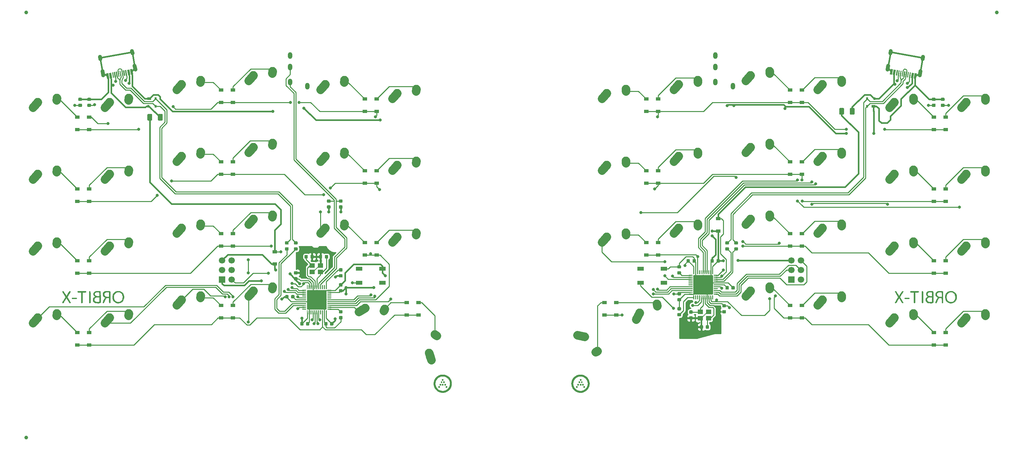
<source format=gbl>
G04 #@! TF.GenerationSoftware,KiCad,Pcbnew,(5.1.2)-1*
G04 #@! TF.CreationDate,2019-06-25T19:13:37+09:00*
G04 #@! TF.ProjectId,Orbit,4f726269-742e-46b6-9963-61645f706362,rev?*
G04 #@! TF.SameCoordinates,Original*
G04 #@! TF.FileFunction,Copper,L2,Bot*
G04 #@! TF.FilePolarity,Positive*
%FSLAX46Y46*%
G04 Gerber Fmt 4.6, Leading zero omitted, Abs format (unit mm)*
G04 Created by KiCad (PCBNEW (5.1.2)-1) date 2019-06-25 19:13:37*
%MOMM*%
%LPD*%
G04 APERTURE LIST*
%ADD10C,0.010000*%
%ADD11C,2.250000*%
%ADD12C,2.250000*%
%ADD13C,0.100000*%
%ADD14C,0.875000*%
%ADD15R,1.400000X1.200000*%
%ADD16C,5.200000*%
%ADD17C,0.250000*%
%ADD18C,1.700000*%
%ADD19R,1.700000X1.700000*%
%ADD20C,1.000000*%
%ADD21C,1.250000*%
%ADD22R,1.200000X0.900000*%
%ADD23C,1.000000*%
%ADD24C,0.300000*%
%ADD25C,0.600000*%
%ADD26R,0.600000X0.700000*%
%ADD27R,1.000000X0.700000*%
%ADD28R,1.800000X1.100000*%
%ADD29O,1.200000X1.800000*%
%ADD30C,0.800000*%
%ADD31C,0.381000*%
%ADD32C,0.254000*%
%ADD33C,0.203200*%
G04 APERTURE END LIST*
D10*
G36*
X144310100Y-117405150D02*
G01*
X144633950Y-117405150D01*
X144633950Y-117081300D01*
X144310100Y-117081300D01*
X144310100Y-117405150D01*
X144310100Y-117405150D01*
G37*
X144310100Y-117405150D02*
X144633950Y-117405150D01*
X144633950Y-117081300D01*
X144310100Y-117081300D01*
X144310100Y-117405150D01*
G36*
X143986250Y-118033800D02*
G01*
X144310100Y-118033800D01*
X144310100Y-117729000D01*
X143986250Y-117729000D01*
X143986250Y-118033800D01*
X143986250Y-118033800D01*
G37*
X143986250Y-118033800D02*
X144310100Y-118033800D01*
X144310100Y-117729000D01*
X143986250Y-117729000D01*
X143986250Y-118033800D01*
G36*
X144633950Y-118033800D02*
G01*
X144938750Y-118033800D01*
X144938750Y-117729000D01*
X144633950Y-117729000D01*
X144633950Y-118033800D01*
X144633950Y-118033800D01*
G37*
X144633950Y-118033800D02*
X144938750Y-118033800D01*
X144938750Y-117729000D01*
X144633950Y-117729000D01*
X144633950Y-118033800D01*
G36*
X143681450Y-118681500D02*
G01*
X143986250Y-118681500D01*
X143986250Y-118357650D01*
X143681450Y-118357650D01*
X143681450Y-118681500D01*
X143681450Y-118681500D01*
G37*
X143681450Y-118681500D02*
X143986250Y-118681500D01*
X143986250Y-118357650D01*
X143681450Y-118357650D01*
X143681450Y-118681500D01*
G36*
X144310100Y-118681500D02*
G01*
X144633950Y-118681500D01*
X144633950Y-118357650D01*
X144310100Y-118357650D01*
X144310100Y-118681500D01*
X144310100Y-118681500D01*
G37*
X144310100Y-118681500D02*
X144633950Y-118681500D01*
X144633950Y-118357650D01*
X144310100Y-118357650D01*
X144310100Y-118681500D01*
G36*
X144938750Y-118681500D02*
G01*
X145262600Y-118681500D01*
X145262600Y-118357650D01*
X144938750Y-118357650D01*
X144938750Y-118681500D01*
X144938750Y-118681500D01*
G37*
X144938750Y-118681500D02*
X145262600Y-118681500D01*
X145262600Y-118357650D01*
X144938750Y-118357650D01*
X144938750Y-118681500D01*
G36*
X143357600Y-119310150D02*
G01*
X143681450Y-119310150D01*
X143681450Y-118986300D01*
X143357600Y-118986300D01*
X143357600Y-119310150D01*
X143357600Y-119310150D01*
G37*
X143357600Y-119310150D02*
X143681450Y-119310150D01*
X143681450Y-118986300D01*
X143357600Y-118986300D01*
X143357600Y-119310150D01*
G36*
X145262600Y-119310150D02*
G01*
X145586450Y-119310150D01*
X145586450Y-118986300D01*
X145262600Y-118986300D01*
X145262600Y-119310150D01*
X145262600Y-119310150D01*
G37*
X145262600Y-119310150D02*
X145586450Y-119310150D01*
X145586450Y-118986300D01*
X145262600Y-118986300D01*
X145262600Y-119310150D01*
G36*
X144459325Y-115891185D02*
G01*
X144360031Y-115892282D01*
X144270661Y-115895607D01*
X144188587Y-115901485D01*
X144111176Y-115910237D01*
X144035798Y-115922188D01*
X143959823Y-115937659D01*
X143880619Y-115956974D01*
X143844397Y-115966684D01*
X143677559Y-116018875D01*
X143515889Y-116082343D01*
X143359998Y-116156772D01*
X143210501Y-116241844D01*
X143068009Y-116337242D01*
X142946293Y-116431643D01*
X142820158Y-116544223D01*
X142702289Y-116665379D01*
X142593232Y-116794257D01*
X142493534Y-116930003D01*
X142403743Y-117071763D01*
X142324405Y-117218682D01*
X142256067Y-117369907D01*
X142199276Y-117524584D01*
X142160273Y-117658992D01*
X142133817Y-117770981D01*
X142113529Y-117876529D01*
X142098815Y-117979947D01*
X142089080Y-118085544D01*
X142083732Y-118197629D01*
X142083209Y-118217950D01*
X142085385Y-118392587D01*
X142099940Y-118564414D01*
X142126872Y-118733406D01*
X142166175Y-118899540D01*
X142217845Y-119062793D01*
X142269203Y-119193939D01*
X142291669Y-119246151D01*
X142310919Y-119289477D01*
X142328414Y-119326840D01*
X142345615Y-119361160D01*
X142363984Y-119395360D01*
X142384980Y-119432362D01*
X142408280Y-119472075D01*
X142503655Y-119621091D01*
X142607739Y-119760872D01*
X142720637Y-119891521D01*
X142842457Y-120013147D01*
X142973303Y-120125853D01*
X143113281Y-120229748D01*
X143259175Y-120322970D01*
X143301439Y-120347745D01*
X143338170Y-120368526D01*
X143372289Y-120386774D01*
X143406718Y-120403950D01*
X143444380Y-120421515D01*
X143488195Y-120440930D01*
X143537311Y-120462047D01*
X143614298Y-120493685D01*
X143685272Y-120520116D01*
X143754963Y-120542906D01*
X143828102Y-120563621D01*
X143894175Y-120580207D01*
X144025789Y-120608651D01*
X144151464Y-120629192D01*
X144274847Y-120642264D01*
X144399581Y-120648298D01*
X144472025Y-120648760D01*
X144513000Y-120648348D01*
X144551497Y-120647784D01*
X144585002Y-120647117D01*
X144610998Y-120646400D01*
X144626973Y-120645682D01*
X144627600Y-120645636D01*
X144800540Y-120626475D01*
X144970745Y-120595286D01*
X145137530Y-120552323D01*
X145300206Y-120497840D01*
X145458088Y-120432091D01*
X145610486Y-120355330D01*
X145756715Y-120267811D01*
X145877479Y-120183786D01*
X146015822Y-120073109D01*
X146144368Y-119954420D01*
X146262940Y-119827981D01*
X146371358Y-119694055D01*
X146469441Y-119552904D01*
X146557012Y-119404791D01*
X146633890Y-119249978D01*
X146699896Y-119088727D01*
X146754850Y-118921300D01*
X146764566Y-118886853D01*
X146785659Y-118805418D01*
X146802767Y-118728358D01*
X146816213Y-118653043D01*
X146826321Y-118576843D01*
X146833412Y-118497126D01*
X146837811Y-118411261D01*
X146839840Y-118316619D01*
X146840065Y-118271925D01*
X146839525Y-118227636D01*
X146413865Y-118227636D01*
X146413783Y-118291746D01*
X146412450Y-118355478D01*
X146409893Y-118415579D01*
X146406136Y-118468797D01*
X146403160Y-118497350D01*
X146377661Y-118655188D01*
X146340339Y-118808480D01*
X146291340Y-118956927D01*
X146230805Y-119100228D01*
X146158879Y-119238085D01*
X146075706Y-119370197D01*
X145981428Y-119496264D01*
X145876190Y-119615987D01*
X145858321Y-119634558D01*
X145750934Y-119736217D01*
X145634372Y-119830566D01*
X145510796Y-119916021D01*
X145382365Y-119991003D01*
X145345734Y-120009952D01*
X145286208Y-120039272D01*
X145234015Y-120063447D01*
X145185617Y-120083901D01*
X145137478Y-120102057D01*
X145086060Y-120119336D01*
X145034000Y-120135331D01*
X144882630Y-120174862D01*
X144734029Y-120202422D01*
X144587039Y-120218121D01*
X144440498Y-120222063D01*
X144293249Y-120214358D01*
X144240016Y-120208774D01*
X144090150Y-120185619D01*
X143946485Y-120152172D01*
X143807015Y-120107832D01*
X143669734Y-120052001D01*
X143592168Y-120015042D01*
X143455662Y-119940307D01*
X143328129Y-119857319D01*
X143208963Y-119765529D01*
X143097557Y-119664389D01*
X142993305Y-119553353D01*
X142895601Y-119431872D01*
X142808987Y-119307357D01*
X142788886Y-119274404D01*
X142765428Y-119232701D01*
X142740068Y-119185147D01*
X142714262Y-119134635D01*
X142689466Y-119084061D01*
X142667136Y-119036323D01*
X142648729Y-118994315D01*
X142637978Y-118967250D01*
X142587684Y-118814017D01*
X142549768Y-118659826D01*
X142524261Y-118505109D01*
X142511196Y-118350301D01*
X142510606Y-118195835D01*
X142522523Y-118042143D01*
X142546979Y-117889659D01*
X142554822Y-117852825D01*
X142581741Y-117743790D01*
X142612387Y-117642844D01*
X142648337Y-117545555D01*
X142691170Y-117447495D01*
X142721298Y-117385516D01*
X142796261Y-117250437D01*
X142881721Y-117122088D01*
X142977062Y-117001044D01*
X143081671Y-116887881D01*
X143194932Y-116783175D01*
X143316233Y-116687501D01*
X143444959Y-116601437D01*
X143580495Y-116525558D01*
X143695840Y-116471533D01*
X143833143Y-116418417D01*
X143971186Y-116376819D01*
X144111576Y-116346412D01*
X144255920Y-116326870D01*
X144405824Y-116317867D01*
X144456150Y-116317155D01*
X144614626Y-116322251D01*
X144767928Y-116338767D01*
X144916676Y-116366888D01*
X145061489Y-116406803D01*
X145202986Y-116458698D01*
X145341785Y-116522760D01*
X145478507Y-116599177D01*
X145559065Y-116650545D01*
X145670611Y-116731767D01*
X145777970Y-116823372D01*
X145879828Y-116923821D01*
X145974872Y-117031574D01*
X146061791Y-117145094D01*
X146139272Y-117262842D01*
X146206003Y-117383278D01*
X146233839Y-117441614D01*
X146282962Y-117557501D01*
X146323147Y-117668892D01*
X146355352Y-117779250D01*
X146380536Y-117892041D01*
X146399656Y-118010726D01*
X146406377Y-118065550D01*
X146410187Y-118111286D01*
X146412675Y-118166398D01*
X146413865Y-118227636D01*
X146839525Y-118227636D01*
X146838669Y-118157528D01*
X146833970Y-118052835D01*
X146825510Y-117955169D01*
X146812832Y-117861858D01*
X146795479Y-117770225D01*
X146772991Y-117677597D01*
X146744912Y-117581299D01*
X146710783Y-117478656D01*
X146698228Y-117443250D01*
X146635520Y-117287474D01*
X146561247Y-117136807D01*
X146475563Y-116991458D01*
X146378619Y-116851636D01*
X146270567Y-116717552D01*
X146151561Y-116589416D01*
X146021754Y-116467437D01*
X145936284Y-116395293D01*
X145867621Y-116342898D01*
X145789590Y-116289038D01*
X145705102Y-116235479D01*
X145617072Y-116183994D01*
X145528410Y-116136349D01*
X145442029Y-116094316D01*
X145437225Y-116092121D01*
X145381257Y-116068223D01*
X145316312Y-116043114D01*
X145245887Y-116017979D01*
X145173477Y-115993999D01*
X145102579Y-115972358D01*
X145036689Y-115954241D01*
X145011181Y-115947926D01*
X144936601Y-115931312D01*
X144865422Y-115917984D01*
X144795018Y-115907671D01*
X144722765Y-115900105D01*
X144646038Y-115895015D01*
X144562213Y-115892132D01*
X144468664Y-115891184D01*
X144459325Y-115891185D01*
X144459325Y-115891185D01*
G37*
X144459325Y-115891185D02*
X144360031Y-115892282D01*
X144270661Y-115895607D01*
X144188587Y-115901485D01*
X144111176Y-115910237D01*
X144035798Y-115922188D01*
X143959823Y-115937659D01*
X143880619Y-115956974D01*
X143844397Y-115966684D01*
X143677559Y-116018875D01*
X143515889Y-116082343D01*
X143359998Y-116156772D01*
X143210501Y-116241844D01*
X143068009Y-116337242D01*
X142946293Y-116431643D01*
X142820158Y-116544223D01*
X142702289Y-116665379D01*
X142593232Y-116794257D01*
X142493534Y-116930003D01*
X142403743Y-117071763D01*
X142324405Y-117218682D01*
X142256067Y-117369907D01*
X142199276Y-117524584D01*
X142160273Y-117658992D01*
X142133817Y-117770981D01*
X142113529Y-117876529D01*
X142098815Y-117979947D01*
X142089080Y-118085544D01*
X142083732Y-118197629D01*
X142083209Y-118217950D01*
X142085385Y-118392587D01*
X142099940Y-118564414D01*
X142126872Y-118733406D01*
X142166175Y-118899540D01*
X142217845Y-119062793D01*
X142269203Y-119193939D01*
X142291669Y-119246151D01*
X142310919Y-119289477D01*
X142328414Y-119326840D01*
X142345615Y-119361160D01*
X142363984Y-119395360D01*
X142384980Y-119432362D01*
X142408280Y-119472075D01*
X142503655Y-119621091D01*
X142607739Y-119760872D01*
X142720637Y-119891521D01*
X142842457Y-120013147D01*
X142973303Y-120125853D01*
X143113281Y-120229748D01*
X143259175Y-120322970D01*
X143301439Y-120347745D01*
X143338170Y-120368526D01*
X143372289Y-120386774D01*
X143406718Y-120403950D01*
X143444380Y-120421515D01*
X143488195Y-120440930D01*
X143537311Y-120462047D01*
X143614298Y-120493685D01*
X143685272Y-120520116D01*
X143754963Y-120542906D01*
X143828102Y-120563621D01*
X143894175Y-120580207D01*
X144025789Y-120608651D01*
X144151464Y-120629192D01*
X144274847Y-120642264D01*
X144399581Y-120648298D01*
X144472025Y-120648760D01*
X144513000Y-120648348D01*
X144551497Y-120647784D01*
X144585002Y-120647117D01*
X144610998Y-120646400D01*
X144626973Y-120645682D01*
X144627600Y-120645636D01*
X144800540Y-120626475D01*
X144970745Y-120595286D01*
X145137530Y-120552323D01*
X145300206Y-120497840D01*
X145458088Y-120432091D01*
X145610486Y-120355330D01*
X145756715Y-120267811D01*
X145877479Y-120183786D01*
X146015822Y-120073109D01*
X146144368Y-119954420D01*
X146262940Y-119827981D01*
X146371358Y-119694055D01*
X146469441Y-119552904D01*
X146557012Y-119404791D01*
X146633890Y-119249978D01*
X146699896Y-119088727D01*
X146754850Y-118921300D01*
X146764566Y-118886853D01*
X146785659Y-118805418D01*
X146802767Y-118728358D01*
X146816213Y-118653043D01*
X146826321Y-118576843D01*
X146833412Y-118497126D01*
X146837811Y-118411261D01*
X146839840Y-118316619D01*
X146840065Y-118271925D01*
X146839525Y-118227636D01*
X146413865Y-118227636D01*
X146413783Y-118291746D01*
X146412450Y-118355478D01*
X146409893Y-118415579D01*
X146406136Y-118468797D01*
X146403160Y-118497350D01*
X146377661Y-118655188D01*
X146340339Y-118808480D01*
X146291340Y-118956927D01*
X146230805Y-119100228D01*
X146158879Y-119238085D01*
X146075706Y-119370197D01*
X145981428Y-119496264D01*
X145876190Y-119615987D01*
X145858321Y-119634558D01*
X145750934Y-119736217D01*
X145634372Y-119830566D01*
X145510796Y-119916021D01*
X145382365Y-119991003D01*
X145345734Y-120009952D01*
X145286208Y-120039272D01*
X145234015Y-120063447D01*
X145185617Y-120083901D01*
X145137478Y-120102057D01*
X145086060Y-120119336D01*
X145034000Y-120135331D01*
X144882630Y-120174862D01*
X144734029Y-120202422D01*
X144587039Y-120218121D01*
X144440498Y-120222063D01*
X144293249Y-120214358D01*
X144240016Y-120208774D01*
X144090150Y-120185619D01*
X143946485Y-120152172D01*
X143807015Y-120107832D01*
X143669734Y-120052001D01*
X143592168Y-120015042D01*
X143455662Y-119940307D01*
X143328129Y-119857319D01*
X143208963Y-119765529D01*
X143097557Y-119664389D01*
X142993305Y-119553353D01*
X142895601Y-119431872D01*
X142808987Y-119307357D01*
X142788886Y-119274404D01*
X142765428Y-119232701D01*
X142740068Y-119185147D01*
X142714262Y-119134635D01*
X142689466Y-119084061D01*
X142667136Y-119036323D01*
X142648729Y-118994315D01*
X142637978Y-118967250D01*
X142587684Y-118814017D01*
X142549768Y-118659826D01*
X142524261Y-118505109D01*
X142511196Y-118350301D01*
X142510606Y-118195835D01*
X142522523Y-118042143D01*
X142546979Y-117889659D01*
X142554822Y-117852825D01*
X142581741Y-117743790D01*
X142612387Y-117642844D01*
X142648337Y-117545555D01*
X142691170Y-117447495D01*
X142721298Y-117385516D01*
X142796261Y-117250437D01*
X142881721Y-117122088D01*
X142977062Y-117001044D01*
X143081671Y-116887881D01*
X143194932Y-116783175D01*
X143316233Y-116687501D01*
X143444959Y-116601437D01*
X143580495Y-116525558D01*
X143695840Y-116471533D01*
X143833143Y-116418417D01*
X143971186Y-116376819D01*
X144111576Y-116346412D01*
X144255920Y-116326870D01*
X144405824Y-116317867D01*
X144456150Y-116317155D01*
X144614626Y-116322251D01*
X144767928Y-116338767D01*
X144916676Y-116366888D01*
X145061489Y-116406803D01*
X145202986Y-116458698D01*
X145341785Y-116522760D01*
X145478507Y-116599177D01*
X145559065Y-116650545D01*
X145670611Y-116731767D01*
X145777970Y-116823372D01*
X145879828Y-116923821D01*
X145974872Y-117031574D01*
X146061791Y-117145094D01*
X146139272Y-117262842D01*
X146206003Y-117383278D01*
X146233839Y-117441614D01*
X146282962Y-117557501D01*
X146323147Y-117668892D01*
X146355352Y-117779250D01*
X146380536Y-117892041D01*
X146399656Y-118010726D01*
X146406377Y-118065550D01*
X146410187Y-118111286D01*
X146412675Y-118166398D01*
X146413865Y-118227636D01*
X146839525Y-118227636D01*
X146838669Y-118157528D01*
X146833970Y-118052835D01*
X146825510Y-117955169D01*
X146812832Y-117861858D01*
X146795479Y-117770225D01*
X146772991Y-117677597D01*
X146744912Y-117581299D01*
X146710783Y-117478656D01*
X146698228Y-117443250D01*
X146635520Y-117287474D01*
X146561247Y-117136807D01*
X146475563Y-116991458D01*
X146378619Y-116851636D01*
X146270567Y-116717552D01*
X146151561Y-116589416D01*
X146021754Y-116467437D01*
X145936284Y-116395293D01*
X145867621Y-116342898D01*
X145789590Y-116289038D01*
X145705102Y-116235479D01*
X145617072Y-116183994D01*
X145528410Y-116136349D01*
X145442029Y-116094316D01*
X145437225Y-116092121D01*
X145381257Y-116068223D01*
X145316312Y-116043114D01*
X145245887Y-116017979D01*
X145173477Y-115993999D01*
X145102579Y-115972358D01*
X145036689Y-115954241D01*
X145011181Y-115947926D01*
X144936601Y-115931312D01*
X144865422Y-115917984D01*
X144795018Y-115907671D01*
X144722765Y-115900105D01*
X144646038Y-115895015D01*
X144562213Y-115892132D01*
X144468664Y-115891184D01*
X144459325Y-115891185D01*
G36*
X180822600Y-117405150D02*
G01*
X181146450Y-117405150D01*
X181146450Y-117081300D01*
X180822600Y-117081300D01*
X180822600Y-117405150D01*
X180822600Y-117405150D01*
G37*
X180822600Y-117405150D02*
X181146450Y-117405150D01*
X181146450Y-117081300D01*
X180822600Y-117081300D01*
X180822600Y-117405150D01*
G36*
X180498750Y-118033800D02*
G01*
X180822600Y-118033800D01*
X180822600Y-117729000D01*
X180498750Y-117729000D01*
X180498750Y-118033800D01*
X180498750Y-118033800D01*
G37*
X180498750Y-118033800D02*
X180822600Y-118033800D01*
X180822600Y-117729000D01*
X180498750Y-117729000D01*
X180498750Y-118033800D01*
G36*
X181146450Y-118033800D02*
G01*
X181451250Y-118033800D01*
X181451250Y-117729000D01*
X181146450Y-117729000D01*
X181146450Y-118033800D01*
X181146450Y-118033800D01*
G37*
X181146450Y-118033800D02*
X181451250Y-118033800D01*
X181451250Y-117729000D01*
X181146450Y-117729000D01*
X181146450Y-118033800D01*
G36*
X180193950Y-118681500D02*
G01*
X180498750Y-118681500D01*
X180498750Y-118357650D01*
X180193950Y-118357650D01*
X180193950Y-118681500D01*
X180193950Y-118681500D01*
G37*
X180193950Y-118681500D02*
X180498750Y-118681500D01*
X180498750Y-118357650D01*
X180193950Y-118357650D01*
X180193950Y-118681500D01*
G36*
X180822600Y-118681500D02*
G01*
X181146450Y-118681500D01*
X181146450Y-118357650D01*
X180822600Y-118357650D01*
X180822600Y-118681500D01*
X180822600Y-118681500D01*
G37*
X180822600Y-118681500D02*
X181146450Y-118681500D01*
X181146450Y-118357650D01*
X180822600Y-118357650D01*
X180822600Y-118681500D01*
G36*
X181451250Y-118681500D02*
G01*
X181775100Y-118681500D01*
X181775100Y-118357650D01*
X181451250Y-118357650D01*
X181451250Y-118681500D01*
X181451250Y-118681500D01*
G37*
X181451250Y-118681500D02*
X181775100Y-118681500D01*
X181775100Y-118357650D01*
X181451250Y-118357650D01*
X181451250Y-118681500D01*
G36*
X179870100Y-119310150D02*
G01*
X180193950Y-119310150D01*
X180193950Y-118986300D01*
X179870100Y-118986300D01*
X179870100Y-119310150D01*
X179870100Y-119310150D01*
G37*
X179870100Y-119310150D02*
X180193950Y-119310150D01*
X180193950Y-118986300D01*
X179870100Y-118986300D01*
X179870100Y-119310150D01*
G36*
X181775100Y-119310150D02*
G01*
X182098950Y-119310150D01*
X182098950Y-118986300D01*
X181775100Y-118986300D01*
X181775100Y-119310150D01*
X181775100Y-119310150D01*
G37*
X181775100Y-119310150D02*
X182098950Y-119310150D01*
X182098950Y-118986300D01*
X181775100Y-118986300D01*
X181775100Y-119310150D01*
G36*
X180971825Y-115891185D02*
G01*
X180872531Y-115892282D01*
X180783161Y-115895607D01*
X180701087Y-115901485D01*
X180623676Y-115910237D01*
X180548298Y-115922188D01*
X180472323Y-115937659D01*
X180393119Y-115956974D01*
X180356897Y-115966684D01*
X180190059Y-116018875D01*
X180028389Y-116082343D01*
X179872498Y-116156772D01*
X179723001Y-116241844D01*
X179580509Y-116337242D01*
X179458793Y-116431643D01*
X179332658Y-116544223D01*
X179214789Y-116665379D01*
X179105732Y-116794257D01*
X179006034Y-116930003D01*
X178916243Y-117071763D01*
X178836905Y-117218682D01*
X178768567Y-117369907D01*
X178711776Y-117524584D01*
X178672773Y-117658992D01*
X178646317Y-117770981D01*
X178626029Y-117876529D01*
X178611315Y-117979947D01*
X178601580Y-118085544D01*
X178596232Y-118197629D01*
X178595709Y-118217950D01*
X178597885Y-118392587D01*
X178612440Y-118564414D01*
X178639372Y-118733406D01*
X178678675Y-118899540D01*
X178730345Y-119062793D01*
X178781703Y-119193939D01*
X178804169Y-119246151D01*
X178823419Y-119289477D01*
X178840914Y-119326840D01*
X178858115Y-119361160D01*
X178876484Y-119395360D01*
X178897480Y-119432362D01*
X178920780Y-119472075D01*
X179016155Y-119621091D01*
X179120239Y-119760872D01*
X179233137Y-119891521D01*
X179354957Y-120013147D01*
X179485803Y-120125853D01*
X179625781Y-120229748D01*
X179771675Y-120322970D01*
X179813939Y-120347745D01*
X179850670Y-120368526D01*
X179884789Y-120386774D01*
X179919218Y-120403950D01*
X179956880Y-120421515D01*
X180000695Y-120440930D01*
X180049811Y-120462047D01*
X180126798Y-120493685D01*
X180197772Y-120520116D01*
X180267463Y-120542906D01*
X180340602Y-120563621D01*
X180406675Y-120580207D01*
X180538289Y-120608651D01*
X180663964Y-120629192D01*
X180787347Y-120642264D01*
X180912081Y-120648298D01*
X180984525Y-120648760D01*
X181025500Y-120648348D01*
X181063997Y-120647784D01*
X181097502Y-120647117D01*
X181123498Y-120646400D01*
X181139473Y-120645682D01*
X181140100Y-120645636D01*
X181313040Y-120626475D01*
X181483245Y-120595286D01*
X181650030Y-120552323D01*
X181812706Y-120497840D01*
X181970588Y-120432091D01*
X182122986Y-120355330D01*
X182269215Y-120267811D01*
X182389979Y-120183786D01*
X182528322Y-120073109D01*
X182656868Y-119954420D01*
X182775440Y-119827981D01*
X182883858Y-119694055D01*
X182981941Y-119552904D01*
X183069512Y-119404791D01*
X183146390Y-119249978D01*
X183212396Y-119088727D01*
X183267350Y-118921300D01*
X183277066Y-118886853D01*
X183298159Y-118805418D01*
X183315267Y-118728358D01*
X183328713Y-118653043D01*
X183338821Y-118576843D01*
X183345912Y-118497126D01*
X183350311Y-118411261D01*
X183352340Y-118316619D01*
X183352565Y-118271925D01*
X183352025Y-118227636D01*
X182926365Y-118227636D01*
X182926283Y-118291746D01*
X182924950Y-118355478D01*
X182922393Y-118415579D01*
X182918636Y-118468797D01*
X182915660Y-118497350D01*
X182890161Y-118655188D01*
X182852839Y-118808480D01*
X182803840Y-118956927D01*
X182743305Y-119100228D01*
X182671379Y-119238085D01*
X182588206Y-119370197D01*
X182493928Y-119496264D01*
X182388690Y-119615987D01*
X182370821Y-119634558D01*
X182263434Y-119736217D01*
X182146872Y-119830566D01*
X182023296Y-119916021D01*
X181894865Y-119991003D01*
X181858234Y-120009952D01*
X181798708Y-120039272D01*
X181746515Y-120063447D01*
X181698117Y-120083901D01*
X181649978Y-120102057D01*
X181598560Y-120119336D01*
X181546500Y-120135331D01*
X181395130Y-120174862D01*
X181246529Y-120202422D01*
X181099539Y-120218121D01*
X180952998Y-120222063D01*
X180805749Y-120214358D01*
X180752516Y-120208774D01*
X180602650Y-120185619D01*
X180458985Y-120152172D01*
X180319515Y-120107832D01*
X180182234Y-120052001D01*
X180104668Y-120015042D01*
X179968162Y-119940307D01*
X179840629Y-119857319D01*
X179721463Y-119765529D01*
X179610057Y-119664389D01*
X179505805Y-119553353D01*
X179408101Y-119431872D01*
X179321487Y-119307357D01*
X179301386Y-119274404D01*
X179277928Y-119232701D01*
X179252568Y-119185147D01*
X179226762Y-119134635D01*
X179201966Y-119084061D01*
X179179636Y-119036323D01*
X179161229Y-118994315D01*
X179150478Y-118967250D01*
X179100184Y-118814017D01*
X179062268Y-118659826D01*
X179036761Y-118505109D01*
X179023696Y-118350301D01*
X179023106Y-118195835D01*
X179035023Y-118042143D01*
X179059479Y-117889659D01*
X179067322Y-117852825D01*
X179094241Y-117743790D01*
X179124887Y-117642844D01*
X179160837Y-117545555D01*
X179203670Y-117447495D01*
X179233798Y-117385516D01*
X179308761Y-117250437D01*
X179394221Y-117122088D01*
X179489562Y-117001044D01*
X179594171Y-116887881D01*
X179707432Y-116783175D01*
X179828733Y-116687501D01*
X179957459Y-116601437D01*
X180092995Y-116525558D01*
X180208340Y-116471533D01*
X180345643Y-116418417D01*
X180483686Y-116376819D01*
X180624076Y-116346412D01*
X180768420Y-116326870D01*
X180918324Y-116317867D01*
X180968650Y-116317155D01*
X181127126Y-116322251D01*
X181280428Y-116338767D01*
X181429176Y-116366888D01*
X181573989Y-116406803D01*
X181715486Y-116458698D01*
X181854285Y-116522760D01*
X181991007Y-116599177D01*
X182071565Y-116650545D01*
X182183111Y-116731767D01*
X182290470Y-116823372D01*
X182392328Y-116923821D01*
X182487372Y-117031574D01*
X182574291Y-117145094D01*
X182651772Y-117262842D01*
X182718503Y-117383278D01*
X182746339Y-117441614D01*
X182795462Y-117557501D01*
X182835647Y-117668892D01*
X182867852Y-117779250D01*
X182893036Y-117892041D01*
X182912156Y-118010726D01*
X182918877Y-118065550D01*
X182922687Y-118111286D01*
X182925175Y-118166398D01*
X182926365Y-118227636D01*
X183352025Y-118227636D01*
X183351169Y-118157528D01*
X183346470Y-118052835D01*
X183338010Y-117955169D01*
X183325332Y-117861858D01*
X183307979Y-117770225D01*
X183285491Y-117677597D01*
X183257412Y-117581299D01*
X183223283Y-117478656D01*
X183210728Y-117443250D01*
X183148020Y-117287474D01*
X183073747Y-117136807D01*
X182988063Y-116991458D01*
X182891119Y-116851636D01*
X182783067Y-116717552D01*
X182664061Y-116589416D01*
X182534254Y-116467437D01*
X182448784Y-116395293D01*
X182380121Y-116342898D01*
X182302090Y-116289038D01*
X182217602Y-116235479D01*
X182129572Y-116183994D01*
X182040910Y-116136349D01*
X181954529Y-116094316D01*
X181949725Y-116092121D01*
X181893757Y-116068223D01*
X181828812Y-116043114D01*
X181758387Y-116017979D01*
X181685977Y-115993999D01*
X181615079Y-115972358D01*
X181549189Y-115954241D01*
X181523681Y-115947926D01*
X181449101Y-115931312D01*
X181377922Y-115917984D01*
X181307518Y-115907671D01*
X181235265Y-115900105D01*
X181158538Y-115895015D01*
X181074713Y-115892132D01*
X180981164Y-115891184D01*
X180971825Y-115891185D01*
X180971825Y-115891185D01*
G37*
X180971825Y-115891185D02*
X180872531Y-115892282D01*
X180783161Y-115895607D01*
X180701087Y-115901485D01*
X180623676Y-115910237D01*
X180548298Y-115922188D01*
X180472323Y-115937659D01*
X180393119Y-115956974D01*
X180356897Y-115966684D01*
X180190059Y-116018875D01*
X180028389Y-116082343D01*
X179872498Y-116156772D01*
X179723001Y-116241844D01*
X179580509Y-116337242D01*
X179458793Y-116431643D01*
X179332658Y-116544223D01*
X179214789Y-116665379D01*
X179105732Y-116794257D01*
X179006034Y-116930003D01*
X178916243Y-117071763D01*
X178836905Y-117218682D01*
X178768567Y-117369907D01*
X178711776Y-117524584D01*
X178672773Y-117658992D01*
X178646317Y-117770981D01*
X178626029Y-117876529D01*
X178611315Y-117979947D01*
X178601580Y-118085544D01*
X178596232Y-118197629D01*
X178595709Y-118217950D01*
X178597885Y-118392587D01*
X178612440Y-118564414D01*
X178639372Y-118733406D01*
X178678675Y-118899540D01*
X178730345Y-119062793D01*
X178781703Y-119193939D01*
X178804169Y-119246151D01*
X178823419Y-119289477D01*
X178840914Y-119326840D01*
X178858115Y-119361160D01*
X178876484Y-119395360D01*
X178897480Y-119432362D01*
X178920780Y-119472075D01*
X179016155Y-119621091D01*
X179120239Y-119760872D01*
X179233137Y-119891521D01*
X179354957Y-120013147D01*
X179485803Y-120125853D01*
X179625781Y-120229748D01*
X179771675Y-120322970D01*
X179813939Y-120347745D01*
X179850670Y-120368526D01*
X179884789Y-120386774D01*
X179919218Y-120403950D01*
X179956880Y-120421515D01*
X180000695Y-120440930D01*
X180049811Y-120462047D01*
X180126798Y-120493685D01*
X180197772Y-120520116D01*
X180267463Y-120542906D01*
X180340602Y-120563621D01*
X180406675Y-120580207D01*
X180538289Y-120608651D01*
X180663964Y-120629192D01*
X180787347Y-120642264D01*
X180912081Y-120648298D01*
X180984525Y-120648760D01*
X181025500Y-120648348D01*
X181063997Y-120647784D01*
X181097502Y-120647117D01*
X181123498Y-120646400D01*
X181139473Y-120645682D01*
X181140100Y-120645636D01*
X181313040Y-120626475D01*
X181483245Y-120595286D01*
X181650030Y-120552323D01*
X181812706Y-120497840D01*
X181970588Y-120432091D01*
X182122986Y-120355330D01*
X182269215Y-120267811D01*
X182389979Y-120183786D01*
X182528322Y-120073109D01*
X182656868Y-119954420D01*
X182775440Y-119827981D01*
X182883858Y-119694055D01*
X182981941Y-119552904D01*
X183069512Y-119404791D01*
X183146390Y-119249978D01*
X183212396Y-119088727D01*
X183267350Y-118921300D01*
X183277066Y-118886853D01*
X183298159Y-118805418D01*
X183315267Y-118728358D01*
X183328713Y-118653043D01*
X183338821Y-118576843D01*
X183345912Y-118497126D01*
X183350311Y-118411261D01*
X183352340Y-118316619D01*
X183352565Y-118271925D01*
X183352025Y-118227636D01*
X182926365Y-118227636D01*
X182926283Y-118291746D01*
X182924950Y-118355478D01*
X182922393Y-118415579D01*
X182918636Y-118468797D01*
X182915660Y-118497350D01*
X182890161Y-118655188D01*
X182852839Y-118808480D01*
X182803840Y-118956927D01*
X182743305Y-119100228D01*
X182671379Y-119238085D01*
X182588206Y-119370197D01*
X182493928Y-119496264D01*
X182388690Y-119615987D01*
X182370821Y-119634558D01*
X182263434Y-119736217D01*
X182146872Y-119830566D01*
X182023296Y-119916021D01*
X181894865Y-119991003D01*
X181858234Y-120009952D01*
X181798708Y-120039272D01*
X181746515Y-120063447D01*
X181698117Y-120083901D01*
X181649978Y-120102057D01*
X181598560Y-120119336D01*
X181546500Y-120135331D01*
X181395130Y-120174862D01*
X181246529Y-120202422D01*
X181099539Y-120218121D01*
X180952998Y-120222063D01*
X180805749Y-120214358D01*
X180752516Y-120208774D01*
X180602650Y-120185619D01*
X180458985Y-120152172D01*
X180319515Y-120107832D01*
X180182234Y-120052001D01*
X180104668Y-120015042D01*
X179968162Y-119940307D01*
X179840629Y-119857319D01*
X179721463Y-119765529D01*
X179610057Y-119664389D01*
X179505805Y-119553353D01*
X179408101Y-119431872D01*
X179321487Y-119307357D01*
X179301386Y-119274404D01*
X179277928Y-119232701D01*
X179252568Y-119185147D01*
X179226762Y-119134635D01*
X179201966Y-119084061D01*
X179179636Y-119036323D01*
X179161229Y-118994315D01*
X179150478Y-118967250D01*
X179100184Y-118814017D01*
X179062268Y-118659826D01*
X179036761Y-118505109D01*
X179023696Y-118350301D01*
X179023106Y-118195835D01*
X179035023Y-118042143D01*
X179059479Y-117889659D01*
X179067322Y-117852825D01*
X179094241Y-117743790D01*
X179124887Y-117642844D01*
X179160837Y-117545555D01*
X179203670Y-117447495D01*
X179233798Y-117385516D01*
X179308761Y-117250437D01*
X179394221Y-117122088D01*
X179489562Y-117001044D01*
X179594171Y-116887881D01*
X179707432Y-116783175D01*
X179828733Y-116687501D01*
X179957459Y-116601437D01*
X180092995Y-116525558D01*
X180208340Y-116471533D01*
X180345643Y-116418417D01*
X180483686Y-116376819D01*
X180624076Y-116346412D01*
X180768420Y-116326870D01*
X180918324Y-116317867D01*
X180968650Y-116317155D01*
X181127126Y-116322251D01*
X181280428Y-116338767D01*
X181429176Y-116366888D01*
X181573989Y-116406803D01*
X181715486Y-116458698D01*
X181854285Y-116522760D01*
X181991007Y-116599177D01*
X182071565Y-116650545D01*
X182183111Y-116731767D01*
X182290470Y-116823372D01*
X182392328Y-116923821D01*
X182487372Y-117031574D01*
X182574291Y-117145094D01*
X182651772Y-117262842D01*
X182718503Y-117383278D01*
X182746339Y-117441614D01*
X182795462Y-117557501D01*
X182835647Y-117668892D01*
X182867852Y-117779250D01*
X182893036Y-117892041D01*
X182912156Y-118010726D01*
X182918877Y-118065550D01*
X182922687Y-118111286D01*
X182925175Y-118166398D01*
X182926365Y-118227636D01*
X183352025Y-118227636D01*
X183351169Y-118157528D01*
X183346470Y-118052835D01*
X183338010Y-117955169D01*
X183325332Y-117861858D01*
X183307979Y-117770225D01*
X183285491Y-117677597D01*
X183257412Y-117581299D01*
X183223283Y-117478656D01*
X183210728Y-117443250D01*
X183148020Y-117287474D01*
X183073747Y-117136807D01*
X182988063Y-116991458D01*
X182891119Y-116851636D01*
X182783067Y-116717552D01*
X182664061Y-116589416D01*
X182534254Y-116467437D01*
X182448784Y-116395293D01*
X182380121Y-116342898D01*
X182302090Y-116289038D01*
X182217602Y-116235479D01*
X182129572Y-116183994D01*
X182040910Y-116136349D01*
X181954529Y-116094316D01*
X181949725Y-116092121D01*
X181893757Y-116068223D01*
X181828812Y-116043114D01*
X181758387Y-116017979D01*
X181685977Y-115993999D01*
X181615079Y-115972358D01*
X181549189Y-115954241D01*
X181523681Y-115947926D01*
X181449101Y-115931312D01*
X181377922Y-115917984D01*
X181307518Y-115907671D01*
X181235265Y-115900105D01*
X181158538Y-115895015D01*
X181074713Y-115892132D01*
X180981164Y-115891184D01*
X180971825Y-115891185D01*
G36*
X267288368Y-95520394D02*
G01*
X267120753Y-95524915D01*
X267004621Y-95532751D01*
X266935865Y-95544148D01*
X266913285Y-95554800D01*
X266880507Y-95622077D01*
X266887342Y-95697969D01*
X266930739Y-95754371D01*
X266935227Y-95756949D01*
X266985472Y-95767944D01*
X267085712Y-95777029D01*
X267226192Y-95783670D01*
X267397159Y-95787332D01*
X267499681Y-95787882D01*
X267688176Y-95787257D01*
X267826458Y-95784761D01*
X267924073Y-95779462D01*
X267990565Y-95770427D01*
X268035480Y-95756726D01*
X268068363Y-95737425D01*
X268075806Y-95731628D01*
X268122483Y-95684178D01*
X268125305Y-95636883D01*
X268109640Y-95597157D01*
X268074002Y-95518941D01*
X267511573Y-95518941D01*
X267288368Y-95520394D01*
X267288368Y-95520394D01*
G37*
X267288368Y-95520394D02*
X267120753Y-95524915D01*
X267004621Y-95532751D01*
X266935865Y-95544148D01*
X266913285Y-95554800D01*
X266880507Y-95622077D01*
X266887342Y-95697969D01*
X266930739Y-95754371D01*
X266935227Y-95756949D01*
X266985472Y-95767944D01*
X267085712Y-95777029D01*
X267226192Y-95783670D01*
X267397159Y-95787332D01*
X267499681Y-95787882D01*
X267688176Y-95787257D01*
X267826458Y-95784761D01*
X267924073Y-95779462D01*
X267990565Y-95770427D01*
X268035480Y-95756726D01*
X268068363Y-95737425D01*
X268075806Y-95731628D01*
X268122483Y-95684178D01*
X268125305Y-95636883D01*
X268109640Y-95597157D01*
X268074002Y-95518941D01*
X267511573Y-95518941D01*
X267288368Y-95520394D01*
G36*
X264367342Y-93787064D02*
G01*
X264337909Y-93836028D01*
X264337427Y-93844938D01*
X264352716Y-93884781D01*
X264395856Y-93967996D01*
X264462753Y-94087444D01*
X264549312Y-94235985D01*
X264651440Y-94406480D01*
X264765044Y-94591788D01*
X264773221Y-94604970D01*
X265209014Y-95306969D01*
X264770261Y-96011222D01*
X264654924Y-96197443D01*
X264549917Y-96369071D01*
X264459472Y-96519020D01*
X264387824Y-96640203D01*
X264339205Y-96725535D01*
X264317848Y-96767928D01*
X264317448Y-96769237D01*
X264326736Y-96830153D01*
X264352751Y-96863965D01*
X264393577Y-96887143D01*
X264445757Y-96886002D01*
X264526652Y-96861878D01*
X264566918Y-96846199D01*
X264603154Y-96825202D01*
X264640173Y-96792431D01*
X264682788Y-96741430D01*
X264735813Y-96665744D01*
X264804059Y-96558917D01*
X264892341Y-96414493D01*
X265005470Y-96226016D01*
X265024721Y-96193812D01*
X265129421Y-96020782D01*
X265225234Y-95866534D01*
X265307645Y-95738006D01*
X265372142Y-95642134D01*
X265414212Y-95585855D01*
X265428133Y-95573752D01*
X265451224Y-95599862D01*
X265499617Y-95670363D01*
X265568661Y-95777925D01*
X265653705Y-95915220D01*
X265750099Y-96074922D01*
X265805814Y-96168881D01*
X265943615Y-96398624D01*
X266056323Y-96577366D01*
X266145594Y-96707550D01*
X266213083Y-96791619D01*
X266250998Y-96826294D01*
X266354683Y-96882153D01*
X266434177Y-96887504D01*
X266482980Y-96857671D01*
X266514933Y-96802736D01*
X266518838Y-96779843D01*
X266503582Y-96744297D01*
X266460542Y-96665173D01*
X266393810Y-96549445D01*
X266307479Y-96404087D01*
X266205641Y-96236075D01*
X266092389Y-96052384D01*
X266085544Y-96041376D01*
X265971761Y-95857015D01*
X265869153Y-95687954D01*
X265781811Y-95541165D01*
X265713828Y-95423616D01*
X265669295Y-95342277D01*
X265652304Y-95304118D01*
X265652250Y-95303371D01*
X265667544Y-95267453D01*
X265710534Y-95188474D01*
X265776883Y-95073827D01*
X265862254Y-94930904D01*
X265962309Y-94767099D01*
X266043768Y-94635966D01*
X266179776Y-94418484D01*
X266287169Y-94245986D01*
X266368932Y-94112724D01*
X266428047Y-94012953D01*
X266467497Y-93940925D01*
X266490266Y-93890895D01*
X266499337Y-93857117D01*
X266497693Y-93833843D01*
X266488316Y-93815328D01*
X266477518Y-93800443D01*
X266419121Y-93766022D01*
X266334401Y-93766043D01*
X266243285Y-93797096D01*
X266167807Y-93853458D01*
X266133577Y-93899347D01*
X266074867Y-93987556D01*
X265997523Y-94108902D01*
X265907388Y-94254206D01*
X265810307Y-94414283D01*
X265801947Y-94428235D01*
X265705465Y-94589168D01*
X265616882Y-94736469D01*
X265541759Y-94860927D01*
X265485658Y-94953330D01*
X265454140Y-95004464D01*
X265452700Y-95006726D01*
X265437233Y-95027771D01*
X265420865Y-95036022D01*
X265399400Y-95026030D01*
X265368644Y-94992347D01*
X265324402Y-94929525D01*
X265262477Y-94832118D01*
X265178675Y-94694676D01*
X265068800Y-94511752D01*
X265059252Y-94495814D01*
X264956588Y-94325310D01*
X264861995Y-94169848D01*
X264780497Y-94037554D01*
X264717116Y-93936551D01*
X264676876Y-93874964D01*
X264667361Y-93861916D01*
X264596953Y-93804240D01*
X264512834Y-93771991D01*
X264430973Y-93765992D01*
X264367342Y-93787064D01*
X264367342Y-93787064D01*
G37*
X264367342Y-93787064D02*
X264337909Y-93836028D01*
X264337427Y-93844938D01*
X264352716Y-93884781D01*
X264395856Y-93967996D01*
X264462753Y-94087444D01*
X264549312Y-94235985D01*
X264651440Y-94406480D01*
X264765044Y-94591788D01*
X264773221Y-94604970D01*
X265209014Y-95306969D01*
X264770261Y-96011222D01*
X264654924Y-96197443D01*
X264549917Y-96369071D01*
X264459472Y-96519020D01*
X264387824Y-96640203D01*
X264339205Y-96725535D01*
X264317848Y-96767928D01*
X264317448Y-96769237D01*
X264326736Y-96830153D01*
X264352751Y-96863965D01*
X264393577Y-96887143D01*
X264445757Y-96886002D01*
X264526652Y-96861878D01*
X264566918Y-96846199D01*
X264603154Y-96825202D01*
X264640173Y-96792431D01*
X264682788Y-96741430D01*
X264735813Y-96665744D01*
X264804059Y-96558917D01*
X264892341Y-96414493D01*
X265005470Y-96226016D01*
X265024721Y-96193812D01*
X265129421Y-96020782D01*
X265225234Y-95866534D01*
X265307645Y-95738006D01*
X265372142Y-95642134D01*
X265414212Y-95585855D01*
X265428133Y-95573752D01*
X265451224Y-95599862D01*
X265499617Y-95670363D01*
X265568661Y-95777925D01*
X265653705Y-95915220D01*
X265750099Y-96074922D01*
X265805814Y-96168881D01*
X265943615Y-96398624D01*
X266056323Y-96577366D01*
X266145594Y-96707550D01*
X266213083Y-96791619D01*
X266250998Y-96826294D01*
X266354683Y-96882153D01*
X266434177Y-96887504D01*
X266482980Y-96857671D01*
X266514933Y-96802736D01*
X266518838Y-96779843D01*
X266503582Y-96744297D01*
X266460542Y-96665173D01*
X266393810Y-96549445D01*
X266307479Y-96404087D01*
X266205641Y-96236075D01*
X266092389Y-96052384D01*
X266085544Y-96041376D01*
X265971761Y-95857015D01*
X265869153Y-95687954D01*
X265781811Y-95541165D01*
X265713828Y-95423616D01*
X265669295Y-95342277D01*
X265652304Y-95304118D01*
X265652250Y-95303371D01*
X265667544Y-95267453D01*
X265710534Y-95188474D01*
X265776883Y-95073827D01*
X265862254Y-94930904D01*
X265962309Y-94767099D01*
X266043768Y-94635966D01*
X266179776Y-94418484D01*
X266287169Y-94245986D01*
X266368932Y-94112724D01*
X266428047Y-94012953D01*
X266467497Y-93940925D01*
X266490266Y-93890895D01*
X266499337Y-93857117D01*
X266497693Y-93833843D01*
X266488316Y-93815328D01*
X266477518Y-93800443D01*
X266419121Y-93766022D01*
X266334401Y-93766043D01*
X266243285Y-93797096D01*
X266167807Y-93853458D01*
X266133577Y-93899347D01*
X266074867Y-93987556D01*
X265997523Y-94108902D01*
X265907388Y-94254206D01*
X265810307Y-94414283D01*
X265801947Y-94428235D01*
X265705465Y-94589168D01*
X265616882Y-94736469D01*
X265541759Y-94860927D01*
X265485658Y-94953330D01*
X265454140Y-95004464D01*
X265452700Y-95006726D01*
X265437233Y-95027771D01*
X265420865Y-95036022D01*
X265399400Y-95026030D01*
X265368644Y-94992347D01*
X265324402Y-94929525D01*
X265262477Y-94832118D01*
X265178675Y-94694676D01*
X265068800Y-94511752D01*
X265059252Y-94495814D01*
X264956588Y-94325310D01*
X264861995Y-94169848D01*
X264780497Y-94037554D01*
X264717116Y-93936551D01*
X264676876Y-93874964D01*
X264667361Y-93861916D01*
X264596953Y-93804240D01*
X264512834Y-93771991D01*
X264430973Y-93765992D01*
X264367342Y-93787064D01*
G36*
X269212525Y-93755978D02*
G01*
X268987080Y-93756492D01*
X268809314Y-93757762D01*
X268673184Y-93760128D01*
X268572648Y-93763928D01*
X268501664Y-93769501D01*
X268454187Y-93777186D01*
X268424177Y-93787322D01*
X268405589Y-93800248D01*
X268392382Y-93816302D01*
X268391483Y-93817580D01*
X268361836Y-93901669D01*
X268385209Y-93977678D01*
X268452280Y-94027116D01*
X268508570Y-94037418D01*
X268610915Y-94045971D01*
X268745612Y-94051979D01*
X268898959Y-94054643D01*
X268926313Y-94054706D01*
X269327780Y-94054706D01*
X269327780Y-95414353D01*
X269327858Y-95734885D01*
X269328243Y-96000995D01*
X269329161Y-96218028D01*
X269330835Y-96391328D01*
X269333491Y-96526236D01*
X269337353Y-96628099D01*
X269342648Y-96702258D01*
X269349599Y-96754057D01*
X269358433Y-96788841D01*
X269369373Y-96811952D01*
X269382645Y-96828735D01*
X269387544Y-96833765D01*
X269456704Y-96884543D01*
X269523798Y-96883966D01*
X269590072Y-96847011D01*
X269656485Y-96800493D01*
X269656485Y-94054706D01*
X270067368Y-94054265D01*
X270268949Y-94051247D01*
X270418253Y-94041503D01*
X270522561Y-94023263D01*
X270589157Y-93994754D01*
X270625320Y-93954205D01*
X270636723Y-93915741D01*
X270624050Y-93845080D01*
X270597235Y-93804431D01*
X270578840Y-93791461D01*
X270548307Y-93780995D01*
X270499692Y-93772771D01*
X270427050Y-93766527D01*
X270324437Y-93762003D01*
X270185909Y-93758937D01*
X270005521Y-93757069D01*
X269777329Y-93756138D01*
X269495389Y-93755882D01*
X269491693Y-93755882D01*
X269212525Y-93755978D01*
X269212525Y-93755978D01*
G37*
X269212525Y-93755978D02*
X268987080Y-93756492D01*
X268809314Y-93757762D01*
X268673184Y-93760128D01*
X268572648Y-93763928D01*
X268501664Y-93769501D01*
X268454187Y-93777186D01*
X268424177Y-93787322D01*
X268405589Y-93800248D01*
X268392382Y-93816302D01*
X268391483Y-93817580D01*
X268361836Y-93901669D01*
X268385209Y-93977678D01*
X268452280Y-94027116D01*
X268508570Y-94037418D01*
X268610915Y-94045971D01*
X268745612Y-94051979D01*
X268898959Y-94054643D01*
X268926313Y-94054706D01*
X269327780Y-94054706D01*
X269327780Y-95414353D01*
X269327858Y-95734885D01*
X269328243Y-96000995D01*
X269329161Y-96218028D01*
X269330835Y-96391328D01*
X269333491Y-96526236D01*
X269337353Y-96628099D01*
X269342648Y-96702258D01*
X269349599Y-96754057D01*
X269358433Y-96788841D01*
X269369373Y-96811952D01*
X269382645Y-96828735D01*
X269387544Y-96833765D01*
X269456704Y-96884543D01*
X269523798Y-96883966D01*
X269590072Y-96847011D01*
X269656485Y-96800493D01*
X269656485Y-94054706D01*
X270067368Y-94054265D01*
X270268949Y-94051247D01*
X270418253Y-94041503D01*
X270522561Y-94023263D01*
X270589157Y-93994754D01*
X270625320Y-93954205D01*
X270636723Y-93915741D01*
X270624050Y-93845080D01*
X270597235Y-93804431D01*
X270578840Y-93791461D01*
X270548307Y-93780995D01*
X270499692Y-93772771D01*
X270427050Y-93766527D01*
X270324437Y-93762003D01*
X270185909Y-93758937D01*
X270005521Y-93757069D01*
X269777329Y-93756138D01*
X269495389Y-93755882D01*
X269491693Y-93755882D01*
X269212525Y-93755978D01*
G36*
X271468999Y-93810529D02*
G01*
X271457660Y-93827530D01*
X271448180Y-93854654D01*
X271440396Y-93896937D01*
X271434145Y-93959414D01*
X271429262Y-94047121D01*
X271425584Y-94165092D01*
X271422948Y-94318362D01*
X271421189Y-94511968D01*
X271420146Y-94750945D01*
X271419653Y-95040327D01*
X271419544Y-95332835D01*
X271419544Y-96800493D01*
X271485958Y-96847011D01*
X271560830Y-96887061D01*
X271624119Y-96881760D01*
X271692646Y-96836405D01*
X271763191Y-96779280D01*
X271763191Y-95330483D01*
X271763100Y-94998311D01*
X271762696Y-94720734D01*
X271761785Y-94492584D01*
X271760171Y-94308693D01*
X271757662Y-94163892D01*
X271754061Y-94053013D01*
X271749174Y-93970887D01*
X271742807Y-93912344D01*
X271734765Y-93872218D01*
X271724853Y-93845338D01*
X271712876Y-93826537D01*
X271706266Y-93818784D01*
X271625537Y-93765206D01*
X271538910Y-93764687D01*
X271468999Y-93810529D01*
X271468999Y-93810529D01*
G37*
X271468999Y-93810529D02*
X271457660Y-93827530D01*
X271448180Y-93854654D01*
X271440396Y-93896937D01*
X271434145Y-93959414D01*
X271429262Y-94047121D01*
X271425584Y-94165092D01*
X271422948Y-94318362D01*
X271421189Y-94511968D01*
X271420146Y-94750945D01*
X271419653Y-95040327D01*
X271419544Y-95332835D01*
X271419544Y-96800493D01*
X271485958Y-96847011D01*
X271560830Y-96887061D01*
X271624119Y-96881760D01*
X271692646Y-96836405D01*
X271763191Y-96779280D01*
X271763191Y-95330483D01*
X271763100Y-94998311D01*
X271762696Y-94720734D01*
X271761785Y-94492584D01*
X271760171Y-94308693D01*
X271757662Y-94163892D01*
X271754061Y-94053013D01*
X271749174Y-93970887D01*
X271742807Y-93912344D01*
X271734765Y-93872218D01*
X271724853Y-93845338D01*
X271712876Y-93826537D01*
X271706266Y-93818784D01*
X271625537Y-93765206D01*
X271538910Y-93764687D01*
X271468999Y-93810529D01*
G36*
X276269372Y-93731423D02*
G01*
X276221073Y-93732990D01*
X275988214Y-93745685D01*
X275801840Y-93768363D01*
X275649029Y-93804449D01*
X275516863Y-93857366D01*
X275392422Y-93930541D01*
X275342369Y-93965916D01*
X275214059Y-94095920D01*
X275124622Y-94262837D01*
X275076922Y-94455883D01*
X275073821Y-94664273D01*
X275108668Y-94846377D01*
X275154212Y-94967736D01*
X275220672Y-95070179D01*
X275308193Y-95164194D01*
X275385793Y-95236627D01*
X275447816Y-95288759D01*
X275481300Y-95309728D01*
X275481887Y-95309765D01*
X275522739Y-95320417D01*
X275594592Y-95346943D01*
X275618084Y-95356543D01*
X275730039Y-95403321D01*
X275655220Y-95483543D01*
X275592202Y-95560175D01*
X275524048Y-95655967D01*
X275502997Y-95688734D01*
X275467635Y-95754547D01*
X275417599Y-95859208D01*
X275357454Y-95991912D01*
X275291769Y-96141858D01*
X275225108Y-96298242D01*
X275162040Y-96450262D01*
X275107131Y-96587115D01*
X275064948Y-96697998D01*
X275040056Y-96772107D01*
X275035309Y-96795089D01*
X275060566Y-96846010D01*
X275123604Y-96873795D01*
X275205321Y-96873645D01*
X275266003Y-96853031D01*
X275300613Y-96829871D01*
X275334350Y-96792861D01*
X275371422Y-96734161D01*
X275416034Y-96645934D01*
X275472392Y-96520342D01*
X275544703Y-96349546D01*
X275573880Y-96279278D01*
X275667183Y-96058472D01*
X275745312Y-95887277D01*
X275813320Y-95759067D01*
X275876263Y-95667215D01*
X275939193Y-95605096D01*
X276007164Y-95566083D01*
X276085231Y-95543550D01*
X276141659Y-95534859D01*
X276261976Y-95525661D01*
X276406146Y-95522265D01*
X276514485Y-95524393D01*
X276723662Y-95533882D01*
X276738603Y-96171349D01*
X276743940Y-96383480D01*
X276749234Y-96543794D01*
X276755339Y-96660230D01*
X276763106Y-96740728D01*
X276773387Y-96793230D01*
X276787035Y-96825674D01*
X276804900Y-96846001D01*
X276811550Y-96851172D01*
X276880677Y-96888348D01*
X276943388Y-96881160D01*
X277000895Y-96847011D01*
X277067309Y-96800493D01*
X277067309Y-94472317D01*
X276739105Y-94472317D01*
X276738603Y-94657302D01*
X276738603Y-95257796D01*
X276342662Y-95243742D01*
X276165983Y-95235758D01*
X276034850Y-95224890D01*
X275935049Y-95209020D01*
X275852369Y-95186032D01*
X275789621Y-95161365D01*
X275617066Y-95058520D01*
X275492298Y-94923171D01*
X275418256Y-94760065D01*
X275397878Y-94573949D01*
X275400626Y-94533075D01*
X275439915Y-94364393D01*
X275524791Y-94230237D01*
X275660005Y-94123979D01*
X275714925Y-94094667D01*
X275794814Y-94058543D01*
X275870013Y-94033882D01*
X275956149Y-94017908D01*
X276068849Y-94007841D01*
X276223740Y-94000904D01*
X276246765Y-94000121D01*
X276405747Y-93994037D01*
X276526342Y-93992464D01*
X276613824Y-94002446D01*
X276673467Y-94031031D01*
X276710543Y-94085265D01*
X276730326Y-94172193D01*
X276738089Y-94298862D01*
X276739105Y-94472317D01*
X277067309Y-94472317D01*
X277067309Y-93913444D01*
X276989963Y-93836098D01*
X276936040Y-93793114D01*
X276867046Y-93761874D01*
X276774431Y-93741232D01*
X276649647Y-93730040D01*
X276484144Y-93727152D01*
X276269372Y-93731423D01*
X276269372Y-93731423D01*
G37*
X276269372Y-93731423D02*
X276221073Y-93732990D01*
X275988214Y-93745685D01*
X275801840Y-93768363D01*
X275649029Y-93804449D01*
X275516863Y-93857366D01*
X275392422Y-93930541D01*
X275342369Y-93965916D01*
X275214059Y-94095920D01*
X275124622Y-94262837D01*
X275076922Y-94455883D01*
X275073821Y-94664273D01*
X275108668Y-94846377D01*
X275154212Y-94967736D01*
X275220672Y-95070179D01*
X275308193Y-95164194D01*
X275385793Y-95236627D01*
X275447816Y-95288759D01*
X275481300Y-95309728D01*
X275481887Y-95309765D01*
X275522739Y-95320417D01*
X275594592Y-95346943D01*
X275618084Y-95356543D01*
X275730039Y-95403321D01*
X275655220Y-95483543D01*
X275592202Y-95560175D01*
X275524048Y-95655967D01*
X275502997Y-95688734D01*
X275467635Y-95754547D01*
X275417599Y-95859208D01*
X275357454Y-95991912D01*
X275291769Y-96141858D01*
X275225108Y-96298242D01*
X275162040Y-96450262D01*
X275107131Y-96587115D01*
X275064948Y-96697998D01*
X275040056Y-96772107D01*
X275035309Y-96795089D01*
X275060566Y-96846010D01*
X275123604Y-96873795D01*
X275205321Y-96873645D01*
X275266003Y-96853031D01*
X275300613Y-96829871D01*
X275334350Y-96792861D01*
X275371422Y-96734161D01*
X275416034Y-96645934D01*
X275472392Y-96520342D01*
X275544703Y-96349546D01*
X275573880Y-96279278D01*
X275667183Y-96058472D01*
X275745312Y-95887277D01*
X275813320Y-95759067D01*
X275876263Y-95667215D01*
X275939193Y-95605096D01*
X276007164Y-95566083D01*
X276085231Y-95543550D01*
X276141659Y-95534859D01*
X276261976Y-95525661D01*
X276406146Y-95522265D01*
X276514485Y-95524393D01*
X276723662Y-95533882D01*
X276738603Y-96171349D01*
X276743940Y-96383480D01*
X276749234Y-96543794D01*
X276755339Y-96660230D01*
X276763106Y-96740728D01*
X276773387Y-96793230D01*
X276787035Y-96825674D01*
X276804900Y-96846001D01*
X276811550Y-96851172D01*
X276880677Y-96888348D01*
X276943388Y-96881160D01*
X277000895Y-96847011D01*
X277067309Y-96800493D01*
X277067309Y-94472317D01*
X276739105Y-94472317D01*
X276738603Y-94657302D01*
X276738603Y-95257796D01*
X276342662Y-95243742D01*
X276165983Y-95235758D01*
X276034850Y-95224890D01*
X275935049Y-95209020D01*
X275852369Y-95186032D01*
X275789621Y-95161365D01*
X275617066Y-95058520D01*
X275492298Y-94923171D01*
X275418256Y-94760065D01*
X275397878Y-94573949D01*
X275400626Y-94533075D01*
X275439915Y-94364393D01*
X275524791Y-94230237D01*
X275660005Y-94123979D01*
X275714925Y-94094667D01*
X275794814Y-94058543D01*
X275870013Y-94033882D01*
X275956149Y-94017908D01*
X276068849Y-94007841D01*
X276223740Y-94000904D01*
X276246765Y-94000121D01*
X276405747Y-93994037D01*
X276526342Y-93992464D01*
X276613824Y-94002446D01*
X276673467Y-94031031D01*
X276710543Y-94085265D01*
X276730326Y-94172193D01*
X276738089Y-94298862D01*
X276739105Y-94472317D01*
X277067309Y-94472317D01*
X277067309Y-93913444D01*
X276989963Y-93836098D01*
X276936040Y-93793114D01*
X276867046Y-93761874D01*
X276774431Y-93741232D01*
X276649647Y-93730040D01*
X276484144Y-93727152D01*
X276269372Y-93731423D01*
G36*
X273545110Y-93743906D02*
G01*
X273400371Y-93747391D01*
X273292370Y-93754134D01*
X273209598Y-93765278D01*
X273140547Y-93781964D01*
X273073706Y-93805334D01*
X273063074Y-93809521D01*
X272871512Y-93910058D01*
X272731062Y-94040328D01*
X272639354Y-94203391D01*
X272594016Y-94402309D01*
X272592575Y-94417030D01*
X272587872Y-94530884D01*
X272602452Y-94622466D01*
X272642441Y-94723816D01*
X272657070Y-94754318D01*
X272768020Y-94918974D01*
X272917616Y-95049445D01*
X273091809Y-95133607D01*
X273099159Y-95135860D01*
X273170016Y-95166556D01*
X273192588Y-95196347D01*
X273164321Y-95216413D01*
X273123552Y-95220118D01*
X273037023Y-95237338D01*
X272925021Y-95282183D01*
X272808326Y-95344429D01*
X272707718Y-95413851D01*
X272679455Y-95438616D01*
X272554561Y-95588811D01*
X272481413Y-95756480D01*
X272454500Y-95954543D01*
X272454253Y-95966500D01*
X272465188Y-96176764D01*
X272508948Y-96349135D01*
X272591055Y-96498883D01*
X272687786Y-96612374D01*
X272793297Y-96710113D01*
X272899666Y-96784097D01*
X273017681Y-96837645D01*
X273158128Y-96874077D01*
X273331795Y-96896711D01*
X273549469Y-96908865D01*
X273660721Y-96911725D01*
X273829920Y-96913214D01*
X273985852Y-96911281D01*
X274115087Y-96906332D01*
X274204197Y-96898776D01*
X274228013Y-96894537D01*
X274320934Y-96853212D01*
X274399236Y-96790312D01*
X274399836Y-96789618D01*
X274467544Y-96710903D01*
X274467544Y-95339647D01*
X274138838Y-95339647D01*
X274138838Y-95968139D01*
X274138680Y-96176976D01*
X274137669Y-96333899D01*
X274134999Y-96446758D01*
X274129865Y-96523404D01*
X274121463Y-96571687D01*
X274108986Y-96599458D01*
X274091630Y-96614568D01*
X274071603Y-96623657D01*
X273999639Y-96638815D01*
X273884941Y-96648127D01*
X273744253Y-96651631D01*
X273594314Y-96649368D01*
X273451866Y-96641377D01*
X273333652Y-96627698D01*
X273302319Y-96621837D01*
X273113721Y-96553737D01*
X272962716Y-96441751D01*
X272854291Y-96291984D01*
X272793437Y-96110541D01*
X272781787Y-95984914D01*
X272801195Y-95803822D01*
X272864182Y-95654232D01*
X272972579Y-95535034D01*
X273128216Y-95445117D01*
X273332924Y-95383371D01*
X273588534Y-95348684D01*
X273845503Y-95339647D01*
X274138838Y-95339647D01*
X274467544Y-95339647D01*
X274467544Y-95339387D01*
X274466903Y-94965856D01*
X274464956Y-94650571D01*
X274461670Y-94392029D01*
X274460994Y-94362518D01*
X274139091Y-94362518D01*
X274138838Y-94543836D01*
X274137673Y-94708723D01*
X274134452Y-94852218D01*
X274129586Y-94963864D01*
X274123486Y-95033205D01*
X274118917Y-95050784D01*
X274076710Y-95062785D01*
X273989842Y-95069087D01*
X273873117Y-95069963D01*
X273741341Y-95065685D01*
X273609317Y-95056527D01*
X273491850Y-95042761D01*
X273467308Y-95038774D01*
X273256847Y-94982009D01*
X273095479Y-94894132D01*
X272984322Y-94776191D01*
X272924496Y-94629233D01*
X272913662Y-94520468D01*
X272933980Y-94351561D01*
X272997904Y-94220227D01*
X273109891Y-94118887D01*
X273169707Y-94084763D01*
X273244224Y-94051008D01*
X273319556Y-94028169D01*
X273411278Y-94013564D01*
X273534966Y-94004509D01*
X273664480Y-93999549D01*
X273830543Y-93994198D01*
X273952608Y-93995013D01*
X274037421Y-94009734D01*
X274091729Y-94046104D01*
X274122278Y-94111863D01*
X274135817Y-94214754D01*
X274139091Y-94362518D01*
X274460994Y-94362518D01*
X274457008Y-94188725D01*
X274450937Y-94039154D01*
X274443423Y-93941812D01*
X274434430Y-93895195D01*
X274434361Y-93895042D01*
X274404489Y-93842745D01*
X274363559Y-93803659D01*
X274303260Y-93775963D01*
X274215281Y-93757837D01*
X274091309Y-93747461D01*
X273923034Y-93743014D01*
X273738097Y-93742538D01*
X273545110Y-93743906D01*
X273545110Y-93743906D01*
G37*
X273545110Y-93743906D02*
X273400371Y-93747391D01*
X273292370Y-93754134D01*
X273209598Y-93765278D01*
X273140547Y-93781964D01*
X273073706Y-93805334D01*
X273063074Y-93809521D01*
X272871512Y-93910058D01*
X272731062Y-94040328D01*
X272639354Y-94203391D01*
X272594016Y-94402309D01*
X272592575Y-94417030D01*
X272587872Y-94530884D01*
X272602452Y-94622466D01*
X272642441Y-94723816D01*
X272657070Y-94754318D01*
X272768020Y-94918974D01*
X272917616Y-95049445D01*
X273091809Y-95133607D01*
X273099159Y-95135860D01*
X273170016Y-95166556D01*
X273192588Y-95196347D01*
X273164321Y-95216413D01*
X273123552Y-95220118D01*
X273037023Y-95237338D01*
X272925021Y-95282183D01*
X272808326Y-95344429D01*
X272707718Y-95413851D01*
X272679455Y-95438616D01*
X272554561Y-95588811D01*
X272481413Y-95756480D01*
X272454500Y-95954543D01*
X272454253Y-95966500D01*
X272465188Y-96176764D01*
X272508948Y-96349135D01*
X272591055Y-96498883D01*
X272687786Y-96612374D01*
X272793297Y-96710113D01*
X272899666Y-96784097D01*
X273017681Y-96837645D01*
X273158128Y-96874077D01*
X273331795Y-96896711D01*
X273549469Y-96908865D01*
X273660721Y-96911725D01*
X273829920Y-96913214D01*
X273985852Y-96911281D01*
X274115087Y-96906332D01*
X274204197Y-96898776D01*
X274228013Y-96894537D01*
X274320934Y-96853212D01*
X274399236Y-96790312D01*
X274399836Y-96789618D01*
X274467544Y-96710903D01*
X274467544Y-95339647D01*
X274138838Y-95339647D01*
X274138838Y-95968139D01*
X274138680Y-96176976D01*
X274137669Y-96333899D01*
X274134999Y-96446758D01*
X274129865Y-96523404D01*
X274121463Y-96571687D01*
X274108986Y-96599458D01*
X274091630Y-96614568D01*
X274071603Y-96623657D01*
X273999639Y-96638815D01*
X273884941Y-96648127D01*
X273744253Y-96651631D01*
X273594314Y-96649368D01*
X273451866Y-96641377D01*
X273333652Y-96627698D01*
X273302319Y-96621837D01*
X273113721Y-96553737D01*
X272962716Y-96441751D01*
X272854291Y-96291984D01*
X272793437Y-96110541D01*
X272781787Y-95984914D01*
X272801195Y-95803822D01*
X272864182Y-95654232D01*
X272972579Y-95535034D01*
X273128216Y-95445117D01*
X273332924Y-95383371D01*
X273588534Y-95348684D01*
X273845503Y-95339647D01*
X274138838Y-95339647D01*
X274467544Y-95339647D01*
X274467544Y-95339387D01*
X274466903Y-94965856D01*
X274464956Y-94650571D01*
X274461670Y-94392029D01*
X274460994Y-94362518D01*
X274139091Y-94362518D01*
X274138838Y-94543836D01*
X274137673Y-94708723D01*
X274134452Y-94852218D01*
X274129586Y-94963864D01*
X274123486Y-95033205D01*
X274118917Y-95050784D01*
X274076710Y-95062785D01*
X273989842Y-95069087D01*
X273873117Y-95069963D01*
X273741341Y-95065685D01*
X273609317Y-95056527D01*
X273491850Y-95042761D01*
X273467308Y-95038774D01*
X273256847Y-94982009D01*
X273095479Y-94894132D01*
X272984322Y-94776191D01*
X272924496Y-94629233D01*
X272913662Y-94520468D01*
X272933980Y-94351561D01*
X272997904Y-94220227D01*
X273109891Y-94118887D01*
X273169707Y-94084763D01*
X273244224Y-94051008D01*
X273319556Y-94028169D01*
X273411278Y-94013564D01*
X273534966Y-94004509D01*
X273664480Y-93999549D01*
X273830543Y-93994198D01*
X273952608Y-93995013D01*
X274037421Y-94009734D01*
X274091729Y-94046104D01*
X274122278Y-94111863D01*
X274135817Y-94214754D01*
X274139091Y-94362518D01*
X274460994Y-94362518D01*
X274457008Y-94188725D01*
X274450937Y-94039154D01*
X274443423Y-93941812D01*
X274434430Y-93895195D01*
X274434361Y-93895042D01*
X274404489Y-93842745D01*
X274363559Y-93803659D01*
X274303260Y-93775963D01*
X274215281Y-93757837D01*
X274091309Y-93747461D01*
X273923034Y-93743014D01*
X273738097Y-93742538D01*
X273545110Y-93743906D01*
G36*
X278868146Y-93744967D02*
G01*
X278605954Y-93803992D01*
X278374464Y-93906259D01*
X278165512Y-94054955D01*
X278054043Y-94160999D01*
X277887547Y-94363156D01*
X277766022Y-94579828D01*
X277686625Y-94819688D01*
X277646513Y-95091411D01*
X277642845Y-95403671D01*
X277643294Y-95414353D01*
X277663686Y-95675484D01*
X277703249Y-95892288D01*
X277767162Y-96078543D01*
X277860606Y-96248026D01*
X277988760Y-96414514D01*
X278041376Y-96473119D01*
X278228702Y-96638387D01*
X278450131Y-96773317D01*
X278685735Y-96866822D01*
X278797094Y-96893566D01*
X278983625Y-96915213D01*
X279194944Y-96919344D01*
X279403677Y-96906538D01*
X279582451Y-96877372D01*
X279584220Y-96876945D01*
X279848164Y-96785169D01*
X280081259Y-96643671D01*
X280233759Y-96509053D01*
X280416508Y-96282566D01*
X280552773Y-96022609D01*
X280641098Y-95735011D01*
X280679593Y-95429037D01*
X280332149Y-95429037D01*
X280298801Y-95697743D01*
X280227051Y-95942231D01*
X280189036Y-96026941D01*
X280060360Y-96226657D01*
X279894050Y-96397437D01*
X279701948Y-96529687D01*
X279495896Y-96613816D01*
X279451248Y-96624622D01*
X279260239Y-96646559D01*
X279049462Y-96640656D01*
X278843587Y-96609238D01*
X278667286Y-96554629D01*
X278656121Y-96549742D01*
X278472529Y-96439427D01*
X278302931Y-96285606D01*
X278163230Y-96104507D01*
X278094567Y-95976656D01*
X278053550Y-95861488D01*
X278015436Y-95716209D01*
X277987841Y-95570288D01*
X277985834Y-95555902D01*
X277969581Y-95254912D01*
X278001629Y-94972322D01*
X278079436Y-94713777D01*
X278200461Y-94484922D01*
X278362161Y-94291402D01*
X278561993Y-94138862D01*
X278643962Y-94094487D01*
X278726364Y-94056846D01*
X278799721Y-94032461D01*
X278880999Y-94018480D01*
X278987162Y-94012052D01*
X279135177Y-94010325D01*
X279144761Y-94010310D01*
X279292968Y-94011196D01*
X279398927Y-94016465D01*
X279480142Y-94029349D01*
X279554120Y-94053082D01*
X279638365Y-94090897D01*
X279673225Y-94107914D01*
X279856044Y-94222263D01*
X280019764Y-94370610D01*
X280148683Y-94537279D01*
X280200497Y-94634290D01*
X280283126Y-94881643D01*
X280326967Y-95151781D01*
X280332149Y-95429037D01*
X280679593Y-95429037D01*
X280680026Y-95425601D01*
X280668102Y-95100207D01*
X280635906Y-94899597D01*
X280547948Y-94607211D01*
X280414427Y-94351767D01*
X280238820Y-94136048D01*
X280024606Y-93962836D01*
X279775260Y-93834913D01*
X279494261Y-93755062D01*
X279185085Y-93726065D01*
X279169208Y-93726000D01*
X278868146Y-93744967D01*
X278868146Y-93744967D01*
G37*
X278868146Y-93744967D02*
X278605954Y-93803992D01*
X278374464Y-93906259D01*
X278165512Y-94054955D01*
X278054043Y-94160999D01*
X277887547Y-94363156D01*
X277766022Y-94579828D01*
X277686625Y-94819688D01*
X277646513Y-95091411D01*
X277642845Y-95403671D01*
X277643294Y-95414353D01*
X277663686Y-95675484D01*
X277703249Y-95892288D01*
X277767162Y-96078543D01*
X277860606Y-96248026D01*
X277988760Y-96414514D01*
X278041376Y-96473119D01*
X278228702Y-96638387D01*
X278450131Y-96773317D01*
X278685735Y-96866822D01*
X278797094Y-96893566D01*
X278983625Y-96915213D01*
X279194944Y-96919344D01*
X279403677Y-96906538D01*
X279582451Y-96877372D01*
X279584220Y-96876945D01*
X279848164Y-96785169D01*
X280081259Y-96643671D01*
X280233759Y-96509053D01*
X280416508Y-96282566D01*
X280552773Y-96022609D01*
X280641098Y-95735011D01*
X280679593Y-95429037D01*
X280332149Y-95429037D01*
X280298801Y-95697743D01*
X280227051Y-95942231D01*
X280189036Y-96026941D01*
X280060360Y-96226657D01*
X279894050Y-96397437D01*
X279701948Y-96529687D01*
X279495896Y-96613816D01*
X279451248Y-96624622D01*
X279260239Y-96646559D01*
X279049462Y-96640656D01*
X278843587Y-96609238D01*
X278667286Y-96554629D01*
X278656121Y-96549742D01*
X278472529Y-96439427D01*
X278302931Y-96285606D01*
X278163230Y-96104507D01*
X278094567Y-95976656D01*
X278053550Y-95861488D01*
X278015436Y-95716209D01*
X277987841Y-95570288D01*
X277985834Y-95555902D01*
X277969581Y-95254912D01*
X278001629Y-94972322D01*
X278079436Y-94713777D01*
X278200461Y-94484922D01*
X278362161Y-94291402D01*
X278561993Y-94138862D01*
X278643962Y-94094487D01*
X278726364Y-94056846D01*
X278799721Y-94032461D01*
X278880999Y-94018480D01*
X278987162Y-94012052D01*
X279135177Y-94010325D01*
X279144761Y-94010310D01*
X279292968Y-94011196D01*
X279398927Y-94016465D01*
X279480142Y-94029349D01*
X279554120Y-94053082D01*
X279638365Y-94090897D01*
X279673225Y-94107914D01*
X279856044Y-94222263D01*
X280019764Y-94370610D01*
X280148683Y-94537279D01*
X280200497Y-94634290D01*
X280283126Y-94881643D01*
X280326967Y-95151781D01*
X280332149Y-95429037D01*
X280679593Y-95429037D01*
X280680026Y-95425601D01*
X280668102Y-95100207D01*
X280635906Y-94899597D01*
X280547948Y-94607211D01*
X280414427Y-94351767D01*
X280238820Y-94136048D01*
X280024606Y-93962836D01*
X279775260Y-93834913D01*
X279494261Y-93755062D01*
X279185085Y-93726065D01*
X279169208Y-93726000D01*
X278868146Y-93744967D01*
G36*
X46625868Y-95520394D02*
G01*
X46458253Y-95524915D01*
X46342121Y-95532751D01*
X46273365Y-95544148D01*
X46250785Y-95554800D01*
X46218007Y-95622077D01*
X46224842Y-95697969D01*
X46268239Y-95754371D01*
X46272727Y-95756949D01*
X46322972Y-95767944D01*
X46423212Y-95777029D01*
X46563692Y-95783670D01*
X46734659Y-95787332D01*
X46837181Y-95787882D01*
X47025676Y-95787257D01*
X47163958Y-95784761D01*
X47261573Y-95779462D01*
X47328065Y-95770427D01*
X47372980Y-95756726D01*
X47405863Y-95737425D01*
X47413306Y-95731628D01*
X47459983Y-95684178D01*
X47462805Y-95636883D01*
X47447140Y-95597157D01*
X47411502Y-95518941D01*
X46849073Y-95518941D01*
X46625868Y-95520394D01*
X46625868Y-95520394D01*
G37*
X46625868Y-95520394D02*
X46458253Y-95524915D01*
X46342121Y-95532751D01*
X46273365Y-95544148D01*
X46250785Y-95554800D01*
X46218007Y-95622077D01*
X46224842Y-95697969D01*
X46268239Y-95754371D01*
X46272727Y-95756949D01*
X46322972Y-95767944D01*
X46423212Y-95777029D01*
X46563692Y-95783670D01*
X46734659Y-95787332D01*
X46837181Y-95787882D01*
X47025676Y-95787257D01*
X47163958Y-95784761D01*
X47261573Y-95779462D01*
X47328065Y-95770427D01*
X47372980Y-95756726D01*
X47405863Y-95737425D01*
X47413306Y-95731628D01*
X47459983Y-95684178D01*
X47462805Y-95636883D01*
X47447140Y-95597157D01*
X47411502Y-95518941D01*
X46849073Y-95518941D01*
X46625868Y-95520394D01*
G36*
X43704842Y-93787064D02*
G01*
X43675409Y-93836028D01*
X43674927Y-93844938D01*
X43690216Y-93884781D01*
X43733356Y-93967996D01*
X43800253Y-94087444D01*
X43886812Y-94235985D01*
X43988940Y-94406480D01*
X44102544Y-94591788D01*
X44110721Y-94604970D01*
X44546514Y-95306969D01*
X44107761Y-96011222D01*
X43992424Y-96197443D01*
X43887417Y-96369071D01*
X43796972Y-96519020D01*
X43725324Y-96640203D01*
X43676705Y-96725535D01*
X43655348Y-96767928D01*
X43654948Y-96769237D01*
X43664236Y-96830153D01*
X43690251Y-96863965D01*
X43731077Y-96887143D01*
X43783257Y-96886002D01*
X43864152Y-96861878D01*
X43904418Y-96846199D01*
X43940654Y-96825202D01*
X43977673Y-96792431D01*
X44020288Y-96741430D01*
X44073313Y-96665744D01*
X44141559Y-96558917D01*
X44229841Y-96414493D01*
X44342970Y-96226016D01*
X44362221Y-96193812D01*
X44466921Y-96020782D01*
X44562734Y-95866534D01*
X44645145Y-95738006D01*
X44709642Y-95642134D01*
X44751712Y-95585855D01*
X44765633Y-95573752D01*
X44788724Y-95599862D01*
X44837117Y-95670363D01*
X44906161Y-95777925D01*
X44991205Y-95915220D01*
X45087599Y-96074922D01*
X45143314Y-96168881D01*
X45281115Y-96398624D01*
X45393823Y-96577366D01*
X45483094Y-96707550D01*
X45550583Y-96791619D01*
X45588498Y-96826294D01*
X45692183Y-96882153D01*
X45771677Y-96887504D01*
X45820480Y-96857671D01*
X45852433Y-96802736D01*
X45856338Y-96779843D01*
X45841082Y-96744297D01*
X45798042Y-96665173D01*
X45731310Y-96549445D01*
X45644979Y-96404087D01*
X45543141Y-96236075D01*
X45429889Y-96052384D01*
X45423044Y-96041376D01*
X45309261Y-95857015D01*
X45206653Y-95687954D01*
X45119311Y-95541165D01*
X45051328Y-95423616D01*
X45006795Y-95342277D01*
X44989804Y-95304118D01*
X44989750Y-95303371D01*
X45005044Y-95267453D01*
X45048034Y-95188474D01*
X45114383Y-95073827D01*
X45199754Y-94930904D01*
X45299809Y-94767099D01*
X45381268Y-94635966D01*
X45517276Y-94418484D01*
X45624669Y-94245986D01*
X45706432Y-94112724D01*
X45765547Y-94012953D01*
X45804997Y-93940925D01*
X45827766Y-93890895D01*
X45836837Y-93857117D01*
X45835193Y-93833843D01*
X45825816Y-93815328D01*
X45815018Y-93800443D01*
X45756621Y-93766022D01*
X45671901Y-93766043D01*
X45580785Y-93797096D01*
X45505307Y-93853458D01*
X45471077Y-93899347D01*
X45412367Y-93987556D01*
X45335023Y-94108902D01*
X45244888Y-94254206D01*
X45147807Y-94414283D01*
X45139447Y-94428235D01*
X45042965Y-94589168D01*
X44954382Y-94736469D01*
X44879259Y-94860927D01*
X44823158Y-94953330D01*
X44791640Y-95004464D01*
X44790200Y-95006726D01*
X44774733Y-95027771D01*
X44758365Y-95036022D01*
X44736900Y-95026030D01*
X44706144Y-94992347D01*
X44661902Y-94929525D01*
X44599977Y-94832118D01*
X44516175Y-94694676D01*
X44406300Y-94511752D01*
X44396752Y-94495814D01*
X44294088Y-94325310D01*
X44199495Y-94169848D01*
X44117997Y-94037554D01*
X44054616Y-93936551D01*
X44014376Y-93874964D01*
X44004861Y-93861916D01*
X43934453Y-93804240D01*
X43850334Y-93771991D01*
X43768473Y-93765992D01*
X43704842Y-93787064D01*
X43704842Y-93787064D01*
G37*
X43704842Y-93787064D02*
X43675409Y-93836028D01*
X43674927Y-93844938D01*
X43690216Y-93884781D01*
X43733356Y-93967996D01*
X43800253Y-94087444D01*
X43886812Y-94235985D01*
X43988940Y-94406480D01*
X44102544Y-94591788D01*
X44110721Y-94604970D01*
X44546514Y-95306969D01*
X44107761Y-96011222D01*
X43992424Y-96197443D01*
X43887417Y-96369071D01*
X43796972Y-96519020D01*
X43725324Y-96640203D01*
X43676705Y-96725535D01*
X43655348Y-96767928D01*
X43654948Y-96769237D01*
X43664236Y-96830153D01*
X43690251Y-96863965D01*
X43731077Y-96887143D01*
X43783257Y-96886002D01*
X43864152Y-96861878D01*
X43904418Y-96846199D01*
X43940654Y-96825202D01*
X43977673Y-96792431D01*
X44020288Y-96741430D01*
X44073313Y-96665744D01*
X44141559Y-96558917D01*
X44229841Y-96414493D01*
X44342970Y-96226016D01*
X44362221Y-96193812D01*
X44466921Y-96020782D01*
X44562734Y-95866534D01*
X44645145Y-95738006D01*
X44709642Y-95642134D01*
X44751712Y-95585855D01*
X44765633Y-95573752D01*
X44788724Y-95599862D01*
X44837117Y-95670363D01*
X44906161Y-95777925D01*
X44991205Y-95915220D01*
X45087599Y-96074922D01*
X45143314Y-96168881D01*
X45281115Y-96398624D01*
X45393823Y-96577366D01*
X45483094Y-96707550D01*
X45550583Y-96791619D01*
X45588498Y-96826294D01*
X45692183Y-96882153D01*
X45771677Y-96887504D01*
X45820480Y-96857671D01*
X45852433Y-96802736D01*
X45856338Y-96779843D01*
X45841082Y-96744297D01*
X45798042Y-96665173D01*
X45731310Y-96549445D01*
X45644979Y-96404087D01*
X45543141Y-96236075D01*
X45429889Y-96052384D01*
X45423044Y-96041376D01*
X45309261Y-95857015D01*
X45206653Y-95687954D01*
X45119311Y-95541165D01*
X45051328Y-95423616D01*
X45006795Y-95342277D01*
X44989804Y-95304118D01*
X44989750Y-95303371D01*
X45005044Y-95267453D01*
X45048034Y-95188474D01*
X45114383Y-95073827D01*
X45199754Y-94930904D01*
X45299809Y-94767099D01*
X45381268Y-94635966D01*
X45517276Y-94418484D01*
X45624669Y-94245986D01*
X45706432Y-94112724D01*
X45765547Y-94012953D01*
X45804997Y-93940925D01*
X45827766Y-93890895D01*
X45836837Y-93857117D01*
X45835193Y-93833843D01*
X45825816Y-93815328D01*
X45815018Y-93800443D01*
X45756621Y-93766022D01*
X45671901Y-93766043D01*
X45580785Y-93797096D01*
X45505307Y-93853458D01*
X45471077Y-93899347D01*
X45412367Y-93987556D01*
X45335023Y-94108902D01*
X45244888Y-94254206D01*
X45147807Y-94414283D01*
X45139447Y-94428235D01*
X45042965Y-94589168D01*
X44954382Y-94736469D01*
X44879259Y-94860927D01*
X44823158Y-94953330D01*
X44791640Y-95004464D01*
X44790200Y-95006726D01*
X44774733Y-95027771D01*
X44758365Y-95036022D01*
X44736900Y-95026030D01*
X44706144Y-94992347D01*
X44661902Y-94929525D01*
X44599977Y-94832118D01*
X44516175Y-94694676D01*
X44406300Y-94511752D01*
X44396752Y-94495814D01*
X44294088Y-94325310D01*
X44199495Y-94169848D01*
X44117997Y-94037554D01*
X44054616Y-93936551D01*
X44014376Y-93874964D01*
X44004861Y-93861916D01*
X43934453Y-93804240D01*
X43850334Y-93771991D01*
X43768473Y-93765992D01*
X43704842Y-93787064D01*
G36*
X48550025Y-93755978D02*
G01*
X48324580Y-93756492D01*
X48146814Y-93757762D01*
X48010684Y-93760128D01*
X47910148Y-93763928D01*
X47839164Y-93769501D01*
X47791687Y-93777186D01*
X47761677Y-93787322D01*
X47743089Y-93800248D01*
X47729882Y-93816302D01*
X47728983Y-93817580D01*
X47699336Y-93901669D01*
X47722709Y-93977678D01*
X47789780Y-94027116D01*
X47846070Y-94037418D01*
X47948415Y-94045971D01*
X48083112Y-94051979D01*
X48236459Y-94054643D01*
X48263813Y-94054706D01*
X48665280Y-94054706D01*
X48665280Y-95414353D01*
X48665358Y-95734885D01*
X48665743Y-96000995D01*
X48666661Y-96218028D01*
X48668335Y-96391328D01*
X48670991Y-96526236D01*
X48674853Y-96628099D01*
X48680148Y-96702258D01*
X48687099Y-96754057D01*
X48695933Y-96788841D01*
X48706873Y-96811952D01*
X48720145Y-96828735D01*
X48725044Y-96833765D01*
X48794204Y-96884543D01*
X48861298Y-96883966D01*
X48927572Y-96847011D01*
X48993985Y-96800493D01*
X48993985Y-94054706D01*
X49404868Y-94054265D01*
X49606449Y-94051247D01*
X49755753Y-94041503D01*
X49860061Y-94023263D01*
X49926657Y-93994754D01*
X49962820Y-93954205D01*
X49974223Y-93915741D01*
X49961550Y-93845080D01*
X49934735Y-93804431D01*
X49916340Y-93791461D01*
X49885807Y-93780995D01*
X49837192Y-93772771D01*
X49764550Y-93766527D01*
X49661937Y-93762003D01*
X49523409Y-93758937D01*
X49343021Y-93757069D01*
X49114829Y-93756138D01*
X48832889Y-93755882D01*
X48829193Y-93755882D01*
X48550025Y-93755978D01*
X48550025Y-93755978D01*
G37*
X48550025Y-93755978D02*
X48324580Y-93756492D01*
X48146814Y-93757762D01*
X48010684Y-93760128D01*
X47910148Y-93763928D01*
X47839164Y-93769501D01*
X47791687Y-93777186D01*
X47761677Y-93787322D01*
X47743089Y-93800248D01*
X47729882Y-93816302D01*
X47728983Y-93817580D01*
X47699336Y-93901669D01*
X47722709Y-93977678D01*
X47789780Y-94027116D01*
X47846070Y-94037418D01*
X47948415Y-94045971D01*
X48083112Y-94051979D01*
X48236459Y-94054643D01*
X48263813Y-94054706D01*
X48665280Y-94054706D01*
X48665280Y-95414353D01*
X48665358Y-95734885D01*
X48665743Y-96000995D01*
X48666661Y-96218028D01*
X48668335Y-96391328D01*
X48670991Y-96526236D01*
X48674853Y-96628099D01*
X48680148Y-96702258D01*
X48687099Y-96754057D01*
X48695933Y-96788841D01*
X48706873Y-96811952D01*
X48720145Y-96828735D01*
X48725044Y-96833765D01*
X48794204Y-96884543D01*
X48861298Y-96883966D01*
X48927572Y-96847011D01*
X48993985Y-96800493D01*
X48993985Y-94054706D01*
X49404868Y-94054265D01*
X49606449Y-94051247D01*
X49755753Y-94041503D01*
X49860061Y-94023263D01*
X49926657Y-93994754D01*
X49962820Y-93954205D01*
X49974223Y-93915741D01*
X49961550Y-93845080D01*
X49934735Y-93804431D01*
X49916340Y-93791461D01*
X49885807Y-93780995D01*
X49837192Y-93772771D01*
X49764550Y-93766527D01*
X49661937Y-93762003D01*
X49523409Y-93758937D01*
X49343021Y-93757069D01*
X49114829Y-93756138D01*
X48832889Y-93755882D01*
X48829193Y-93755882D01*
X48550025Y-93755978D01*
G36*
X50806499Y-93810529D02*
G01*
X50795160Y-93827530D01*
X50785680Y-93854654D01*
X50777896Y-93896937D01*
X50771645Y-93959414D01*
X50766762Y-94047121D01*
X50763084Y-94165092D01*
X50760448Y-94318362D01*
X50758689Y-94511968D01*
X50757646Y-94750945D01*
X50757153Y-95040327D01*
X50757044Y-95332835D01*
X50757044Y-96800493D01*
X50823458Y-96847011D01*
X50898330Y-96887061D01*
X50961619Y-96881760D01*
X51030146Y-96836405D01*
X51100691Y-96779280D01*
X51100691Y-95330483D01*
X51100600Y-94998311D01*
X51100196Y-94720734D01*
X51099285Y-94492584D01*
X51097671Y-94308693D01*
X51095162Y-94163892D01*
X51091561Y-94053013D01*
X51086674Y-93970887D01*
X51080307Y-93912344D01*
X51072265Y-93872218D01*
X51062353Y-93845338D01*
X51050376Y-93826537D01*
X51043766Y-93818784D01*
X50963037Y-93765206D01*
X50876410Y-93764687D01*
X50806499Y-93810529D01*
X50806499Y-93810529D01*
G37*
X50806499Y-93810529D02*
X50795160Y-93827530D01*
X50785680Y-93854654D01*
X50777896Y-93896937D01*
X50771645Y-93959414D01*
X50766762Y-94047121D01*
X50763084Y-94165092D01*
X50760448Y-94318362D01*
X50758689Y-94511968D01*
X50757646Y-94750945D01*
X50757153Y-95040327D01*
X50757044Y-95332835D01*
X50757044Y-96800493D01*
X50823458Y-96847011D01*
X50898330Y-96887061D01*
X50961619Y-96881760D01*
X51030146Y-96836405D01*
X51100691Y-96779280D01*
X51100691Y-95330483D01*
X51100600Y-94998311D01*
X51100196Y-94720734D01*
X51099285Y-94492584D01*
X51097671Y-94308693D01*
X51095162Y-94163892D01*
X51091561Y-94053013D01*
X51086674Y-93970887D01*
X51080307Y-93912344D01*
X51072265Y-93872218D01*
X51062353Y-93845338D01*
X51050376Y-93826537D01*
X51043766Y-93818784D01*
X50963037Y-93765206D01*
X50876410Y-93764687D01*
X50806499Y-93810529D01*
G36*
X55606872Y-93731423D02*
G01*
X55558573Y-93732990D01*
X55325714Y-93745685D01*
X55139340Y-93768363D01*
X54986529Y-93804449D01*
X54854363Y-93857366D01*
X54729922Y-93930541D01*
X54679869Y-93965916D01*
X54551559Y-94095920D01*
X54462122Y-94262837D01*
X54414422Y-94455883D01*
X54411321Y-94664273D01*
X54446168Y-94846377D01*
X54491712Y-94967736D01*
X54558172Y-95070179D01*
X54645693Y-95164194D01*
X54723293Y-95236627D01*
X54785316Y-95288759D01*
X54818800Y-95309728D01*
X54819387Y-95309765D01*
X54860239Y-95320417D01*
X54932092Y-95346943D01*
X54955584Y-95356543D01*
X55067539Y-95403321D01*
X54992720Y-95483543D01*
X54929702Y-95560175D01*
X54861548Y-95655967D01*
X54840497Y-95688734D01*
X54805135Y-95754547D01*
X54755099Y-95859208D01*
X54694954Y-95991912D01*
X54629269Y-96141858D01*
X54562608Y-96298242D01*
X54499540Y-96450262D01*
X54444631Y-96587115D01*
X54402448Y-96697998D01*
X54377556Y-96772107D01*
X54372809Y-96795089D01*
X54398066Y-96846010D01*
X54461104Y-96873795D01*
X54542821Y-96873645D01*
X54603503Y-96853031D01*
X54638113Y-96829871D01*
X54671850Y-96792861D01*
X54708922Y-96734161D01*
X54753534Y-96645934D01*
X54809892Y-96520342D01*
X54882203Y-96349546D01*
X54911380Y-96279278D01*
X55004683Y-96058472D01*
X55082812Y-95887277D01*
X55150820Y-95759067D01*
X55213763Y-95667215D01*
X55276693Y-95605096D01*
X55344664Y-95566083D01*
X55422731Y-95543550D01*
X55479159Y-95534859D01*
X55599476Y-95525661D01*
X55743646Y-95522265D01*
X55851985Y-95524393D01*
X56061162Y-95533882D01*
X56076103Y-96171349D01*
X56081440Y-96383480D01*
X56086734Y-96543794D01*
X56092839Y-96660230D01*
X56100606Y-96740728D01*
X56110887Y-96793230D01*
X56124535Y-96825674D01*
X56142400Y-96846001D01*
X56149050Y-96851172D01*
X56218177Y-96888348D01*
X56280888Y-96881160D01*
X56338395Y-96847011D01*
X56404809Y-96800493D01*
X56404809Y-94472317D01*
X56076605Y-94472317D01*
X56076103Y-94657302D01*
X56076103Y-95257796D01*
X55680162Y-95243742D01*
X55503483Y-95235758D01*
X55372350Y-95224890D01*
X55272549Y-95209020D01*
X55189869Y-95186032D01*
X55127121Y-95161365D01*
X54954566Y-95058520D01*
X54829798Y-94923171D01*
X54755756Y-94760065D01*
X54735378Y-94573949D01*
X54738126Y-94533075D01*
X54777415Y-94364393D01*
X54862291Y-94230237D01*
X54997505Y-94123979D01*
X55052425Y-94094667D01*
X55132314Y-94058543D01*
X55207513Y-94033882D01*
X55293649Y-94017908D01*
X55406349Y-94007841D01*
X55561240Y-94000904D01*
X55584265Y-94000121D01*
X55743247Y-93994037D01*
X55863842Y-93992464D01*
X55951324Y-94002446D01*
X56010967Y-94031031D01*
X56048043Y-94085265D01*
X56067826Y-94172193D01*
X56075589Y-94298862D01*
X56076605Y-94472317D01*
X56404809Y-94472317D01*
X56404809Y-93913444D01*
X56327463Y-93836098D01*
X56273540Y-93793114D01*
X56204546Y-93761874D01*
X56111931Y-93741232D01*
X55987147Y-93730040D01*
X55821644Y-93727152D01*
X55606872Y-93731423D01*
X55606872Y-93731423D01*
G37*
X55606872Y-93731423D02*
X55558573Y-93732990D01*
X55325714Y-93745685D01*
X55139340Y-93768363D01*
X54986529Y-93804449D01*
X54854363Y-93857366D01*
X54729922Y-93930541D01*
X54679869Y-93965916D01*
X54551559Y-94095920D01*
X54462122Y-94262837D01*
X54414422Y-94455883D01*
X54411321Y-94664273D01*
X54446168Y-94846377D01*
X54491712Y-94967736D01*
X54558172Y-95070179D01*
X54645693Y-95164194D01*
X54723293Y-95236627D01*
X54785316Y-95288759D01*
X54818800Y-95309728D01*
X54819387Y-95309765D01*
X54860239Y-95320417D01*
X54932092Y-95346943D01*
X54955584Y-95356543D01*
X55067539Y-95403321D01*
X54992720Y-95483543D01*
X54929702Y-95560175D01*
X54861548Y-95655967D01*
X54840497Y-95688734D01*
X54805135Y-95754547D01*
X54755099Y-95859208D01*
X54694954Y-95991912D01*
X54629269Y-96141858D01*
X54562608Y-96298242D01*
X54499540Y-96450262D01*
X54444631Y-96587115D01*
X54402448Y-96697998D01*
X54377556Y-96772107D01*
X54372809Y-96795089D01*
X54398066Y-96846010D01*
X54461104Y-96873795D01*
X54542821Y-96873645D01*
X54603503Y-96853031D01*
X54638113Y-96829871D01*
X54671850Y-96792861D01*
X54708922Y-96734161D01*
X54753534Y-96645934D01*
X54809892Y-96520342D01*
X54882203Y-96349546D01*
X54911380Y-96279278D01*
X55004683Y-96058472D01*
X55082812Y-95887277D01*
X55150820Y-95759067D01*
X55213763Y-95667215D01*
X55276693Y-95605096D01*
X55344664Y-95566083D01*
X55422731Y-95543550D01*
X55479159Y-95534859D01*
X55599476Y-95525661D01*
X55743646Y-95522265D01*
X55851985Y-95524393D01*
X56061162Y-95533882D01*
X56076103Y-96171349D01*
X56081440Y-96383480D01*
X56086734Y-96543794D01*
X56092839Y-96660230D01*
X56100606Y-96740728D01*
X56110887Y-96793230D01*
X56124535Y-96825674D01*
X56142400Y-96846001D01*
X56149050Y-96851172D01*
X56218177Y-96888348D01*
X56280888Y-96881160D01*
X56338395Y-96847011D01*
X56404809Y-96800493D01*
X56404809Y-94472317D01*
X56076605Y-94472317D01*
X56076103Y-94657302D01*
X56076103Y-95257796D01*
X55680162Y-95243742D01*
X55503483Y-95235758D01*
X55372350Y-95224890D01*
X55272549Y-95209020D01*
X55189869Y-95186032D01*
X55127121Y-95161365D01*
X54954566Y-95058520D01*
X54829798Y-94923171D01*
X54755756Y-94760065D01*
X54735378Y-94573949D01*
X54738126Y-94533075D01*
X54777415Y-94364393D01*
X54862291Y-94230237D01*
X54997505Y-94123979D01*
X55052425Y-94094667D01*
X55132314Y-94058543D01*
X55207513Y-94033882D01*
X55293649Y-94017908D01*
X55406349Y-94007841D01*
X55561240Y-94000904D01*
X55584265Y-94000121D01*
X55743247Y-93994037D01*
X55863842Y-93992464D01*
X55951324Y-94002446D01*
X56010967Y-94031031D01*
X56048043Y-94085265D01*
X56067826Y-94172193D01*
X56075589Y-94298862D01*
X56076605Y-94472317D01*
X56404809Y-94472317D01*
X56404809Y-93913444D01*
X56327463Y-93836098D01*
X56273540Y-93793114D01*
X56204546Y-93761874D01*
X56111931Y-93741232D01*
X55987147Y-93730040D01*
X55821644Y-93727152D01*
X55606872Y-93731423D01*
G36*
X52882610Y-93743906D02*
G01*
X52737871Y-93747391D01*
X52629870Y-93754134D01*
X52547098Y-93765278D01*
X52478047Y-93781964D01*
X52411206Y-93805334D01*
X52400574Y-93809521D01*
X52209012Y-93910058D01*
X52068562Y-94040328D01*
X51976854Y-94203391D01*
X51931516Y-94402309D01*
X51930075Y-94417030D01*
X51925372Y-94530884D01*
X51939952Y-94622466D01*
X51979941Y-94723816D01*
X51994570Y-94754318D01*
X52105520Y-94918974D01*
X52255116Y-95049445D01*
X52429309Y-95133607D01*
X52436659Y-95135860D01*
X52507516Y-95166556D01*
X52530088Y-95196347D01*
X52501821Y-95216413D01*
X52461052Y-95220118D01*
X52374523Y-95237338D01*
X52262521Y-95282183D01*
X52145826Y-95344429D01*
X52045218Y-95413851D01*
X52016955Y-95438616D01*
X51892061Y-95588811D01*
X51818913Y-95756480D01*
X51792000Y-95954543D01*
X51791753Y-95966500D01*
X51802688Y-96176764D01*
X51846448Y-96349135D01*
X51928555Y-96498883D01*
X52025286Y-96612374D01*
X52130797Y-96710113D01*
X52237166Y-96784097D01*
X52355181Y-96837645D01*
X52495628Y-96874077D01*
X52669295Y-96896711D01*
X52886969Y-96908865D01*
X52998221Y-96911725D01*
X53167420Y-96913214D01*
X53323352Y-96911281D01*
X53452587Y-96906332D01*
X53541697Y-96898776D01*
X53565513Y-96894537D01*
X53658434Y-96853212D01*
X53736736Y-96790312D01*
X53737336Y-96789618D01*
X53805044Y-96710903D01*
X53805044Y-95339647D01*
X53476338Y-95339647D01*
X53476338Y-95968139D01*
X53476180Y-96176976D01*
X53475169Y-96333899D01*
X53472499Y-96446758D01*
X53467365Y-96523404D01*
X53458963Y-96571687D01*
X53446486Y-96599458D01*
X53429130Y-96614568D01*
X53409103Y-96623657D01*
X53337139Y-96638815D01*
X53222441Y-96648127D01*
X53081753Y-96651631D01*
X52931814Y-96649368D01*
X52789366Y-96641377D01*
X52671152Y-96627698D01*
X52639819Y-96621837D01*
X52451221Y-96553737D01*
X52300216Y-96441751D01*
X52191791Y-96291984D01*
X52130937Y-96110541D01*
X52119287Y-95984914D01*
X52138695Y-95803822D01*
X52201682Y-95654232D01*
X52310079Y-95535034D01*
X52465716Y-95445117D01*
X52670424Y-95383371D01*
X52926034Y-95348684D01*
X53183003Y-95339647D01*
X53476338Y-95339647D01*
X53805044Y-95339647D01*
X53805044Y-95339387D01*
X53804403Y-94965856D01*
X53802456Y-94650571D01*
X53799170Y-94392029D01*
X53798494Y-94362518D01*
X53476591Y-94362518D01*
X53476338Y-94543836D01*
X53475173Y-94708723D01*
X53471952Y-94852218D01*
X53467086Y-94963864D01*
X53460986Y-95033205D01*
X53456417Y-95050784D01*
X53414210Y-95062785D01*
X53327342Y-95069087D01*
X53210617Y-95069963D01*
X53078841Y-95065685D01*
X52946817Y-95056527D01*
X52829350Y-95042761D01*
X52804808Y-95038774D01*
X52594347Y-94982009D01*
X52432979Y-94894132D01*
X52321822Y-94776191D01*
X52261996Y-94629233D01*
X52251162Y-94520468D01*
X52271480Y-94351561D01*
X52335404Y-94220227D01*
X52447391Y-94118887D01*
X52507207Y-94084763D01*
X52581724Y-94051008D01*
X52657056Y-94028169D01*
X52748778Y-94013564D01*
X52872466Y-94004509D01*
X53001980Y-93999549D01*
X53168043Y-93994198D01*
X53290108Y-93995013D01*
X53374921Y-94009734D01*
X53429229Y-94046104D01*
X53459778Y-94111863D01*
X53473317Y-94214754D01*
X53476591Y-94362518D01*
X53798494Y-94362518D01*
X53794508Y-94188725D01*
X53788437Y-94039154D01*
X53780923Y-93941812D01*
X53771930Y-93895195D01*
X53771861Y-93895042D01*
X53741989Y-93842745D01*
X53701059Y-93803659D01*
X53640760Y-93775963D01*
X53552781Y-93757837D01*
X53428809Y-93747461D01*
X53260534Y-93743014D01*
X53075597Y-93742538D01*
X52882610Y-93743906D01*
X52882610Y-93743906D01*
G37*
X52882610Y-93743906D02*
X52737871Y-93747391D01*
X52629870Y-93754134D01*
X52547098Y-93765278D01*
X52478047Y-93781964D01*
X52411206Y-93805334D01*
X52400574Y-93809521D01*
X52209012Y-93910058D01*
X52068562Y-94040328D01*
X51976854Y-94203391D01*
X51931516Y-94402309D01*
X51930075Y-94417030D01*
X51925372Y-94530884D01*
X51939952Y-94622466D01*
X51979941Y-94723816D01*
X51994570Y-94754318D01*
X52105520Y-94918974D01*
X52255116Y-95049445D01*
X52429309Y-95133607D01*
X52436659Y-95135860D01*
X52507516Y-95166556D01*
X52530088Y-95196347D01*
X52501821Y-95216413D01*
X52461052Y-95220118D01*
X52374523Y-95237338D01*
X52262521Y-95282183D01*
X52145826Y-95344429D01*
X52045218Y-95413851D01*
X52016955Y-95438616D01*
X51892061Y-95588811D01*
X51818913Y-95756480D01*
X51792000Y-95954543D01*
X51791753Y-95966500D01*
X51802688Y-96176764D01*
X51846448Y-96349135D01*
X51928555Y-96498883D01*
X52025286Y-96612374D01*
X52130797Y-96710113D01*
X52237166Y-96784097D01*
X52355181Y-96837645D01*
X52495628Y-96874077D01*
X52669295Y-96896711D01*
X52886969Y-96908865D01*
X52998221Y-96911725D01*
X53167420Y-96913214D01*
X53323352Y-96911281D01*
X53452587Y-96906332D01*
X53541697Y-96898776D01*
X53565513Y-96894537D01*
X53658434Y-96853212D01*
X53736736Y-96790312D01*
X53737336Y-96789618D01*
X53805044Y-96710903D01*
X53805044Y-95339647D01*
X53476338Y-95339647D01*
X53476338Y-95968139D01*
X53476180Y-96176976D01*
X53475169Y-96333899D01*
X53472499Y-96446758D01*
X53467365Y-96523404D01*
X53458963Y-96571687D01*
X53446486Y-96599458D01*
X53429130Y-96614568D01*
X53409103Y-96623657D01*
X53337139Y-96638815D01*
X53222441Y-96648127D01*
X53081753Y-96651631D01*
X52931814Y-96649368D01*
X52789366Y-96641377D01*
X52671152Y-96627698D01*
X52639819Y-96621837D01*
X52451221Y-96553737D01*
X52300216Y-96441751D01*
X52191791Y-96291984D01*
X52130937Y-96110541D01*
X52119287Y-95984914D01*
X52138695Y-95803822D01*
X52201682Y-95654232D01*
X52310079Y-95535034D01*
X52465716Y-95445117D01*
X52670424Y-95383371D01*
X52926034Y-95348684D01*
X53183003Y-95339647D01*
X53476338Y-95339647D01*
X53805044Y-95339647D01*
X53805044Y-95339387D01*
X53804403Y-94965856D01*
X53802456Y-94650571D01*
X53799170Y-94392029D01*
X53798494Y-94362518D01*
X53476591Y-94362518D01*
X53476338Y-94543836D01*
X53475173Y-94708723D01*
X53471952Y-94852218D01*
X53467086Y-94963864D01*
X53460986Y-95033205D01*
X53456417Y-95050784D01*
X53414210Y-95062785D01*
X53327342Y-95069087D01*
X53210617Y-95069963D01*
X53078841Y-95065685D01*
X52946817Y-95056527D01*
X52829350Y-95042761D01*
X52804808Y-95038774D01*
X52594347Y-94982009D01*
X52432979Y-94894132D01*
X52321822Y-94776191D01*
X52261996Y-94629233D01*
X52251162Y-94520468D01*
X52271480Y-94351561D01*
X52335404Y-94220227D01*
X52447391Y-94118887D01*
X52507207Y-94084763D01*
X52581724Y-94051008D01*
X52657056Y-94028169D01*
X52748778Y-94013564D01*
X52872466Y-94004509D01*
X53001980Y-93999549D01*
X53168043Y-93994198D01*
X53290108Y-93995013D01*
X53374921Y-94009734D01*
X53429229Y-94046104D01*
X53459778Y-94111863D01*
X53473317Y-94214754D01*
X53476591Y-94362518D01*
X53798494Y-94362518D01*
X53794508Y-94188725D01*
X53788437Y-94039154D01*
X53780923Y-93941812D01*
X53771930Y-93895195D01*
X53771861Y-93895042D01*
X53741989Y-93842745D01*
X53701059Y-93803659D01*
X53640760Y-93775963D01*
X53552781Y-93757837D01*
X53428809Y-93747461D01*
X53260534Y-93743014D01*
X53075597Y-93742538D01*
X52882610Y-93743906D01*
G36*
X58205646Y-93744967D02*
G01*
X57943454Y-93803992D01*
X57711964Y-93906259D01*
X57503012Y-94054955D01*
X57391543Y-94160999D01*
X57225047Y-94363156D01*
X57103522Y-94579828D01*
X57024125Y-94819688D01*
X56984013Y-95091411D01*
X56980345Y-95403671D01*
X56980794Y-95414353D01*
X57001186Y-95675484D01*
X57040749Y-95892288D01*
X57104662Y-96078543D01*
X57198106Y-96248026D01*
X57326260Y-96414514D01*
X57378876Y-96473119D01*
X57566202Y-96638387D01*
X57787631Y-96773317D01*
X58023235Y-96866822D01*
X58134594Y-96893566D01*
X58321125Y-96915213D01*
X58532444Y-96919344D01*
X58741177Y-96906538D01*
X58919951Y-96877372D01*
X58921720Y-96876945D01*
X59185664Y-96785169D01*
X59418759Y-96643671D01*
X59571259Y-96509053D01*
X59754008Y-96282566D01*
X59890273Y-96022609D01*
X59978598Y-95735011D01*
X60017093Y-95429037D01*
X59669649Y-95429037D01*
X59636301Y-95697743D01*
X59564551Y-95942231D01*
X59526536Y-96026941D01*
X59397860Y-96226657D01*
X59231550Y-96397437D01*
X59039448Y-96529687D01*
X58833396Y-96613816D01*
X58788748Y-96624622D01*
X58597739Y-96646559D01*
X58386962Y-96640656D01*
X58181087Y-96609238D01*
X58004786Y-96554629D01*
X57993621Y-96549742D01*
X57810029Y-96439427D01*
X57640431Y-96285606D01*
X57500730Y-96104507D01*
X57432067Y-95976656D01*
X57391050Y-95861488D01*
X57352936Y-95716209D01*
X57325341Y-95570288D01*
X57323334Y-95555902D01*
X57307081Y-95254912D01*
X57339129Y-94972322D01*
X57416936Y-94713777D01*
X57537961Y-94484922D01*
X57699661Y-94291402D01*
X57899493Y-94138862D01*
X57981462Y-94094487D01*
X58063864Y-94056846D01*
X58137221Y-94032461D01*
X58218499Y-94018480D01*
X58324662Y-94012052D01*
X58472677Y-94010325D01*
X58482261Y-94010310D01*
X58630468Y-94011196D01*
X58736427Y-94016465D01*
X58817642Y-94029349D01*
X58891620Y-94053082D01*
X58975865Y-94090897D01*
X59010725Y-94107914D01*
X59193544Y-94222263D01*
X59357264Y-94370610D01*
X59486183Y-94537279D01*
X59537997Y-94634290D01*
X59620626Y-94881643D01*
X59664467Y-95151781D01*
X59669649Y-95429037D01*
X60017093Y-95429037D01*
X60017526Y-95425601D01*
X60005602Y-95100207D01*
X59973406Y-94899597D01*
X59885448Y-94607211D01*
X59751927Y-94351767D01*
X59576320Y-94136048D01*
X59362106Y-93962836D01*
X59112760Y-93834913D01*
X58831761Y-93755062D01*
X58522585Y-93726065D01*
X58506708Y-93726000D01*
X58205646Y-93744967D01*
X58205646Y-93744967D01*
G37*
X58205646Y-93744967D02*
X57943454Y-93803992D01*
X57711964Y-93906259D01*
X57503012Y-94054955D01*
X57391543Y-94160999D01*
X57225047Y-94363156D01*
X57103522Y-94579828D01*
X57024125Y-94819688D01*
X56984013Y-95091411D01*
X56980345Y-95403671D01*
X56980794Y-95414353D01*
X57001186Y-95675484D01*
X57040749Y-95892288D01*
X57104662Y-96078543D01*
X57198106Y-96248026D01*
X57326260Y-96414514D01*
X57378876Y-96473119D01*
X57566202Y-96638387D01*
X57787631Y-96773317D01*
X58023235Y-96866822D01*
X58134594Y-96893566D01*
X58321125Y-96915213D01*
X58532444Y-96919344D01*
X58741177Y-96906538D01*
X58919951Y-96877372D01*
X58921720Y-96876945D01*
X59185664Y-96785169D01*
X59418759Y-96643671D01*
X59571259Y-96509053D01*
X59754008Y-96282566D01*
X59890273Y-96022609D01*
X59978598Y-95735011D01*
X60017093Y-95429037D01*
X59669649Y-95429037D01*
X59636301Y-95697743D01*
X59564551Y-95942231D01*
X59526536Y-96026941D01*
X59397860Y-96226657D01*
X59231550Y-96397437D01*
X59039448Y-96529687D01*
X58833396Y-96613816D01*
X58788748Y-96624622D01*
X58597739Y-96646559D01*
X58386962Y-96640656D01*
X58181087Y-96609238D01*
X58004786Y-96554629D01*
X57993621Y-96549742D01*
X57810029Y-96439427D01*
X57640431Y-96285606D01*
X57500730Y-96104507D01*
X57432067Y-95976656D01*
X57391050Y-95861488D01*
X57352936Y-95716209D01*
X57325341Y-95570288D01*
X57323334Y-95555902D01*
X57307081Y-95254912D01*
X57339129Y-94972322D01*
X57416936Y-94713777D01*
X57537961Y-94484922D01*
X57699661Y-94291402D01*
X57899493Y-94138862D01*
X57981462Y-94094487D01*
X58063864Y-94056846D01*
X58137221Y-94032461D01*
X58218499Y-94018480D01*
X58324662Y-94012052D01*
X58472677Y-94010325D01*
X58482261Y-94010310D01*
X58630468Y-94011196D01*
X58736427Y-94016465D01*
X58817642Y-94029349D01*
X58891620Y-94053082D01*
X58975865Y-94090897D01*
X59010725Y-94107914D01*
X59193544Y-94222263D01*
X59357264Y-94370610D01*
X59486183Y-94537279D01*
X59537997Y-94634290D01*
X59620626Y-94881643D01*
X59664467Y-95151781D01*
X59669649Y-95429037D01*
X60017093Y-95429037D01*
X60017526Y-95425601D01*
X60005602Y-95100207D01*
X59973406Y-94899597D01*
X59885448Y-94607211D01*
X59751927Y-94351767D01*
X59576320Y-94136048D01*
X59362106Y-93962836D01*
X59112760Y-93834913D01*
X58831761Y-93755062D01*
X58522585Y-93726065D01*
X58506708Y-93726000D01*
X58205646Y-93744967D01*
D11*
X132437500Y-41243750D03*
X131782501Y-41973750D03*
D12*
X131127500Y-42703750D02*
X132437502Y-41243750D01*
D11*
X137477500Y-40163750D03*
X137457500Y-40453750D03*
D12*
X137437500Y-40743750D02*
X137477500Y-40163750D01*
D11*
X56237500Y-81725000D03*
X55582501Y-82455000D03*
D12*
X54927500Y-83185000D02*
X56237502Y-81725000D01*
D11*
X61277500Y-80645000D03*
X61257500Y-80935000D03*
D12*
X61237500Y-81225000D02*
X61277500Y-80645000D01*
D13*
G36*
X207446441Y-97994803D02*
G01*
X207467676Y-97997953D01*
X207488500Y-98003169D01*
X207508712Y-98010401D01*
X207528118Y-98019580D01*
X207546531Y-98030616D01*
X207563774Y-98043404D01*
X207579680Y-98057820D01*
X207594096Y-98073726D01*
X207606884Y-98090969D01*
X207617920Y-98109382D01*
X207627099Y-98128788D01*
X207634331Y-98149000D01*
X207639547Y-98169824D01*
X207642697Y-98191059D01*
X207643750Y-98212500D01*
X207643750Y-98650000D01*
X207642697Y-98671441D01*
X207639547Y-98692676D01*
X207634331Y-98713500D01*
X207627099Y-98733712D01*
X207617920Y-98753118D01*
X207606884Y-98771531D01*
X207594096Y-98788774D01*
X207579680Y-98804680D01*
X207563774Y-98819096D01*
X207546531Y-98831884D01*
X207528118Y-98842920D01*
X207508712Y-98852099D01*
X207488500Y-98859331D01*
X207467676Y-98864547D01*
X207446441Y-98867697D01*
X207425000Y-98868750D01*
X206912500Y-98868750D01*
X206891059Y-98867697D01*
X206869824Y-98864547D01*
X206849000Y-98859331D01*
X206828788Y-98852099D01*
X206809382Y-98842920D01*
X206790969Y-98831884D01*
X206773726Y-98819096D01*
X206757820Y-98804680D01*
X206743404Y-98788774D01*
X206730616Y-98771531D01*
X206719580Y-98753118D01*
X206710401Y-98733712D01*
X206703169Y-98713500D01*
X206697953Y-98692676D01*
X206694803Y-98671441D01*
X206693750Y-98650000D01*
X206693750Y-98212500D01*
X206694803Y-98191059D01*
X206697953Y-98169824D01*
X206703169Y-98149000D01*
X206710401Y-98128788D01*
X206719580Y-98109382D01*
X206730616Y-98090969D01*
X206743404Y-98073726D01*
X206757820Y-98057820D01*
X206773726Y-98043404D01*
X206790969Y-98030616D01*
X206809382Y-98019580D01*
X206828788Y-98010401D01*
X206849000Y-98003169D01*
X206869824Y-97997953D01*
X206891059Y-97994803D01*
X206912500Y-97993750D01*
X207425000Y-97993750D01*
X207446441Y-97994803D01*
X207446441Y-97994803D01*
G37*
D14*
X207168750Y-98431250D03*
D13*
G36*
X207446441Y-99569803D02*
G01*
X207467676Y-99572953D01*
X207488500Y-99578169D01*
X207508712Y-99585401D01*
X207528118Y-99594580D01*
X207546531Y-99605616D01*
X207563774Y-99618404D01*
X207579680Y-99632820D01*
X207594096Y-99648726D01*
X207606884Y-99665969D01*
X207617920Y-99684382D01*
X207627099Y-99703788D01*
X207634331Y-99724000D01*
X207639547Y-99744824D01*
X207642697Y-99766059D01*
X207643750Y-99787500D01*
X207643750Y-100225000D01*
X207642697Y-100246441D01*
X207639547Y-100267676D01*
X207634331Y-100288500D01*
X207627099Y-100308712D01*
X207617920Y-100328118D01*
X207606884Y-100346531D01*
X207594096Y-100363774D01*
X207579680Y-100379680D01*
X207563774Y-100394096D01*
X207546531Y-100406884D01*
X207528118Y-100417920D01*
X207508712Y-100427099D01*
X207488500Y-100434331D01*
X207467676Y-100439547D01*
X207446441Y-100442697D01*
X207425000Y-100443750D01*
X206912500Y-100443750D01*
X206891059Y-100442697D01*
X206869824Y-100439547D01*
X206849000Y-100434331D01*
X206828788Y-100427099D01*
X206809382Y-100417920D01*
X206790969Y-100406884D01*
X206773726Y-100394096D01*
X206757820Y-100379680D01*
X206743404Y-100363774D01*
X206730616Y-100346531D01*
X206719580Y-100328118D01*
X206710401Y-100308712D01*
X206703169Y-100288500D01*
X206697953Y-100267676D01*
X206694803Y-100246441D01*
X206693750Y-100225000D01*
X206693750Y-99787500D01*
X206694803Y-99766059D01*
X206697953Y-99744824D01*
X206703169Y-99724000D01*
X206710401Y-99703788D01*
X206719580Y-99684382D01*
X206730616Y-99665969D01*
X206743404Y-99648726D01*
X206757820Y-99632820D01*
X206773726Y-99618404D01*
X206790969Y-99605616D01*
X206809382Y-99594580D01*
X206828788Y-99585401D01*
X206849000Y-99578169D01*
X206869824Y-99572953D01*
X206891059Y-99569803D01*
X206912500Y-99568750D01*
X207425000Y-99568750D01*
X207446441Y-99569803D01*
X207446441Y-99569803D01*
G37*
D14*
X207168750Y-100006250D03*
D13*
G36*
X117752691Y-87676053D02*
G01*
X117773926Y-87679203D01*
X117794750Y-87684419D01*
X117814962Y-87691651D01*
X117834368Y-87700830D01*
X117852781Y-87711866D01*
X117870024Y-87724654D01*
X117885930Y-87739070D01*
X117900346Y-87754976D01*
X117913134Y-87772219D01*
X117924170Y-87790632D01*
X117933349Y-87810038D01*
X117940581Y-87830250D01*
X117945797Y-87851074D01*
X117948947Y-87872309D01*
X117950000Y-87893750D01*
X117950000Y-88331250D01*
X117948947Y-88352691D01*
X117945797Y-88373926D01*
X117940581Y-88394750D01*
X117933349Y-88414962D01*
X117924170Y-88434368D01*
X117913134Y-88452781D01*
X117900346Y-88470024D01*
X117885930Y-88485930D01*
X117870024Y-88500346D01*
X117852781Y-88513134D01*
X117834368Y-88524170D01*
X117814962Y-88533349D01*
X117794750Y-88540581D01*
X117773926Y-88545797D01*
X117752691Y-88548947D01*
X117731250Y-88550000D01*
X117218750Y-88550000D01*
X117197309Y-88548947D01*
X117176074Y-88545797D01*
X117155250Y-88540581D01*
X117135038Y-88533349D01*
X117115632Y-88524170D01*
X117097219Y-88513134D01*
X117079976Y-88500346D01*
X117064070Y-88485930D01*
X117049654Y-88470024D01*
X117036866Y-88452781D01*
X117025830Y-88434368D01*
X117016651Y-88414962D01*
X117009419Y-88394750D01*
X117004203Y-88373926D01*
X117001053Y-88352691D01*
X117000000Y-88331250D01*
X117000000Y-87893750D01*
X117001053Y-87872309D01*
X117004203Y-87851074D01*
X117009419Y-87830250D01*
X117016651Y-87810038D01*
X117025830Y-87790632D01*
X117036866Y-87772219D01*
X117049654Y-87754976D01*
X117064070Y-87739070D01*
X117079976Y-87724654D01*
X117097219Y-87711866D01*
X117115632Y-87700830D01*
X117135038Y-87691651D01*
X117155250Y-87684419D01*
X117176074Y-87679203D01*
X117197309Y-87676053D01*
X117218750Y-87675000D01*
X117731250Y-87675000D01*
X117752691Y-87676053D01*
X117752691Y-87676053D01*
G37*
D14*
X117475000Y-88112500D03*
D13*
G36*
X117752691Y-89251053D02*
G01*
X117773926Y-89254203D01*
X117794750Y-89259419D01*
X117814962Y-89266651D01*
X117834368Y-89275830D01*
X117852781Y-89286866D01*
X117870024Y-89299654D01*
X117885930Y-89314070D01*
X117900346Y-89329976D01*
X117913134Y-89347219D01*
X117924170Y-89365632D01*
X117933349Y-89385038D01*
X117940581Y-89405250D01*
X117945797Y-89426074D01*
X117948947Y-89447309D01*
X117950000Y-89468750D01*
X117950000Y-89906250D01*
X117948947Y-89927691D01*
X117945797Y-89948926D01*
X117940581Y-89969750D01*
X117933349Y-89989962D01*
X117924170Y-90009368D01*
X117913134Y-90027781D01*
X117900346Y-90045024D01*
X117885930Y-90060930D01*
X117870024Y-90075346D01*
X117852781Y-90088134D01*
X117834368Y-90099170D01*
X117814962Y-90108349D01*
X117794750Y-90115581D01*
X117773926Y-90120797D01*
X117752691Y-90123947D01*
X117731250Y-90125000D01*
X117218750Y-90125000D01*
X117197309Y-90123947D01*
X117176074Y-90120797D01*
X117155250Y-90115581D01*
X117135038Y-90108349D01*
X117115632Y-90099170D01*
X117097219Y-90088134D01*
X117079976Y-90075346D01*
X117064070Y-90060930D01*
X117049654Y-90045024D01*
X117036866Y-90027781D01*
X117025830Y-90009368D01*
X117016651Y-89989962D01*
X117009419Y-89969750D01*
X117004203Y-89948926D01*
X117001053Y-89927691D01*
X117000000Y-89906250D01*
X117000000Y-89468750D01*
X117001053Y-89447309D01*
X117004203Y-89426074D01*
X117009419Y-89405250D01*
X117016651Y-89385038D01*
X117025830Y-89365632D01*
X117036866Y-89347219D01*
X117049654Y-89329976D01*
X117064070Y-89314070D01*
X117079976Y-89299654D01*
X117097219Y-89286866D01*
X117115632Y-89275830D01*
X117135038Y-89266651D01*
X117155250Y-89259419D01*
X117176074Y-89254203D01*
X117197309Y-89251053D01*
X117218750Y-89250000D01*
X117731250Y-89250000D01*
X117752691Y-89251053D01*
X117752691Y-89251053D01*
G37*
D14*
X117475000Y-89687500D03*
D13*
G36*
X277296441Y-44007303D02*
G01*
X277317676Y-44010453D01*
X277338500Y-44015669D01*
X277358712Y-44022901D01*
X277378118Y-44032080D01*
X277396531Y-44043116D01*
X277413774Y-44055904D01*
X277429680Y-44070320D01*
X277444096Y-44086226D01*
X277456884Y-44103469D01*
X277467920Y-44121882D01*
X277477099Y-44141288D01*
X277484331Y-44161500D01*
X277489547Y-44182324D01*
X277492697Y-44203559D01*
X277493750Y-44225000D01*
X277493750Y-44662500D01*
X277492697Y-44683941D01*
X277489547Y-44705176D01*
X277484331Y-44726000D01*
X277477099Y-44746212D01*
X277467920Y-44765618D01*
X277456884Y-44784031D01*
X277444096Y-44801274D01*
X277429680Y-44817180D01*
X277413774Y-44831596D01*
X277396531Y-44844384D01*
X277378118Y-44855420D01*
X277358712Y-44864599D01*
X277338500Y-44871831D01*
X277317676Y-44877047D01*
X277296441Y-44880197D01*
X277275000Y-44881250D01*
X276762500Y-44881250D01*
X276741059Y-44880197D01*
X276719824Y-44877047D01*
X276699000Y-44871831D01*
X276678788Y-44864599D01*
X276659382Y-44855420D01*
X276640969Y-44844384D01*
X276623726Y-44831596D01*
X276607820Y-44817180D01*
X276593404Y-44801274D01*
X276580616Y-44784031D01*
X276569580Y-44765618D01*
X276560401Y-44746212D01*
X276553169Y-44726000D01*
X276547953Y-44705176D01*
X276544803Y-44683941D01*
X276543750Y-44662500D01*
X276543750Y-44225000D01*
X276544803Y-44203559D01*
X276547953Y-44182324D01*
X276553169Y-44161500D01*
X276560401Y-44141288D01*
X276569580Y-44121882D01*
X276580616Y-44103469D01*
X276593404Y-44086226D01*
X276607820Y-44070320D01*
X276623726Y-44055904D01*
X276640969Y-44043116D01*
X276659382Y-44032080D01*
X276678788Y-44022901D01*
X276699000Y-44015669D01*
X276719824Y-44010453D01*
X276741059Y-44007303D01*
X276762500Y-44006250D01*
X277275000Y-44006250D01*
X277296441Y-44007303D01*
X277296441Y-44007303D01*
G37*
D14*
X277018750Y-44443750D03*
D13*
G36*
X277296441Y-42432303D02*
G01*
X277317676Y-42435453D01*
X277338500Y-42440669D01*
X277358712Y-42447901D01*
X277378118Y-42457080D01*
X277396531Y-42468116D01*
X277413774Y-42480904D01*
X277429680Y-42495320D01*
X277444096Y-42511226D01*
X277456884Y-42528469D01*
X277467920Y-42546882D01*
X277477099Y-42566288D01*
X277484331Y-42586500D01*
X277489547Y-42607324D01*
X277492697Y-42628559D01*
X277493750Y-42650000D01*
X277493750Y-43087500D01*
X277492697Y-43108941D01*
X277489547Y-43130176D01*
X277484331Y-43151000D01*
X277477099Y-43171212D01*
X277467920Y-43190618D01*
X277456884Y-43209031D01*
X277444096Y-43226274D01*
X277429680Y-43242180D01*
X277413774Y-43256596D01*
X277396531Y-43269384D01*
X277378118Y-43280420D01*
X277358712Y-43289599D01*
X277338500Y-43296831D01*
X277317676Y-43302047D01*
X277296441Y-43305197D01*
X277275000Y-43306250D01*
X276762500Y-43306250D01*
X276741059Y-43305197D01*
X276719824Y-43302047D01*
X276699000Y-43296831D01*
X276678788Y-43289599D01*
X276659382Y-43280420D01*
X276640969Y-43269384D01*
X276623726Y-43256596D01*
X276607820Y-43242180D01*
X276593404Y-43226274D01*
X276580616Y-43209031D01*
X276569580Y-43190618D01*
X276560401Y-43171212D01*
X276553169Y-43151000D01*
X276547953Y-43130176D01*
X276544803Y-43108941D01*
X276543750Y-43087500D01*
X276543750Y-42650000D01*
X276544803Y-42628559D01*
X276547953Y-42607324D01*
X276553169Y-42586500D01*
X276560401Y-42566288D01*
X276569580Y-42546882D01*
X276580616Y-42528469D01*
X276593404Y-42511226D01*
X276607820Y-42495320D01*
X276623726Y-42480904D01*
X276640969Y-42468116D01*
X276659382Y-42457080D01*
X276678788Y-42447901D01*
X276699000Y-42440669D01*
X276719824Y-42435453D01*
X276741059Y-42432303D01*
X276762500Y-42431250D01*
X277275000Y-42431250D01*
X277296441Y-42432303D01*
X277296441Y-42432303D01*
G37*
D14*
X277018750Y-42868750D03*
D13*
G36*
X274915191Y-44007303D02*
G01*
X274936426Y-44010453D01*
X274957250Y-44015669D01*
X274977462Y-44022901D01*
X274996868Y-44032080D01*
X275015281Y-44043116D01*
X275032524Y-44055904D01*
X275048430Y-44070320D01*
X275062846Y-44086226D01*
X275075634Y-44103469D01*
X275086670Y-44121882D01*
X275095849Y-44141288D01*
X275103081Y-44161500D01*
X275108297Y-44182324D01*
X275111447Y-44203559D01*
X275112500Y-44225000D01*
X275112500Y-44662500D01*
X275111447Y-44683941D01*
X275108297Y-44705176D01*
X275103081Y-44726000D01*
X275095849Y-44746212D01*
X275086670Y-44765618D01*
X275075634Y-44784031D01*
X275062846Y-44801274D01*
X275048430Y-44817180D01*
X275032524Y-44831596D01*
X275015281Y-44844384D01*
X274996868Y-44855420D01*
X274977462Y-44864599D01*
X274957250Y-44871831D01*
X274936426Y-44877047D01*
X274915191Y-44880197D01*
X274893750Y-44881250D01*
X274381250Y-44881250D01*
X274359809Y-44880197D01*
X274338574Y-44877047D01*
X274317750Y-44871831D01*
X274297538Y-44864599D01*
X274278132Y-44855420D01*
X274259719Y-44844384D01*
X274242476Y-44831596D01*
X274226570Y-44817180D01*
X274212154Y-44801274D01*
X274199366Y-44784031D01*
X274188330Y-44765618D01*
X274179151Y-44746212D01*
X274171919Y-44726000D01*
X274166703Y-44705176D01*
X274163553Y-44683941D01*
X274162500Y-44662500D01*
X274162500Y-44225000D01*
X274163553Y-44203559D01*
X274166703Y-44182324D01*
X274171919Y-44161500D01*
X274179151Y-44141288D01*
X274188330Y-44121882D01*
X274199366Y-44103469D01*
X274212154Y-44086226D01*
X274226570Y-44070320D01*
X274242476Y-44055904D01*
X274259719Y-44043116D01*
X274278132Y-44032080D01*
X274297538Y-44022901D01*
X274317750Y-44015669D01*
X274338574Y-44010453D01*
X274359809Y-44007303D01*
X274381250Y-44006250D01*
X274893750Y-44006250D01*
X274915191Y-44007303D01*
X274915191Y-44007303D01*
G37*
D14*
X274637500Y-44443750D03*
D13*
G36*
X274915191Y-42432303D02*
G01*
X274936426Y-42435453D01*
X274957250Y-42440669D01*
X274977462Y-42447901D01*
X274996868Y-42457080D01*
X275015281Y-42468116D01*
X275032524Y-42480904D01*
X275048430Y-42495320D01*
X275062846Y-42511226D01*
X275075634Y-42528469D01*
X275086670Y-42546882D01*
X275095849Y-42566288D01*
X275103081Y-42586500D01*
X275108297Y-42607324D01*
X275111447Y-42628559D01*
X275112500Y-42650000D01*
X275112500Y-43087500D01*
X275111447Y-43108941D01*
X275108297Y-43130176D01*
X275103081Y-43151000D01*
X275095849Y-43171212D01*
X275086670Y-43190618D01*
X275075634Y-43209031D01*
X275062846Y-43226274D01*
X275048430Y-43242180D01*
X275032524Y-43256596D01*
X275015281Y-43269384D01*
X274996868Y-43280420D01*
X274977462Y-43289599D01*
X274957250Y-43296831D01*
X274936426Y-43302047D01*
X274915191Y-43305197D01*
X274893750Y-43306250D01*
X274381250Y-43306250D01*
X274359809Y-43305197D01*
X274338574Y-43302047D01*
X274317750Y-43296831D01*
X274297538Y-43289599D01*
X274278132Y-43280420D01*
X274259719Y-43269384D01*
X274242476Y-43256596D01*
X274226570Y-43242180D01*
X274212154Y-43226274D01*
X274199366Y-43209031D01*
X274188330Y-43190618D01*
X274179151Y-43171212D01*
X274171919Y-43151000D01*
X274166703Y-43130176D01*
X274163553Y-43108941D01*
X274162500Y-43087500D01*
X274162500Y-42650000D01*
X274163553Y-42628559D01*
X274166703Y-42607324D01*
X274171919Y-42586500D01*
X274179151Y-42566288D01*
X274188330Y-42546882D01*
X274199366Y-42528469D01*
X274212154Y-42511226D01*
X274226570Y-42495320D01*
X274242476Y-42480904D01*
X274259719Y-42468116D01*
X274278132Y-42457080D01*
X274297538Y-42447901D01*
X274317750Y-42440669D01*
X274338574Y-42435453D01*
X274359809Y-42432303D01*
X274381250Y-42431250D01*
X274893750Y-42431250D01*
X274915191Y-42432303D01*
X274915191Y-42432303D01*
G37*
D14*
X274637500Y-42868750D03*
D13*
G36*
X220146441Y-82107303D02*
G01*
X220167676Y-82110453D01*
X220188500Y-82115669D01*
X220208712Y-82122901D01*
X220228118Y-82132080D01*
X220246531Y-82143116D01*
X220263774Y-82155904D01*
X220279680Y-82170320D01*
X220294096Y-82186226D01*
X220306884Y-82203469D01*
X220317920Y-82221882D01*
X220327099Y-82241288D01*
X220334331Y-82261500D01*
X220339547Y-82282324D01*
X220342697Y-82303559D01*
X220343750Y-82325000D01*
X220343750Y-82762500D01*
X220342697Y-82783941D01*
X220339547Y-82805176D01*
X220334331Y-82826000D01*
X220327099Y-82846212D01*
X220317920Y-82865618D01*
X220306884Y-82884031D01*
X220294096Y-82901274D01*
X220279680Y-82917180D01*
X220263774Y-82931596D01*
X220246531Y-82944384D01*
X220228118Y-82955420D01*
X220208712Y-82964599D01*
X220188500Y-82971831D01*
X220167676Y-82977047D01*
X220146441Y-82980197D01*
X220125000Y-82981250D01*
X219612500Y-82981250D01*
X219591059Y-82980197D01*
X219569824Y-82977047D01*
X219549000Y-82971831D01*
X219528788Y-82964599D01*
X219509382Y-82955420D01*
X219490969Y-82944384D01*
X219473726Y-82931596D01*
X219457820Y-82917180D01*
X219443404Y-82901274D01*
X219430616Y-82884031D01*
X219419580Y-82865618D01*
X219410401Y-82846212D01*
X219403169Y-82826000D01*
X219397953Y-82805176D01*
X219394803Y-82783941D01*
X219393750Y-82762500D01*
X219393750Y-82325000D01*
X219394803Y-82303559D01*
X219397953Y-82282324D01*
X219403169Y-82261500D01*
X219410401Y-82241288D01*
X219419580Y-82221882D01*
X219430616Y-82203469D01*
X219443404Y-82186226D01*
X219457820Y-82170320D01*
X219473726Y-82155904D01*
X219490969Y-82143116D01*
X219509382Y-82132080D01*
X219528788Y-82122901D01*
X219549000Y-82115669D01*
X219569824Y-82110453D01*
X219591059Y-82107303D01*
X219612500Y-82106250D01*
X220125000Y-82106250D01*
X220146441Y-82107303D01*
X220146441Y-82107303D01*
G37*
D14*
X219868750Y-82543750D03*
D13*
G36*
X220146441Y-80532303D02*
G01*
X220167676Y-80535453D01*
X220188500Y-80540669D01*
X220208712Y-80547901D01*
X220228118Y-80557080D01*
X220246531Y-80568116D01*
X220263774Y-80580904D01*
X220279680Y-80595320D01*
X220294096Y-80611226D01*
X220306884Y-80628469D01*
X220317920Y-80646882D01*
X220327099Y-80666288D01*
X220334331Y-80686500D01*
X220339547Y-80707324D01*
X220342697Y-80728559D01*
X220343750Y-80750000D01*
X220343750Y-81187500D01*
X220342697Y-81208941D01*
X220339547Y-81230176D01*
X220334331Y-81251000D01*
X220327099Y-81271212D01*
X220317920Y-81290618D01*
X220306884Y-81309031D01*
X220294096Y-81326274D01*
X220279680Y-81342180D01*
X220263774Y-81356596D01*
X220246531Y-81369384D01*
X220228118Y-81380420D01*
X220208712Y-81389599D01*
X220188500Y-81396831D01*
X220167676Y-81402047D01*
X220146441Y-81405197D01*
X220125000Y-81406250D01*
X219612500Y-81406250D01*
X219591059Y-81405197D01*
X219569824Y-81402047D01*
X219549000Y-81396831D01*
X219528788Y-81389599D01*
X219509382Y-81380420D01*
X219490969Y-81369384D01*
X219473726Y-81356596D01*
X219457820Y-81342180D01*
X219443404Y-81326274D01*
X219430616Y-81309031D01*
X219419580Y-81290618D01*
X219410401Y-81271212D01*
X219403169Y-81251000D01*
X219397953Y-81230176D01*
X219394803Y-81208941D01*
X219393750Y-81187500D01*
X219393750Y-80750000D01*
X219394803Y-80728559D01*
X219397953Y-80707324D01*
X219403169Y-80686500D01*
X219410401Y-80666288D01*
X219419580Y-80646882D01*
X219430616Y-80628469D01*
X219443404Y-80611226D01*
X219457820Y-80595320D01*
X219473726Y-80580904D01*
X219490969Y-80568116D01*
X219509382Y-80557080D01*
X219528788Y-80547901D01*
X219549000Y-80540669D01*
X219569824Y-80535453D01*
X219591059Y-80532303D01*
X219612500Y-80531250D01*
X220125000Y-80531250D01*
X220146441Y-80532303D01*
X220146441Y-80532303D01*
G37*
D14*
X219868750Y-80968750D03*
D13*
G36*
X222527691Y-82107303D02*
G01*
X222548926Y-82110453D01*
X222569750Y-82115669D01*
X222589962Y-82122901D01*
X222609368Y-82132080D01*
X222627781Y-82143116D01*
X222645024Y-82155904D01*
X222660930Y-82170320D01*
X222675346Y-82186226D01*
X222688134Y-82203469D01*
X222699170Y-82221882D01*
X222708349Y-82241288D01*
X222715581Y-82261500D01*
X222720797Y-82282324D01*
X222723947Y-82303559D01*
X222725000Y-82325000D01*
X222725000Y-82762500D01*
X222723947Y-82783941D01*
X222720797Y-82805176D01*
X222715581Y-82826000D01*
X222708349Y-82846212D01*
X222699170Y-82865618D01*
X222688134Y-82884031D01*
X222675346Y-82901274D01*
X222660930Y-82917180D01*
X222645024Y-82931596D01*
X222627781Y-82944384D01*
X222609368Y-82955420D01*
X222589962Y-82964599D01*
X222569750Y-82971831D01*
X222548926Y-82977047D01*
X222527691Y-82980197D01*
X222506250Y-82981250D01*
X221993750Y-82981250D01*
X221972309Y-82980197D01*
X221951074Y-82977047D01*
X221930250Y-82971831D01*
X221910038Y-82964599D01*
X221890632Y-82955420D01*
X221872219Y-82944384D01*
X221854976Y-82931596D01*
X221839070Y-82917180D01*
X221824654Y-82901274D01*
X221811866Y-82884031D01*
X221800830Y-82865618D01*
X221791651Y-82846212D01*
X221784419Y-82826000D01*
X221779203Y-82805176D01*
X221776053Y-82783941D01*
X221775000Y-82762500D01*
X221775000Y-82325000D01*
X221776053Y-82303559D01*
X221779203Y-82282324D01*
X221784419Y-82261500D01*
X221791651Y-82241288D01*
X221800830Y-82221882D01*
X221811866Y-82203469D01*
X221824654Y-82186226D01*
X221839070Y-82170320D01*
X221854976Y-82155904D01*
X221872219Y-82143116D01*
X221890632Y-82132080D01*
X221910038Y-82122901D01*
X221930250Y-82115669D01*
X221951074Y-82110453D01*
X221972309Y-82107303D01*
X221993750Y-82106250D01*
X222506250Y-82106250D01*
X222527691Y-82107303D01*
X222527691Y-82107303D01*
G37*
D14*
X222250000Y-82543750D03*
D13*
G36*
X222527691Y-80532303D02*
G01*
X222548926Y-80535453D01*
X222569750Y-80540669D01*
X222589962Y-80547901D01*
X222609368Y-80557080D01*
X222627781Y-80568116D01*
X222645024Y-80580904D01*
X222660930Y-80595320D01*
X222675346Y-80611226D01*
X222688134Y-80628469D01*
X222699170Y-80646882D01*
X222708349Y-80666288D01*
X222715581Y-80686500D01*
X222720797Y-80707324D01*
X222723947Y-80728559D01*
X222725000Y-80750000D01*
X222725000Y-81187500D01*
X222723947Y-81208941D01*
X222720797Y-81230176D01*
X222715581Y-81251000D01*
X222708349Y-81271212D01*
X222699170Y-81290618D01*
X222688134Y-81309031D01*
X222675346Y-81326274D01*
X222660930Y-81342180D01*
X222645024Y-81356596D01*
X222627781Y-81369384D01*
X222609368Y-81380420D01*
X222589962Y-81389599D01*
X222569750Y-81396831D01*
X222548926Y-81402047D01*
X222527691Y-81405197D01*
X222506250Y-81406250D01*
X221993750Y-81406250D01*
X221972309Y-81405197D01*
X221951074Y-81402047D01*
X221930250Y-81396831D01*
X221910038Y-81389599D01*
X221890632Y-81380420D01*
X221872219Y-81369384D01*
X221854976Y-81356596D01*
X221839070Y-81342180D01*
X221824654Y-81326274D01*
X221811866Y-81309031D01*
X221800830Y-81290618D01*
X221791651Y-81271212D01*
X221784419Y-81251000D01*
X221779203Y-81230176D01*
X221776053Y-81208941D01*
X221775000Y-81187500D01*
X221775000Y-80750000D01*
X221776053Y-80728559D01*
X221779203Y-80707324D01*
X221784419Y-80686500D01*
X221791651Y-80666288D01*
X221800830Y-80646882D01*
X221811866Y-80628469D01*
X221824654Y-80611226D01*
X221839070Y-80595320D01*
X221854976Y-80580904D01*
X221872219Y-80568116D01*
X221890632Y-80557080D01*
X221910038Y-80547901D01*
X221930250Y-80540669D01*
X221951074Y-80535453D01*
X221972309Y-80532303D01*
X221993750Y-80531250D01*
X222506250Y-80531250D01*
X222527691Y-80532303D01*
X222527691Y-80532303D01*
G37*
D14*
X222250000Y-80968750D03*
D13*
G36*
X207446441Y-86882303D02*
G01*
X207467676Y-86885453D01*
X207488500Y-86890669D01*
X207508712Y-86897901D01*
X207528118Y-86907080D01*
X207546531Y-86918116D01*
X207563774Y-86930904D01*
X207579680Y-86945320D01*
X207594096Y-86961226D01*
X207606884Y-86978469D01*
X207617920Y-86996882D01*
X207627099Y-87016288D01*
X207634331Y-87036500D01*
X207639547Y-87057324D01*
X207642697Y-87078559D01*
X207643750Y-87100000D01*
X207643750Y-87537500D01*
X207642697Y-87558941D01*
X207639547Y-87580176D01*
X207634331Y-87601000D01*
X207627099Y-87621212D01*
X207617920Y-87640618D01*
X207606884Y-87659031D01*
X207594096Y-87676274D01*
X207579680Y-87692180D01*
X207563774Y-87706596D01*
X207546531Y-87719384D01*
X207528118Y-87730420D01*
X207508712Y-87739599D01*
X207488500Y-87746831D01*
X207467676Y-87752047D01*
X207446441Y-87755197D01*
X207425000Y-87756250D01*
X206912500Y-87756250D01*
X206891059Y-87755197D01*
X206869824Y-87752047D01*
X206849000Y-87746831D01*
X206828788Y-87739599D01*
X206809382Y-87730420D01*
X206790969Y-87719384D01*
X206773726Y-87706596D01*
X206757820Y-87692180D01*
X206743404Y-87676274D01*
X206730616Y-87659031D01*
X206719580Y-87640618D01*
X206710401Y-87621212D01*
X206703169Y-87601000D01*
X206697953Y-87580176D01*
X206694803Y-87558941D01*
X206693750Y-87537500D01*
X206693750Y-87100000D01*
X206694803Y-87078559D01*
X206697953Y-87057324D01*
X206703169Y-87036500D01*
X206710401Y-87016288D01*
X206719580Y-86996882D01*
X206730616Y-86978469D01*
X206743404Y-86961226D01*
X206757820Y-86945320D01*
X206773726Y-86930904D01*
X206790969Y-86918116D01*
X206809382Y-86907080D01*
X206828788Y-86897901D01*
X206849000Y-86890669D01*
X206869824Y-86885453D01*
X206891059Y-86882303D01*
X206912500Y-86881250D01*
X207425000Y-86881250D01*
X207446441Y-86882303D01*
X207446441Y-86882303D01*
G37*
D14*
X207168750Y-87318750D03*
D13*
G36*
X207446441Y-88457303D02*
G01*
X207467676Y-88460453D01*
X207488500Y-88465669D01*
X207508712Y-88472901D01*
X207528118Y-88482080D01*
X207546531Y-88493116D01*
X207563774Y-88505904D01*
X207579680Y-88520320D01*
X207594096Y-88536226D01*
X207606884Y-88553469D01*
X207617920Y-88571882D01*
X207627099Y-88591288D01*
X207634331Y-88611500D01*
X207639547Y-88632324D01*
X207642697Y-88653559D01*
X207643750Y-88675000D01*
X207643750Y-89112500D01*
X207642697Y-89133941D01*
X207639547Y-89155176D01*
X207634331Y-89176000D01*
X207627099Y-89196212D01*
X207617920Y-89215618D01*
X207606884Y-89234031D01*
X207594096Y-89251274D01*
X207579680Y-89267180D01*
X207563774Y-89281596D01*
X207546531Y-89294384D01*
X207528118Y-89305420D01*
X207508712Y-89314599D01*
X207488500Y-89321831D01*
X207467676Y-89327047D01*
X207446441Y-89330197D01*
X207425000Y-89331250D01*
X206912500Y-89331250D01*
X206891059Y-89330197D01*
X206869824Y-89327047D01*
X206849000Y-89321831D01*
X206828788Y-89314599D01*
X206809382Y-89305420D01*
X206790969Y-89294384D01*
X206773726Y-89281596D01*
X206757820Y-89267180D01*
X206743404Y-89251274D01*
X206730616Y-89234031D01*
X206719580Y-89215618D01*
X206710401Y-89196212D01*
X206703169Y-89176000D01*
X206697953Y-89155176D01*
X206694803Y-89133941D01*
X206693750Y-89112500D01*
X206693750Y-88675000D01*
X206694803Y-88653559D01*
X206697953Y-88632324D01*
X206703169Y-88611500D01*
X206710401Y-88591288D01*
X206719580Y-88571882D01*
X206730616Y-88553469D01*
X206743404Y-88536226D01*
X206757820Y-88520320D01*
X206773726Y-88505904D01*
X206790969Y-88493116D01*
X206809382Y-88482080D01*
X206828788Y-88472901D01*
X206849000Y-88465669D01*
X206869824Y-88460453D01*
X206891059Y-88457303D01*
X206912500Y-88456250D01*
X207425000Y-88456250D01*
X207446441Y-88457303D01*
X207446441Y-88457303D01*
G37*
D14*
X207168750Y-88893750D03*
D13*
G36*
X51077691Y-42432303D02*
G01*
X51098926Y-42435453D01*
X51119750Y-42440669D01*
X51139962Y-42447901D01*
X51159368Y-42457080D01*
X51177781Y-42468116D01*
X51195024Y-42480904D01*
X51210930Y-42495320D01*
X51225346Y-42511226D01*
X51238134Y-42528469D01*
X51249170Y-42546882D01*
X51258349Y-42566288D01*
X51265581Y-42586500D01*
X51270797Y-42607324D01*
X51273947Y-42628559D01*
X51275000Y-42650000D01*
X51275000Y-43087500D01*
X51273947Y-43108941D01*
X51270797Y-43130176D01*
X51265581Y-43151000D01*
X51258349Y-43171212D01*
X51249170Y-43190618D01*
X51238134Y-43209031D01*
X51225346Y-43226274D01*
X51210930Y-43242180D01*
X51195024Y-43256596D01*
X51177781Y-43269384D01*
X51159368Y-43280420D01*
X51139962Y-43289599D01*
X51119750Y-43296831D01*
X51098926Y-43302047D01*
X51077691Y-43305197D01*
X51056250Y-43306250D01*
X50543750Y-43306250D01*
X50522309Y-43305197D01*
X50501074Y-43302047D01*
X50480250Y-43296831D01*
X50460038Y-43289599D01*
X50440632Y-43280420D01*
X50422219Y-43269384D01*
X50404976Y-43256596D01*
X50389070Y-43242180D01*
X50374654Y-43226274D01*
X50361866Y-43209031D01*
X50350830Y-43190618D01*
X50341651Y-43171212D01*
X50334419Y-43151000D01*
X50329203Y-43130176D01*
X50326053Y-43108941D01*
X50325000Y-43087500D01*
X50325000Y-42650000D01*
X50326053Y-42628559D01*
X50329203Y-42607324D01*
X50334419Y-42586500D01*
X50341651Y-42566288D01*
X50350830Y-42546882D01*
X50361866Y-42528469D01*
X50374654Y-42511226D01*
X50389070Y-42495320D01*
X50404976Y-42480904D01*
X50422219Y-42468116D01*
X50440632Y-42457080D01*
X50460038Y-42447901D01*
X50480250Y-42440669D01*
X50501074Y-42435453D01*
X50522309Y-42432303D01*
X50543750Y-42431250D01*
X51056250Y-42431250D01*
X51077691Y-42432303D01*
X51077691Y-42432303D01*
G37*
D14*
X50800000Y-42868750D03*
D13*
G36*
X51077691Y-44007303D02*
G01*
X51098926Y-44010453D01*
X51119750Y-44015669D01*
X51139962Y-44022901D01*
X51159368Y-44032080D01*
X51177781Y-44043116D01*
X51195024Y-44055904D01*
X51210930Y-44070320D01*
X51225346Y-44086226D01*
X51238134Y-44103469D01*
X51249170Y-44121882D01*
X51258349Y-44141288D01*
X51265581Y-44161500D01*
X51270797Y-44182324D01*
X51273947Y-44203559D01*
X51275000Y-44225000D01*
X51275000Y-44662500D01*
X51273947Y-44683941D01*
X51270797Y-44705176D01*
X51265581Y-44726000D01*
X51258349Y-44746212D01*
X51249170Y-44765618D01*
X51238134Y-44784031D01*
X51225346Y-44801274D01*
X51210930Y-44817180D01*
X51195024Y-44831596D01*
X51177781Y-44844384D01*
X51159368Y-44855420D01*
X51139962Y-44864599D01*
X51119750Y-44871831D01*
X51098926Y-44877047D01*
X51077691Y-44880197D01*
X51056250Y-44881250D01*
X50543750Y-44881250D01*
X50522309Y-44880197D01*
X50501074Y-44877047D01*
X50480250Y-44871831D01*
X50460038Y-44864599D01*
X50440632Y-44855420D01*
X50422219Y-44844384D01*
X50404976Y-44831596D01*
X50389070Y-44817180D01*
X50374654Y-44801274D01*
X50361866Y-44784031D01*
X50350830Y-44765618D01*
X50341651Y-44746212D01*
X50334419Y-44726000D01*
X50329203Y-44705176D01*
X50326053Y-44683941D01*
X50325000Y-44662500D01*
X50325000Y-44225000D01*
X50326053Y-44203559D01*
X50329203Y-44182324D01*
X50334419Y-44161500D01*
X50341651Y-44141288D01*
X50350830Y-44121882D01*
X50361866Y-44103469D01*
X50374654Y-44086226D01*
X50389070Y-44070320D01*
X50404976Y-44055904D01*
X50422219Y-44043116D01*
X50440632Y-44032080D01*
X50460038Y-44022901D01*
X50480250Y-44015669D01*
X50501074Y-44010453D01*
X50522309Y-44007303D01*
X50543750Y-44006250D01*
X51056250Y-44006250D01*
X51077691Y-44007303D01*
X51077691Y-44007303D01*
G37*
D14*
X50800000Y-44443750D03*
D13*
G36*
X48696441Y-42432303D02*
G01*
X48717676Y-42435453D01*
X48738500Y-42440669D01*
X48758712Y-42447901D01*
X48778118Y-42457080D01*
X48796531Y-42468116D01*
X48813774Y-42480904D01*
X48829680Y-42495320D01*
X48844096Y-42511226D01*
X48856884Y-42528469D01*
X48867920Y-42546882D01*
X48877099Y-42566288D01*
X48884331Y-42586500D01*
X48889547Y-42607324D01*
X48892697Y-42628559D01*
X48893750Y-42650000D01*
X48893750Y-43087500D01*
X48892697Y-43108941D01*
X48889547Y-43130176D01*
X48884331Y-43151000D01*
X48877099Y-43171212D01*
X48867920Y-43190618D01*
X48856884Y-43209031D01*
X48844096Y-43226274D01*
X48829680Y-43242180D01*
X48813774Y-43256596D01*
X48796531Y-43269384D01*
X48778118Y-43280420D01*
X48758712Y-43289599D01*
X48738500Y-43296831D01*
X48717676Y-43302047D01*
X48696441Y-43305197D01*
X48675000Y-43306250D01*
X48162500Y-43306250D01*
X48141059Y-43305197D01*
X48119824Y-43302047D01*
X48099000Y-43296831D01*
X48078788Y-43289599D01*
X48059382Y-43280420D01*
X48040969Y-43269384D01*
X48023726Y-43256596D01*
X48007820Y-43242180D01*
X47993404Y-43226274D01*
X47980616Y-43209031D01*
X47969580Y-43190618D01*
X47960401Y-43171212D01*
X47953169Y-43151000D01*
X47947953Y-43130176D01*
X47944803Y-43108941D01*
X47943750Y-43087500D01*
X47943750Y-42650000D01*
X47944803Y-42628559D01*
X47947953Y-42607324D01*
X47953169Y-42586500D01*
X47960401Y-42566288D01*
X47969580Y-42546882D01*
X47980616Y-42528469D01*
X47993404Y-42511226D01*
X48007820Y-42495320D01*
X48023726Y-42480904D01*
X48040969Y-42468116D01*
X48059382Y-42457080D01*
X48078788Y-42447901D01*
X48099000Y-42440669D01*
X48119824Y-42435453D01*
X48141059Y-42432303D01*
X48162500Y-42431250D01*
X48675000Y-42431250D01*
X48696441Y-42432303D01*
X48696441Y-42432303D01*
G37*
D14*
X48418750Y-42868750D03*
D13*
G36*
X48696441Y-44007303D02*
G01*
X48717676Y-44010453D01*
X48738500Y-44015669D01*
X48758712Y-44022901D01*
X48778118Y-44032080D01*
X48796531Y-44043116D01*
X48813774Y-44055904D01*
X48829680Y-44070320D01*
X48844096Y-44086226D01*
X48856884Y-44103469D01*
X48867920Y-44121882D01*
X48877099Y-44141288D01*
X48884331Y-44161500D01*
X48889547Y-44182324D01*
X48892697Y-44203559D01*
X48893750Y-44225000D01*
X48893750Y-44662500D01*
X48892697Y-44683941D01*
X48889547Y-44705176D01*
X48884331Y-44726000D01*
X48877099Y-44746212D01*
X48867920Y-44765618D01*
X48856884Y-44784031D01*
X48844096Y-44801274D01*
X48829680Y-44817180D01*
X48813774Y-44831596D01*
X48796531Y-44844384D01*
X48778118Y-44855420D01*
X48758712Y-44864599D01*
X48738500Y-44871831D01*
X48717676Y-44877047D01*
X48696441Y-44880197D01*
X48675000Y-44881250D01*
X48162500Y-44881250D01*
X48141059Y-44880197D01*
X48119824Y-44877047D01*
X48099000Y-44871831D01*
X48078788Y-44864599D01*
X48059382Y-44855420D01*
X48040969Y-44844384D01*
X48023726Y-44831596D01*
X48007820Y-44817180D01*
X47993404Y-44801274D01*
X47980616Y-44784031D01*
X47969580Y-44765618D01*
X47960401Y-44746212D01*
X47953169Y-44726000D01*
X47947953Y-44705176D01*
X47944803Y-44683941D01*
X47943750Y-44662500D01*
X47943750Y-44225000D01*
X47944803Y-44203559D01*
X47947953Y-44182324D01*
X47953169Y-44161500D01*
X47960401Y-44141288D01*
X47969580Y-44121882D01*
X47980616Y-44103469D01*
X47993404Y-44086226D01*
X48007820Y-44070320D01*
X48023726Y-44055904D01*
X48040969Y-44043116D01*
X48059382Y-44032080D01*
X48078788Y-44022901D01*
X48099000Y-44015669D01*
X48119824Y-44010453D01*
X48141059Y-44007303D01*
X48162500Y-44006250D01*
X48675000Y-44006250D01*
X48696441Y-44007303D01*
X48696441Y-44007303D01*
G37*
D14*
X48418750Y-44443750D03*
D13*
G36*
X103465191Y-80532303D02*
G01*
X103486426Y-80535453D01*
X103507250Y-80540669D01*
X103527462Y-80547901D01*
X103546868Y-80557080D01*
X103565281Y-80568116D01*
X103582524Y-80580904D01*
X103598430Y-80595320D01*
X103612846Y-80611226D01*
X103625634Y-80628469D01*
X103636670Y-80646882D01*
X103645849Y-80666288D01*
X103653081Y-80686500D01*
X103658297Y-80707324D01*
X103661447Y-80728559D01*
X103662500Y-80750000D01*
X103662500Y-81187500D01*
X103661447Y-81208941D01*
X103658297Y-81230176D01*
X103653081Y-81251000D01*
X103645849Y-81271212D01*
X103636670Y-81290618D01*
X103625634Y-81309031D01*
X103612846Y-81326274D01*
X103598430Y-81342180D01*
X103582524Y-81356596D01*
X103565281Y-81369384D01*
X103546868Y-81380420D01*
X103527462Y-81389599D01*
X103507250Y-81396831D01*
X103486426Y-81402047D01*
X103465191Y-81405197D01*
X103443750Y-81406250D01*
X102931250Y-81406250D01*
X102909809Y-81405197D01*
X102888574Y-81402047D01*
X102867750Y-81396831D01*
X102847538Y-81389599D01*
X102828132Y-81380420D01*
X102809719Y-81369384D01*
X102792476Y-81356596D01*
X102776570Y-81342180D01*
X102762154Y-81326274D01*
X102749366Y-81309031D01*
X102738330Y-81290618D01*
X102729151Y-81271212D01*
X102721919Y-81251000D01*
X102716703Y-81230176D01*
X102713553Y-81208941D01*
X102712500Y-81187500D01*
X102712500Y-80750000D01*
X102713553Y-80728559D01*
X102716703Y-80707324D01*
X102721919Y-80686500D01*
X102729151Y-80666288D01*
X102738330Y-80646882D01*
X102749366Y-80628469D01*
X102762154Y-80611226D01*
X102776570Y-80595320D01*
X102792476Y-80580904D01*
X102809719Y-80568116D01*
X102828132Y-80557080D01*
X102847538Y-80547901D01*
X102867750Y-80540669D01*
X102888574Y-80535453D01*
X102909809Y-80532303D01*
X102931250Y-80531250D01*
X103443750Y-80531250D01*
X103465191Y-80532303D01*
X103465191Y-80532303D01*
G37*
D14*
X103187500Y-80968750D03*
D13*
G36*
X103465191Y-82107303D02*
G01*
X103486426Y-82110453D01*
X103507250Y-82115669D01*
X103527462Y-82122901D01*
X103546868Y-82132080D01*
X103565281Y-82143116D01*
X103582524Y-82155904D01*
X103598430Y-82170320D01*
X103612846Y-82186226D01*
X103625634Y-82203469D01*
X103636670Y-82221882D01*
X103645849Y-82241288D01*
X103653081Y-82261500D01*
X103658297Y-82282324D01*
X103661447Y-82303559D01*
X103662500Y-82325000D01*
X103662500Y-82762500D01*
X103661447Y-82783941D01*
X103658297Y-82805176D01*
X103653081Y-82826000D01*
X103645849Y-82846212D01*
X103636670Y-82865618D01*
X103625634Y-82884031D01*
X103612846Y-82901274D01*
X103598430Y-82917180D01*
X103582524Y-82931596D01*
X103565281Y-82944384D01*
X103546868Y-82955420D01*
X103527462Y-82964599D01*
X103507250Y-82971831D01*
X103486426Y-82977047D01*
X103465191Y-82980197D01*
X103443750Y-82981250D01*
X102931250Y-82981250D01*
X102909809Y-82980197D01*
X102888574Y-82977047D01*
X102867750Y-82971831D01*
X102847538Y-82964599D01*
X102828132Y-82955420D01*
X102809719Y-82944384D01*
X102792476Y-82931596D01*
X102776570Y-82917180D01*
X102762154Y-82901274D01*
X102749366Y-82884031D01*
X102738330Y-82865618D01*
X102729151Y-82846212D01*
X102721919Y-82826000D01*
X102716703Y-82805176D01*
X102713553Y-82783941D01*
X102712500Y-82762500D01*
X102712500Y-82325000D01*
X102713553Y-82303559D01*
X102716703Y-82282324D01*
X102721919Y-82261500D01*
X102729151Y-82241288D01*
X102738330Y-82221882D01*
X102749366Y-82203469D01*
X102762154Y-82186226D01*
X102776570Y-82170320D01*
X102792476Y-82155904D01*
X102809719Y-82143116D01*
X102828132Y-82132080D01*
X102847538Y-82122901D01*
X102867750Y-82115669D01*
X102888574Y-82110453D01*
X102909809Y-82107303D01*
X102931250Y-82106250D01*
X103443750Y-82106250D01*
X103465191Y-82107303D01*
X103465191Y-82107303D01*
G37*
D14*
X103187500Y-82543750D03*
D13*
G36*
X105846441Y-80532303D02*
G01*
X105867676Y-80535453D01*
X105888500Y-80540669D01*
X105908712Y-80547901D01*
X105928118Y-80557080D01*
X105946531Y-80568116D01*
X105963774Y-80580904D01*
X105979680Y-80595320D01*
X105994096Y-80611226D01*
X106006884Y-80628469D01*
X106017920Y-80646882D01*
X106027099Y-80666288D01*
X106034331Y-80686500D01*
X106039547Y-80707324D01*
X106042697Y-80728559D01*
X106043750Y-80750000D01*
X106043750Y-81187500D01*
X106042697Y-81208941D01*
X106039547Y-81230176D01*
X106034331Y-81251000D01*
X106027099Y-81271212D01*
X106017920Y-81290618D01*
X106006884Y-81309031D01*
X105994096Y-81326274D01*
X105979680Y-81342180D01*
X105963774Y-81356596D01*
X105946531Y-81369384D01*
X105928118Y-81380420D01*
X105908712Y-81389599D01*
X105888500Y-81396831D01*
X105867676Y-81402047D01*
X105846441Y-81405197D01*
X105825000Y-81406250D01*
X105312500Y-81406250D01*
X105291059Y-81405197D01*
X105269824Y-81402047D01*
X105249000Y-81396831D01*
X105228788Y-81389599D01*
X105209382Y-81380420D01*
X105190969Y-81369384D01*
X105173726Y-81356596D01*
X105157820Y-81342180D01*
X105143404Y-81326274D01*
X105130616Y-81309031D01*
X105119580Y-81290618D01*
X105110401Y-81271212D01*
X105103169Y-81251000D01*
X105097953Y-81230176D01*
X105094803Y-81208941D01*
X105093750Y-81187500D01*
X105093750Y-80750000D01*
X105094803Y-80728559D01*
X105097953Y-80707324D01*
X105103169Y-80686500D01*
X105110401Y-80666288D01*
X105119580Y-80646882D01*
X105130616Y-80628469D01*
X105143404Y-80611226D01*
X105157820Y-80595320D01*
X105173726Y-80580904D01*
X105190969Y-80568116D01*
X105209382Y-80557080D01*
X105228788Y-80547901D01*
X105249000Y-80540669D01*
X105269824Y-80535453D01*
X105291059Y-80532303D01*
X105312500Y-80531250D01*
X105825000Y-80531250D01*
X105846441Y-80532303D01*
X105846441Y-80532303D01*
G37*
D14*
X105568750Y-80968750D03*
D13*
G36*
X105846441Y-82107303D02*
G01*
X105867676Y-82110453D01*
X105888500Y-82115669D01*
X105908712Y-82122901D01*
X105928118Y-82132080D01*
X105946531Y-82143116D01*
X105963774Y-82155904D01*
X105979680Y-82170320D01*
X105994096Y-82186226D01*
X106006884Y-82203469D01*
X106017920Y-82221882D01*
X106027099Y-82241288D01*
X106034331Y-82261500D01*
X106039547Y-82282324D01*
X106042697Y-82303559D01*
X106043750Y-82325000D01*
X106043750Y-82762500D01*
X106042697Y-82783941D01*
X106039547Y-82805176D01*
X106034331Y-82826000D01*
X106027099Y-82846212D01*
X106017920Y-82865618D01*
X106006884Y-82884031D01*
X105994096Y-82901274D01*
X105979680Y-82917180D01*
X105963774Y-82931596D01*
X105946531Y-82944384D01*
X105928118Y-82955420D01*
X105908712Y-82964599D01*
X105888500Y-82971831D01*
X105867676Y-82977047D01*
X105846441Y-82980197D01*
X105825000Y-82981250D01*
X105312500Y-82981250D01*
X105291059Y-82980197D01*
X105269824Y-82977047D01*
X105249000Y-82971831D01*
X105228788Y-82964599D01*
X105209382Y-82955420D01*
X105190969Y-82944384D01*
X105173726Y-82931596D01*
X105157820Y-82917180D01*
X105143404Y-82901274D01*
X105130616Y-82884031D01*
X105119580Y-82865618D01*
X105110401Y-82846212D01*
X105103169Y-82826000D01*
X105097953Y-82805176D01*
X105094803Y-82783941D01*
X105093750Y-82762500D01*
X105093750Y-82325000D01*
X105094803Y-82303559D01*
X105097953Y-82282324D01*
X105103169Y-82261500D01*
X105110401Y-82241288D01*
X105119580Y-82221882D01*
X105130616Y-82203469D01*
X105143404Y-82186226D01*
X105157820Y-82170320D01*
X105173726Y-82155904D01*
X105190969Y-82143116D01*
X105209382Y-82132080D01*
X105228788Y-82122901D01*
X105249000Y-82115669D01*
X105269824Y-82110453D01*
X105291059Y-82107303D01*
X105312500Y-82106250D01*
X105825000Y-82106250D01*
X105846441Y-82107303D01*
X105846441Y-82107303D01*
G37*
D14*
X105568750Y-82543750D03*
D13*
G36*
X117752691Y-98788553D02*
G01*
X117773926Y-98791703D01*
X117794750Y-98796919D01*
X117814962Y-98804151D01*
X117834368Y-98813330D01*
X117852781Y-98824366D01*
X117870024Y-98837154D01*
X117885930Y-98851570D01*
X117900346Y-98867476D01*
X117913134Y-98884719D01*
X117924170Y-98903132D01*
X117933349Y-98922538D01*
X117940581Y-98942750D01*
X117945797Y-98963574D01*
X117948947Y-98984809D01*
X117950000Y-99006250D01*
X117950000Y-99443750D01*
X117948947Y-99465191D01*
X117945797Y-99486426D01*
X117940581Y-99507250D01*
X117933349Y-99527462D01*
X117924170Y-99546868D01*
X117913134Y-99565281D01*
X117900346Y-99582524D01*
X117885930Y-99598430D01*
X117870024Y-99612846D01*
X117852781Y-99625634D01*
X117834368Y-99636670D01*
X117814962Y-99645849D01*
X117794750Y-99653081D01*
X117773926Y-99658297D01*
X117752691Y-99661447D01*
X117731250Y-99662500D01*
X117218750Y-99662500D01*
X117197309Y-99661447D01*
X117176074Y-99658297D01*
X117155250Y-99653081D01*
X117135038Y-99645849D01*
X117115632Y-99636670D01*
X117097219Y-99625634D01*
X117079976Y-99612846D01*
X117064070Y-99598430D01*
X117049654Y-99582524D01*
X117036866Y-99565281D01*
X117025830Y-99546868D01*
X117016651Y-99527462D01*
X117009419Y-99507250D01*
X117004203Y-99486426D01*
X117001053Y-99465191D01*
X117000000Y-99443750D01*
X117000000Y-99006250D01*
X117001053Y-98984809D01*
X117004203Y-98963574D01*
X117009419Y-98942750D01*
X117016651Y-98922538D01*
X117025830Y-98903132D01*
X117036866Y-98884719D01*
X117049654Y-98867476D01*
X117064070Y-98851570D01*
X117079976Y-98837154D01*
X117097219Y-98824366D01*
X117115632Y-98813330D01*
X117135038Y-98804151D01*
X117155250Y-98796919D01*
X117176074Y-98791703D01*
X117197309Y-98788553D01*
X117218750Y-98787500D01*
X117731250Y-98787500D01*
X117752691Y-98788553D01*
X117752691Y-98788553D01*
G37*
D14*
X117475000Y-99225000D03*
D13*
G36*
X117752691Y-100363553D02*
G01*
X117773926Y-100366703D01*
X117794750Y-100371919D01*
X117814962Y-100379151D01*
X117834368Y-100388330D01*
X117852781Y-100399366D01*
X117870024Y-100412154D01*
X117885930Y-100426570D01*
X117900346Y-100442476D01*
X117913134Y-100459719D01*
X117924170Y-100478132D01*
X117933349Y-100497538D01*
X117940581Y-100517750D01*
X117945797Y-100538574D01*
X117948947Y-100559809D01*
X117950000Y-100581250D01*
X117950000Y-101018750D01*
X117948947Y-101040191D01*
X117945797Y-101061426D01*
X117940581Y-101082250D01*
X117933349Y-101102462D01*
X117924170Y-101121868D01*
X117913134Y-101140281D01*
X117900346Y-101157524D01*
X117885930Y-101173430D01*
X117870024Y-101187846D01*
X117852781Y-101200634D01*
X117834368Y-101211670D01*
X117814962Y-101220849D01*
X117794750Y-101228081D01*
X117773926Y-101233297D01*
X117752691Y-101236447D01*
X117731250Y-101237500D01*
X117218750Y-101237500D01*
X117197309Y-101236447D01*
X117176074Y-101233297D01*
X117155250Y-101228081D01*
X117135038Y-101220849D01*
X117115632Y-101211670D01*
X117097219Y-101200634D01*
X117079976Y-101187846D01*
X117064070Y-101173430D01*
X117049654Y-101157524D01*
X117036866Y-101140281D01*
X117025830Y-101121868D01*
X117016651Y-101102462D01*
X117009419Y-101082250D01*
X117004203Y-101061426D01*
X117001053Y-101040191D01*
X117000000Y-101018750D01*
X117000000Y-100581250D01*
X117001053Y-100559809D01*
X117004203Y-100538574D01*
X117009419Y-100517750D01*
X117016651Y-100497538D01*
X117025830Y-100478132D01*
X117036866Y-100459719D01*
X117049654Y-100442476D01*
X117064070Y-100426570D01*
X117079976Y-100412154D01*
X117097219Y-100399366D01*
X117115632Y-100388330D01*
X117135038Y-100379151D01*
X117155250Y-100371919D01*
X117176074Y-100366703D01*
X117197309Y-100363553D01*
X117218750Y-100362500D01*
X117731250Y-100362500D01*
X117752691Y-100363553D01*
X117752691Y-100363553D01*
G37*
D14*
X117475000Y-100800000D03*
D13*
G36*
X114577691Y-69419803D02*
G01*
X114598926Y-69422953D01*
X114619750Y-69428169D01*
X114639962Y-69435401D01*
X114659368Y-69444580D01*
X114677781Y-69455616D01*
X114695024Y-69468404D01*
X114710930Y-69482820D01*
X114725346Y-69498726D01*
X114738134Y-69515969D01*
X114749170Y-69534382D01*
X114758349Y-69553788D01*
X114765581Y-69574000D01*
X114770797Y-69594824D01*
X114773947Y-69616059D01*
X114775000Y-69637500D01*
X114775000Y-70075000D01*
X114773947Y-70096441D01*
X114770797Y-70117676D01*
X114765581Y-70138500D01*
X114758349Y-70158712D01*
X114749170Y-70178118D01*
X114738134Y-70196531D01*
X114725346Y-70213774D01*
X114710930Y-70229680D01*
X114695024Y-70244096D01*
X114677781Y-70256884D01*
X114659368Y-70267920D01*
X114639962Y-70277099D01*
X114619750Y-70284331D01*
X114598926Y-70289547D01*
X114577691Y-70292697D01*
X114556250Y-70293750D01*
X114043750Y-70293750D01*
X114022309Y-70292697D01*
X114001074Y-70289547D01*
X113980250Y-70284331D01*
X113960038Y-70277099D01*
X113940632Y-70267920D01*
X113922219Y-70256884D01*
X113904976Y-70244096D01*
X113889070Y-70229680D01*
X113874654Y-70213774D01*
X113861866Y-70196531D01*
X113850830Y-70178118D01*
X113841651Y-70158712D01*
X113834419Y-70138500D01*
X113829203Y-70117676D01*
X113826053Y-70096441D01*
X113825000Y-70075000D01*
X113825000Y-69637500D01*
X113826053Y-69616059D01*
X113829203Y-69594824D01*
X113834419Y-69574000D01*
X113841651Y-69553788D01*
X113850830Y-69534382D01*
X113861866Y-69515969D01*
X113874654Y-69498726D01*
X113889070Y-69482820D01*
X113904976Y-69468404D01*
X113922219Y-69455616D01*
X113940632Y-69444580D01*
X113960038Y-69435401D01*
X113980250Y-69428169D01*
X114001074Y-69422953D01*
X114022309Y-69419803D01*
X114043750Y-69418750D01*
X114556250Y-69418750D01*
X114577691Y-69419803D01*
X114577691Y-69419803D01*
G37*
D14*
X114300000Y-69856250D03*
D13*
G36*
X114577691Y-70994803D02*
G01*
X114598926Y-70997953D01*
X114619750Y-71003169D01*
X114639962Y-71010401D01*
X114659368Y-71019580D01*
X114677781Y-71030616D01*
X114695024Y-71043404D01*
X114710930Y-71057820D01*
X114725346Y-71073726D01*
X114738134Y-71090969D01*
X114749170Y-71109382D01*
X114758349Y-71128788D01*
X114765581Y-71149000D01*
X114770797Y-71169824D01*
X114773947Y-71191059D01*
X114775000Y-71212500D01*
X114775000Y-71650000D01*
X114773947Y-71671441D01*
X114770797Y-71692676D01*
X114765581Y-71713500D01*
X114758349Y-71733712D01*
X114749170Y-71753118D01*
X114738134Y-71771531D01*
X114725346Y-71788774D01*
X114710930Y-71804680D01*
X114695024Y-71819096D01*
X114677781Y-71831884D01*
X114659368Y-71842920D01*
X114639962Y-71852099D01*
X114619750Y-71859331D01*
X114598926Y-71864547D01*
X114577691Y-71867697D01*
X114556250Y-71868750D01*
X114043750Y-71868750D01*
X114022309Y-71867697D01*
X114001074Y-71864547D01*
X113980250Y-71859331D01*
X113960038Y-71852099D01*
X113940632Y-71842920D01*
X113922219Y-71831884D01*
X113904976Y-71819096D01*
X113889070Y-71804680D01*
X113874654Y-71788774D01*
X113861866Y-71771531D01*
X113850830Y-71753118D01*
X113841651Y-71733712D01*
X113834419Y-71713500D01*
X113829203Y-71692676D01*
X113826053Y-71671441D01*
X113825000Y-71650000D01*
X113825000Y-71212500D01*
X113826053Y-71191059D01*
X113829203Y-71169824D01*
X113834419Y-71149000D01*
X113841651Y-71128788D01*
X113850830Y-71109382D01*
X113861866Y-71090969D01*
X113874654Y-71073726D01*
X113889070Y-71057820D01*
X113904976Y-71043404D01*
X113922219Y-71030616D01*
X113940632Y-71019580D01*
X113960038Y-71010401D01*
X113980250Y-71003169D01*
X114001074Y-70997953D01*
X114022309Y-70994803D01*
X114043750Y-70993750D01*
X114556250Y-70993750D01*
X114577691Y-70994803D01*
X114577691Y-70994803D01*
G37*
D14*
X114300000Y-71431250D03*
D13*
G36*
X117752691Y-69419803D02*
G01*
X117773926Y-69422953D01*
X117794750Y-69428169D01*
X117814962Y-69435401D01*
X117834368Y-69444580D01*
X117852781Y-69455616D01*
X117870024Y-69468404D01*
X117885930Y-69482820D01*
X117900346Y-69498726D01*
X117913134Y-69515969D01*
X117924170Y-69534382D01*
X117933349Y-69553788D01*
X117940581Y-69574000D01*
X117945797Y-69594824D01*
X117948947Y-69616059D01*
X117950000Y-69637500D01*
X117950000Y-70075000D01*
X117948947Y-70096441D01*
X117945797Y-70117676D01*
X117940581Y-70138500D01*
X117933349Y-70158712D01*
X117924170Y-70178118D01*
X117913134Y-70196531D01*
X117900346Y-70213774D01*
X117885930Y-70229680D01*
X117870024Y-70244096D01*
X117852781Y-70256884D01*
X117834368Y-70267920D01*
X117814962Y-70277099D01*
X117794750Y-70284331D01*
X117773926Y-70289547D01*
X117752691Y-70292697D01*
X117731250Y-70293750D01*
X117218750Y-70293750D01*
X117197309Y-70292697D01*
X117176074Y-70289547D01*
X117155250Y-70284331D01*
X117135038Y-70277099D01*
X117115632Y-70267920D01*
X117097219Y-70256884D01*
X117079976Y-70244096D01*
X117064070Y-70229680D01*
X117049654Y-70213774D01*
X117036866Y-70196531D01*
X117025830Y-70178118D01*
X117016651Y-70158712D01*
X117009419Y-70138500D01*
X117004203Y-70117676D01*
X117001053Y-70096441D01*
X117000000Y-70075000D01*
X117000000Y-69637500D01*
X117001053Y-69616059D01*
X117004203Y-69594824D01*
X117009419Y-69574000D01*
X117016651Y-69553788D01*
X117025830Y-69534382D01*
X117036866Y-69515969D01*
X117049654Y-69498726D01*
X117064070Y-69482820D01*
X117079976Y-69468404D01*
X117097219Y-69455616D01*
X117115632Y-69444580D01*
X117135038Y-69435401D01*
X117155250Y-69428169D01*
X117176074Y-69422953D01*
X117197309Y-69419803D01*
X117218750Y-69418750D01*
X117731250Y-69418750D01*
X117752691Y-69419803D01*
X117752691Y-69419803D01*
G37*
D14*
X117475000Y-69856250D03*
D13*
G36*
X117752691Y-70994803D02*
G01*
X117773926Y-70997953D01*
X117794750Y-71003169D01*
X117814962Y-71010401D01*
X117834368Y-71019580D01*
X117852781Y-71030616D01*
X117870024Y-71043404D01*
X117885930Y-71057820D01*
X117900346Y-71073726D01*
X117913134Y-71090969D01*
X117924170Y-71109382D01*
X117933349Y-71128788D01*
X117940581Y-71149000D01*
X117945797Y-71169824D01*
X117948947Y-71191059D01*
X117950000Y-71212500D01*
X117950000Y-71650000D01*
X117948947Y-71671441D01*
X117945797Y-71692676D01*
X117940581Y-71713500D01*
X117933349Y-71733712D01*
X117924170Y-71753118D01*
X117913134Y-71771531D01*
X117900346Y-71788774D01*
X117885930Y-71804680D01*
X117870024Y-71819096D01*
X117852781Y-71831884D01*
X117834368Y-71842920D01*
X117814962Y-71852099D01*
X117794750Y-71859331D01*
X117773926Y-71864547D01*
X117752691Y-71867697D01*
X117731250Y-71868750D01*
X117218750Y-71868750D01*
X117197309Y-71867697D01*
X117176074Y-71864547D01*
X117155250Y-71859331D01*
X117135038Y-71852099D01*
X117115632Y-71842920D01*
X117097219Y-71831884D01*
X117079976Y-71819096D01*
X117064070Y-71804680D01*
X117049654Y-71788774D01*
X117036866Y-71771531D01*
X117025830Y-71753118D01*
X117016651Y-71733712D01*
X117009419Y-71713500D01*
X117004203Y-71692676D01*
X117001053Y-71671441D01*
X117000000Y-71650000D01*
X117000000Y-71212500D01*
X117001053Y-71191059D01*
X117004203Y-71169824D01*
X117009419Y-71149000D01*
X117016651Y-71128788D01*
X117025830Y-71109382D01*
X117036866Y-71090969D01*
X117049654Y-71073726D01*
X117064070Y-71057820D01*
X117079976Y-71043404D01*
X117097219Y-71030616D01*
X117115632Y-71019580D01*
X117135038Y-71010401D01*
X117155250Y-71003169D01*
X117176074Y-70997953D01*
X117197309Y-70994803D01*
X117218750Y-70993750D01*
X117731250Y-70993750D01*
X117752691Y-70994803D01*
X117752691Y-70994803D01*
G37*
D14*
X117475000Y-71431250D03*
D15*
X212736250Y-99226000D03*
X214936250Y-99226000D03*
X214936250Y-100926000D03*
X212736250Y-100926000D03*
X112098000Y-86938750D03*
X109898000Y-86938750D03*
X109898000Y-88638750D03*
X112098000Y-88638750D03*
D13*
G36*
X215893254Y-89476204D02*
G01*
X215917523Y-89479804D01*
X215941321Y-89485765D01*
X215964421Y-89494030D01*
X215986599Y-89504520D01*
X216007643Y-89517133D01*
X216027348Y-89531747D01*
X216045527Y-89548223D01*
X216062003Y-89566402D01*
X216076617Y-89586107D01*
X216089230Y-89607151D01*
X216099720Y-89629329D01*
X216107985Y-89652429D01*
X216113946Y-89676227D01*
X216117546Y-89700496D01*
X216118750Y-89725000D01*
X216118750Y-94425000D01*
X216117546Y-94449504D01*
X216113946Y-94473773D01*
X216107985Y-94497571D01*
X216099720Y-94520671D01*
X216089230Y-94542849D01*
X216076617Y-94563893D01*
X216062003Y-94583598D01*
X216045527Y-94601777D01*
X216027348Y-94618253D01*
X216007643Y-94632867D01*
X215986599Y-94645480D01*
X215964421Y-94655970D01*
X215941321Y-94664235D01*
X215917523Y-94670196D01*
X215893254Y-94673796D01*
X215868750Y-94675000D01*
X211168750Y-94675000D01*
X211144246Y-94673796D01*
X211119977Y-94670196D01*
X211096179Y-94664235D01*
X211073079Y-94655970D01*
X211050901Y-94645480D01*
X211029857Y-94632867D01*
X211010152Y-94618253D01*
X210991973Y-94601777D01*
X210975497Y-94583598D01*
X210960883Y-94563893D01*
X210948270Y-94542849D01*
X210937780Y-94520671D01*
X210929515Y-94497571D01*
X210923554Y-94473773D01*
X210919954Y-94449504D01*
X210918750Y-94425000D01*
X210918750Y-89725000D01*
X210919954Y-89700496D01*
X210923554Y-89676227D01*
X210929515Y-89652429D01*
X210937780Y-89629329D01*
X210948270Y-89607151D01*
X210960883Y-89586107D01*
X210975497Y-89566402D01*
X210991973Y-89548223D01*
X211010152Y-89531747D01*
X211029857Y-89517133D01*
X211050901Y-89504520D01*
X211073079Y-89494030D01*
X211096179Y-89485765D01*
X211119977Y-89479804D01*
X211144246Y-89476204D01*
X211168750Y-89475000D01*
X215868750Y-89475000D01*
X215893254Y-89476204D01*
X215893254Y-89476204D01*
G37*
D16*
X213518750Y-92075000D03*
D13*
G36*
X217337376Y-89450301D02*
G01*
X217343443Y-89451201D01*
X217349393Y-89452691D01*
X217355168Y-89454758D01*
X217360712Y-89457380D01*
X217365973Y-89460533D01*
X217370900Y-89464187D01*
X217375444Y-89468306D01*
X217379563Y-89472850D01*
X217383217Y-89477777D01*
X217386370Y-89483038D01*
X217388992Y-89488582D01*
X217391059Y-89494357D01*
X217392549Y-89500307D01*
X217393449Y-89506374D01*
X217393750Y-89512500D01*
X217393750Y-89637500D01*
X217393449Y-89643626D01*
X217392549Y-89649693D01*
X217391059Y-89655643D01*
X217388992Y-89661418D01*
X217386370Y-89666962D01*
X217383217Y-89672223D01*
X217379563Y-89677150D01*
X217375444Y-89681694D01*
X217370900Y-89685813D01*
X217365973Y-89689467D01*
X217360712Y-89692620D01*
X217355168Y-89695242D01*
X217349393Y-89697309D01*
X217343443Y-89698799D01*
X217337376Y-89699699D01*
X217331250Y-89700000D01*
X216381250Y-89700000D01*
X216375124Y-89699699D01*
X216369057Y-89698799D01*
X216363107Y-89697309D01*
X216357332Y-89695242D01*
X216351788Y-89692620D01*
X216346527Y-89689467D01*
X216341600Y-89685813D01*
X216337056Y-89681694D01*
X216332937Y-89677150D01*
X216329283Y-89672223D01*
X216326130Y-89666962D01*
X216323508Y-89661418D01*
X216321441Y-89655643D01*
X216319951Y-89649693D01*
X216319051Y-89643626D01*
X216318750Y-89637500D01*
X216318750Y-89512500D01*
X216319051Y-89506374D01*
X216319951Y-89500307D01*
X216321441Y-89494357D01*
X216323508Y-89488582D01*
X216326130Y-89483038D01*
X216329283Y-89477777D01*
X216332937Y-89472850D01*
X216337056Y-89468306D01*
X216341600Y-89464187D01*
X216346527Y-89460533D01*
X216351788Y-89457380D01*
X216357332Y-89454758D01*
X216363107Y-89452691D01*
X216369057Y-89451201D01*
X216375124Y-89450301D01*
X216381250Y-89450000D01*
X217331250Y-89450000D01*
X217337376Y-89450301D01*
X217337376Y-89450301D01*
G37*
D17*
X216856250Y-89575000D03*
D13*
G36*
X217337376Y-89950301D02*
G01*
X217343443Y-89951201D01*
X217349393Y-89952691D01*
X217355168Y-89954758D01*
X217360712Y-89957380D01*
X217365973Y-89960533D01*
X217370900Y-89964187D01*
X217375444Y-89968306D01*
X217379563Y-89972850D01*
X217383217Y-89977777D01*
X217386370Y-89983038D01*
X217388992Y-89988582D01*
X217391059Y-89994357D01*
X217392549Y-90000307D01*
X217393449Y-90006374D01*
X217393750Y-90012500D01*
X217393750Y-90137500D01*
X217393449Y-90143626D01*
X217392549Y-90149693D01*
X217391059Y-90155643D01*
X217388992Y-90161418D01*
X217386370Y-90166962D01*
X217383217Y-90172223D01*
X217379563Y-90177150D01*
X217375444Y-90181694D01*
X217370900Y-90185813D01*
X217365973Y-90189467D01*
X217360712Y-90192620D01*
X217355168Y-90195242D01*
X217349393Y-90197309D01*
X217343443Y-90198799D01*
X217337376Y-90199699D01*
X217331250Y-90200000D01*
X216381250Y-90200000D01*
X216375124Y-90199699D01*
X216369057Y-90198799D01*
X216363107Y-90197309D01*
X216357332Y-90195242D01*
X216351788Y-90192620D01*
X216346527Y-90189467D01*
X216341600Y-90185813D01*
X216337056Y-90181694D01*
X216332937Y-90177150D01*
X216329283Y-90172223D01*
X216326130Y-90166962D01*
X216323508Y-90161418D01*
X216321441Y-90155643D01*
X216319951Y-90149693D01*
X216319051Y-90143626D01*
X216318750Y-90137500D01*
X216318750Y-90012500D01*
X216319051Y-90006374D01*
X216319951Y-90000307D01*
X216321441Y-89994357D01*
X216323508Y-89988582D01*
X216326130Y-89983038D01*
X216329283Y-89977777D01*
X216332937Y-89972850D01*
X216337056Y-89968306D01*
X216341600Y-89964187D01*
X216346527Y-89960533D01*
X216351788Y-89957380D01*
X216357332Y-89954758D01*
X216363107Y-89952691D01*
X216369057Y-89951201D01*
X216375124Y-89950301D01*
X216381250Y-89950000D01*
X217331250Y-89950000D01*
X217337376Y-89950301D01*
X217337376Y-89950301D01*
G37*
D17*
X216856250Y-90075000D03*
D13*
G36*
X217337376Y-90450301D02*
G01*
X217343443Y-90451201D01*
X217349393Y-90452691D01*
X217355168Y-90454758D01*
X217360712Y-90457380D01*
X217365973Y-90460533D01*
X217370900Y-90464187D01*
X217375444Y-90468306D01*
X217379563Y-90472850D01*
X217383217Y-90477777D01*
X217386370Y-90483038D01*
X217388992Y-90488582D01*
X217391059Y-90494357D01*
X217392549Y-90500307D01*
X217393449Y-90506374D01*
X217393750Y-90512500D01*
X217393750Y-90637500D01*
X217393449Y-90643626D01*
X217392549Y-90649693D01*
X217391059Y-90655643D01*
X217388992Y-90661418D01*
X217386370Y-90666962D01*
X217383217Y-90672223D01*
X217379563Y-90677150D01*
X217375444Y-90681694D01*
X217370900Y-90685813D01*
X217365973Y-90689467D01*
X217360712Y-90692620D01*
X217355168Y-90695242D01*
X217349393Y-90697309D01*
X217343443Y-90698799D01*
X217337376Y-90699699D01*
X217331250Y-90700000D01*
X216381250Y-90700000D01*
X216375124Y-90699699D01*
X216369057Y-90698799D01*
X216363107Y-90697309D01*
X216357332Y-90695242D01*
X216351788Y-90692620D01*
X216346527Y-90689467D01*
X216341600Y-90685813D01*
X216337056Y-90681694D01*
X216332937Y-90677150D01*
X216329283Y-90672223D01*
X216326130Y-90666962D01*
X216323508Y-90661418D01*
X216321441Y-90655643D01*
X216319951Y-90649693D01*
X216319051Y-90643626D01*
X216318750Y-90637500D01*
X216318750Y-90512500D01*
X216319051Y-90506374D01*
X216319951Y-90500307D01*
X216321441Y-90494357D01*
X216323508Y-90488582D01*
X216326130Y-90483038D01*
X216329283Y-90477777D01*
X216332937Y-90472850D01*
X216337056Y-90468306D01*
X216341600Y-90464187D01*
X216346527Y-90460533D01*
X216351788Y-90457380D01*
X216357332Y-90454758D01*
X216363107Y-90452691D01*
X216369057Y-90451201D01*
X216375124Y-90450301D01*
X216381250Y-90450000D01*
X217331250Y-90450000D01*
X217337376Y-90450301D01*
X217337376Y-90450301D01*
G37*
D17*
X216856250Y-90575000D03*
D13*
G36*
X217337376Y-90950301D02*
G01*
X217343443Y-90951201D01*
X217349393Y-90952691D01*
X217355168Y-90954758D01*
X217360712Y-90957380D01*
X217365973Y-90960533D01*
X217370900Y-90964187D01*
X217375444Y-90968306D01*
X217379563Y-90972850D01*
X217383217Y-90977777D01*
X217386370Y-90983038D01*
X217388992Y-90988582D01*
X217391059Y-90994357D01*
X217392549Y-91000307D01*
X217393449Y-91006374D01*
X217393750Y-91012500D01*
X217393750Y-91137500D01*
X217393449Y-91143626D01*
X217392549Y-91149693D01*
X217391059Y-91155643D01*
X217388992Y-91161418D01*
X217386370Y-91166962D01*
X217383217Y-91172223D01*
X217379563Y-91177150D01*
X217375444Y-91181694D01*
X217370900Y-91185813D01*
X217365973Y-91189467D01*
X217360712Y-91192620D01*
X217355168Y-91195242D01*
X217349393Y-91197309D01*
X217343443Y-91198799D01*
X217337376Y-91199699D01*
X217331250Y-91200000D01*
X216381250Y-91200000D01*
X216375124Y-91199699D01*
X216369057Y-91198799D01*
X216363107Y-91197309D01*
X216357332Y-91195242D01*
X216351788Y-91192620D01*
X216346527Y-91189467D01*
X216341600Y-91185813D01*
X216337056Y-91181694D01*
X216332937Y-91177150D01*
X216329283Y-91172223D01*
X216326130Y-91166962D01*
X216323508Y-91161418D01*
X216321441Y-91155643D01*
X216319951Y-91149693D01*
X216319051Y-91143626D01*
X216318750Y-91137500D01*
X216318750Y-91012500D01*
X216319051Y-91006374D01*
X216319951Y-91000307D01*
X216321441Y-90994357D01*
X216323508Y-90988582D01*
X216326130Y-90983038D01*
X216329283Y-90977777D01*
X216332937Y-90972850D01*
X216337056Y-90968306D01*
X216341600Y-90964187D01*
X216346527Y-90960533D01*
X216351788Y-90957380D01*
X216357332Y-90954758D01*
X216363107Y-90952691D01*
X216369057Y-90951201D01*
X216375124Y-90950301D01*
X216381250Y-90950000D01*
X217331250Y-90950000D01*
X217337376Y-90950301D01*
X217337376Y-90950301D01*
G37*
D17*
X216856250Y-91075000D03*
D13*
G36*
X217337376Y-91450301D02*
G01*
X217343443Y-91451201D01*
X217349393Y-91452691D01*
X217355168Y-91454758D01*
X217360712Y-91457380D01*
X217365973Y-91460533D01*
X217370900Y-91464187D01*
X217375444Y-91468306D01*
X217379563Y-91472850D01*
X217383217Y-91477777D01*
X217386370Y-91483038D01*
X217388992Y-91488582D01*
X217391059Y-91494357D01*
X217392549Y-91500307D01*
X217393449Y-91506374D01*
X217393750Y-91512500D01*
X217393750Y-91637500D01*
X217393449Y-91643626D01*
X217392549Y-91649693D01*
X217391059Y-91655643D01*
X217388992Y-91661418D01*
X217386370Y-91666962D01*
X217383217Y-91672223D01*
X217379563Y-91677150D01*
X217375444Y-91681694D01*
X217370900Y-91685813D01*
X217365973Y-91689467D01*
X217360712Y-91692620D01*
X217355168Y-91695242D01*
X217349393Y-91697309D01*
X217343443Y-91698799D01*
X217337376Y-91699699D01*
X217331250Y-91700000D01*
X216381250Y-91700000D01*
X216375124Y-91699699D01*
X216369057Y-91698799D01*
X216363107Y-91697309D01*
X216357332Y-91695242D01*
X216351788Y-91692620D01*
X216346527Y-91689467D01*
X216341600Y-91685813D01*
X216337056Y-91681694D01*
X216332937Y-91677150D01*
X216329283Y-91672223D01*
X216326130Y-91666962D01*
X216323508Y-91661418D01*
X216321441Y-91655643D01*
X216319951Y-91649693D01*
X216319051Y-91643626D01*
X216318750Y-91637500D01*
X216318750Y-91512500D01*
X216319051Y-91506374D01*
X216319951Y-91500307D01*
X216321441Y-91494357D01*
X216323508Y-91488582D01*
X216326130Y-91483038D01*
X216329283Y-91477777D01*
X216332937Y-91472850D01*
X216337056Y-91468306D01*
X216341600Y-91464187D01*
X216346527Y-91460533D01*
X216351788Y-91457380D01*
X216357332Y-91454758D01*
X216363107Y-91452691D01*
X216369057Y-91451201D01*
X216375124Y-91450301D01*
X216381250Y-91450000D01*
X217331250Y-91450000D01*
X217337376Y-91450301D01*
X217337376Y-91450301D01*
G37*
D17*
X216856250Y-91575000D03*
D13*
G36*
X217337376Y-91950301D02*
G01*
X217343443Y-91951201D01*
X217349393Y-91952691D01*
X217355168Y-91954758D01*
X217360712Y-91957380D01*
X217365973Y-91960533D01*
X217370900Y-91964187D01*
X217375444Y-91968306D01*
X217379563Y-91972850D01*
X217383217Y-91977777D01*
X217386370Y-91983038D01*
X217388992Y-91988582D01*
X217391059Y-91994357D01*
X217392549Y-92000307D01*
X217393449Y-92006374D01*
X217393750Y-92012500D01*
X217393750Y-92137500D01*
X217393449Y-92143626D01*
X217392549Y-92149693D01*
X217391059Y-92155643D01*
X217388992Y-92161418D01*
X217386370Y-92166962D01*
X217383217Y-92172223D01*
X217379563Y-92177150D01*
X217375444Y-92181694D01*
X217370900Y-92185813D01*
X217365973Y-92189467D01*
X217360712Y-92192620D01*
X217355168Y-92195242D01*
X217349393Y-92197309D01*
X217343443Y-92198799D01*
X217337376Y-92199699D01*
X217331250Y-92200000D01*
X216381250Y-92200000D01*
X216375124Y-92199699D01*
X216369057Y-92198799D01*
X216363107Y-92197309D01*
X216357332Y-92195242D01*
X216351788Y-92192620D01*
X216346527Y-92189467D01*
X216341600Y-92185813D01*
X216337056Y-92181694D01*
X216332937Y-92177150D01*
X216329283Y-92172223D01*
X216326130Y-92166962D01*
X216323508Y-92161418D01*
X216321441Y-92155643D01*
X216319951Y-92149693D01*
X216319051Y-92143626D01*
X216318750Y-92137500D01*
X216318750Y-92012500D01*
X216319051Y-92006374D01*
X216319951Y-92000307D01*
X216321441Y-91994357D01*
X216323508Y-91988582D01*
X216326130Y-91983038D01*
X216329283Y-91977777D01*
X216332937Y-91972850D01*
X216337056Y-91968306D01*
X216341600Y-91964187D01*
X216346527Y-91960533D01*
X216351788Y-91957380D01*
X216357332Y-91954758D01*
X216363107Y-91952691D01*
X216369057Y-91951201D01*
X216375124Y-91950301D01*
X216381250Y-91950000D01*
X217331250Y-91950000D01*
X217337376Y-91950301D01*
X217337376Y-91950301D01*
G37*
D17*
X216856250Y-92075000D03*
D13*
G36*
X217337376Y-92450301D02*
G01*
X217343443Y-92451201D01*
X217349393Y-92452691D01*
X217355168Y-92454758D01*
X217360712Y-92457380D01*
X217365973Y-92460533D01*
X217370900Y-92464187D01*
X217375444Y-92468306D01*
X217379563Y-92472850D01*
X217383217Y-92477777D01*
X217386370Y-92483038D01*
X217388992Y-92488582D01*
X217391059Y-92494357D01*
X217392549Y-92500307D01*
X217393449Y-92506374D01*
X217393750Y-92512500D01*
X217393750Y-92637500D01*
X217393449Y-92643626D01*
X217392549Y-92649693D01*
X217391059Y-92655643D01*
X217388992Y-92661418D01*
X217386370Y-92666962D01*
X217383217Y-92672223D01*
X217379563Y-92677150D01*
X217375444Y-92681694D01*
X217370900Y-92685813D01*
X217365973Y-92689467D01*
X217360712Y-92692620D01*
X217355168Y-92695242D01*
X217349393Y-92697309D01*
X217343443Y-92698799D01*
X217337376Y-92699699D01*
X217331250Y-92700000D01*
X216381250Y-92700000D01*
X216375124Y-92699699D01*
X216369057Y-92698799D01*
X216363107Y-92697309D01*
X216357332Y-92695242D01*
X216351788Y-92692620D01*
X216346527Y-92689467D01*
X216341600Y-92685813D01*
X216337056Y-92681694D01*
X216332937Y-92677150D01*
X216329283Y-92672223D01*
X216326130Y-92666962D01*
X216323508Y-92661418D01*
X216321441Y-92655643D01*
X216319951Y-92649693D01*
X216319051Y-92643626D01*
X216318750Y-92637500D01*
X216318750Y-92512500D01*
X216319051Y-92506374D01*
X216319951Y-92500307D01*
X216321441Y-92494357D01*
X216323508Y-92488582D01*
X216326130Y-92483038D01*
X216329283Y-92477777D01*
X216332937Y-92472850D01*
X216337056Y-92468306D01*
X216341600Y-92464187D01*
X216346527Y-92460533D01*
X216351788Y-92457380D01*
X216357332Y-92454758D01*
X216363107Y-92452691D01*
X216369057Y-92451201D01*
X216375124Y-92450301D01*
X216381250Y-92450000D01*
X217331250Y-92450000D01*
X217337376Y-92450301D01*
X217337376Y-92450301D01*
G37*
D17*
X216856250Y-92575000D03*
D13*
G36*
X217337376Y-92950301D02*
G01*
X217343443Y-92951201D01*
X217349393Y-92952691D01*
X217355168Y-92954758D01*
X217360712Y-92957380D01*
X217365973Y-92960533D01*
X217370900Y-92964187D01*
X217375444Y-92968306D01*
X217379563Y-92972850D01*
X217383217Y-92977777D01*
X217386370Y-92983038D01*
X217388992Y-92988582D01*
X217391059Y-92994357D01*
X217392549Y-93000307D01*
X217393449Y-93006374D01*
X217393750Y-93012500D01*
X217393750Y-93137500D01*
X217393449Y-93143626D01*
X217392549Y-93149693D01*
X217391059Y-93155643D01*
X217388992Y-93161418D01*
X217386370Y-93166962D01*
X217383217Y-93172223D01*
X217379563Y-93177150D01*
X217375444Y-93181694D01*
X217370900Y-93185813D01*
X217365973Y-93189467D01*
X217360712Y-93192620D01*
X217355168Y-93195242D01*
X217349393Y-93197309D01*
X217343443Y-93198799D01*
X217337376Y-93199699D01*
X217331250Y-93200000D01*
X216381250Y-93200000D01*
X216375124Y-93199699D01*
X216369057Y-93198799D01*
X216363107Y-93197309D01*
X216357332Y-93195242D01*
X216351788Y-93192620D01*
X216346527Y-93189467D01*
X216341600Y-93185813D01*
X216337056Y-93181694D01*
X216332937Y-93177150D01*
X216329283Y-93172223D01*
X216326130Y-93166962D01*
X216323508Y-93161418D01*
X216321441Y-93155643D01*
X216319951Y-93149693D01*
X216319051Y-93143626D01*
X216318750Y-93137500D01*
X216318750Y-93012500D01*
X216319051Y-93006374D01*
X216319951Y-93000307D01*
X216321441Y-92994357D01*
X216323508Y-92988582D01*
X216326130Y-92983038D01*
X216329283Y-92977777D01*
X216332937Y-92972850D01*
X216337056Y-92968306D01*
X216341600Y-92964187D01*
X216346527Y-92960533D01*
X216351788Y-92957380D01*
X216357332Y-92954758D01*
X216363107Y-92952691D01*
X216369057Y-92951201D01*
X216375124Y-92950301D01*
X216381250Y-92950000D01*
X217331250Y-92950000D01*
X217337376Y-92950301D01*
X217337376Y-92950301D01*
G37*
D17*
X216856250Y-93075000D03*
D13*
G36*
X217337376Y-93450301D02*
G01*
X217343443Y-93451201D01*
X217349393Y-93452691D01*
X217355168Y-93454758D01*
X217360712Y-93457380D01*
X217365973Y-93460533D01*
X217370900Y-93464187D01*
X217375444Y-93468306D01*
X217379563Y-93472850D01*
X217383217Y-93477777D01*
X217386370Y-93483038D01*
X217388992Y-93488582D01*
X217391059Y-93494357D01*
X217392549Y-93500307D01*
X217393449Y-93506374D01*
X217393750Y-93512500D01*
X217393750Y-93637500D01*
X217393449Y-93643626D01*
X217392549Y-93649693D01*
X217391059Y-93655643D01*
X217388992Y-93661418D01*
X217386370Y-93666962D01*
X217383217Y-93672223D01*
X217379563Y-93677150D01*
X217375444Y-93681694D01*
X217370900Y-93685813D01*
X217365973Y-93689467D01*
X217360712Y-93692620D01*
X217355168Y-93695242D01*
X217349393Y-93697309D01*
X217343443Y-93698799D01*
X217337376Y-93699699D01*
X217331250Y-93700000D01*
X216381250Y-93700000D01*
X216375124Y-93699699D01*
X216369057Y-93698799D01*
X216363107Y-93697309D01*
X216357332Y-93695242D01*
X216351788Y-93692620D01*
X216346527Y-93689467D01*
X216341600Y-93685813D01*
X216337056Y-93681694D01*
X216332937Y-93677150D01*
X216329283Y-93672223D01*
X216326130Y-93666962D01*
X216323508Y-93661418D01*
X216321441Y-93655643D01*
X216319951Y-93649693D01*
X216319051Y-93643626D01*
X216318750Y-93637500D01*
X216318750Y-93512500D01*
X216319051Y-93506374D01*
X216319951Y-93500307D01*
X216321441Y-93494357D01*
X216323508Y-93488582D01*
X216326130Y-93483038D01*
X216329283Y-93477777D01*
X216332937Y-93472850D01*
X216337056Y-93468306D01*
X216341600Y-93464187D01*
X216346527Y-93460533D01*
X216351788Y-93457380D01*
X216357332Y-93454758D01*
X216363107Y-93452691D01*
X216369057Y-93451201D01*
X216375124Y-93450301D01*
X216381250Y-93450000D01*
X217331250Y-93450000D01*
X217337376Y-93450301D01*
X217337376Y-93450301D01*
G37*
D17*
X216856250Y-93575000D03*
D13*
G36*
X217337376Y-93950301D02*
G01*
X217343443Y-93951201D01*
X217349393Y-93952691D01*
X217355168Y-93954758D01*
X217360712Y-93957380D01*
X217365973Y-93960533D01*
X217370900Y-93964187D01*
X217375444Y-93968306D01*
X217379563Y-93972850D01*
X217383217Y-93977777D01*
X217386370Y-93983038D01*
X217388992Y-93988582D01*
X217391059Y-93994357D01*
X217392549Y-94000307D01*
X217393449Y-94006374D01*
X217393750Y-94012500D01*
X217393750Y-94137500D01*
X217393449Y-94143626D01*
X217392549Y-94149693D01*
X217391059Y-94155643D01*
X217388992Y-94161418D01*
X217386370Y-94166962D01*
X217383217Y-94172223D01*
X217379563Y-94177150D01*
X217375444Y-94181694D01*
X217370900Y-94185813D01*
X217365973Y-94189467D01*
X217360712Y-94192620D01*
X217355168Y-94195242D01*
X217349393Y-94197309D01*
X217343443Y-94198799D01*
X217337376Y-94199699D01*
X217331250Y-94200000D01*
X216381250Y-94200000D01*
X216375124Y-94199699D01*
X216369057Y-94198799D01*
X216363107Y-94197309D01*
X216357332Y-94195242D01*
X216351788Y-94192620D01*
X216346527Y-94189467D01*
X216341600Y-94185813D01*
X216337056Y-94181694D01*
X216332937Y-94177150D01*
X216329283Y-94172223D01*
X216326130Y-94166962D01*
X216323508Y-94161418D01*
X216321441Y-94155643D01*
X216319951Y-94149693D01*
X216319051Y-94143626D01*
X216318750Y-94137500D01*
X216318750Y-94012500D01*
X216319051Y-94006374D01*
X216319951Y-94000307D01*
X216321441Y-93994357D01*
X216323508Y-93988582D01*
X216326130Y-93983038D01*
X216329283Y-93977777D01*
X216332937Y-93972850D01*
X216337056Y-93968306D01*
X216341600Y-93964187D01*
X216346527Y-93960533D01*
X216351788Y-93957380D01*
X216357332Y-93954758D01*
X216363107Y-93952691D01*
X216369057Y-93951201D01*
X216375124Y-93950301D01*
X216381250Y-93950000D01*
X217331250Y-93950000D01*
X217337376Y-93950301D01*
X217337376Y-93950301D01*
G37*
D17*
X216856250Y-94075000D03*
D13*
G36*
X217337376Y-94450301D02*
G01*
X217343443Y-94451201D01*
X217349393Y-94452691D01*
X217355168Y-94454758D01*
X217360712Y-94457380D01*
X217365973Y-94460533D01*
X217370900Y-94464187D01*
X217375444Y-94468306D01*
X217379563Y-94472850D01*
X217383217Y-94477777D01*
X217386370Y-94483038D01*
X217388992Y-94488582D01*
X217391059Y-94494357D01*
X217392549Y-94500307D01*
X217393449Y-94506374D01*
X217393750Y-94512500D01*
X217393750Y-94637500D01*
X217393449Y-94643626D01*
X217392549Y-94649693D01*
X217391059Y-94655643D01*
X217388992Y-94661418D01*
X217386370Y-94666962D01*
X217383217Y-94672223D01*
X217379563Y-94677150D01*
X217375444Y-94681694D01*
X217370900Y-94685813D01*
X217365973Y-94689467D01*
X217360712Y-94692620D01*
X217355168Y-94695242D01*
X217349393Y-94697309D01*
X217343443Y-94698799D01*
X217337376Y-94699699D01*
X217331250Y-94700000D01*
X216381250Y-94700000D01*
X216375124Y-94699699D01*
X216369057Y-94698799D01*
X216363107Y-94697309D01*
X216357332Y-94695242D01*
X216351788Y-94692620D01*
X216346527Y-94689467D01*
X216341600Y-94685813D01*
X216337056Y-94681694D01*
X216332937Y-94677150D01*
X216329283Y-94672223D01*
X216326130Y-94666962D01*
X216323508Y-94661418D01*
X216321441Y-94655643D01*
X216319951Y-94649693D01*
X216319051Y-94643626D01*
X216318750Y-94637500D01*
X216318750Y-94512500D01*
X216319051Y-94506374D01*
X216319951Y-94500307D01*
X216321441Y-94494357D01*
X216323508Y-94488582D01*
X216326130Y-94483038D01*
X216329283Y-94477777D01*
X216332937Y-94472850D01*
X216337056Y-94468306D01*
X216341600Y-94464187D01*
X216346527Y-94460533D01*
X216351788Y-94457380D01*
X216357332Y-94454758D01*
X216363107Y-94452691D01*
X216369057Y-94451201D01*
X216375124Y-94450301D01*
X216381250Y-94450000D01*
X217331250Y-94450000D01*
X217337376Y-94450301D01*
X217337376Y-94450301D01*
G37*
D17*
X216856250Y-94575000D03*
D13*
G36*
X216087376Y-94875301D02*
G01*
X216093443Y-94876201D01*
X216099393Y-94877691D01*
X216105168Y-94879758D01*
X216110712Y-94882380D01*
X216115973Y-94885533D01*
X216120900Y-94889187D01*
X216125444Y-94893306D01*
X216129563Y-94897850D01*
X216133217Y-94902777D01*
X216136370Y-94908038D01*
X216138992Y-94913582D01*
X216141059Y-94919357D01*
X216142549Y-94925307D01*
X216143449Y-94931374D01*
X216143750Y-94937500D01*
X216143750Y-95887500D01*
X216143449Y-95893626D01*
X216142549Y-95899693D01*
X216141059Y-95905643D01*
X216138992Y-95911418D01*
X216136370Y-95916962D01*
X216133217Y-95922223D01*
X216129563Y-95927150D01*
X216125444Y-95931694D01*
X216120900Y-95935813D01*
X216115973Y-95939467D01*
X216110712Y-95942620D01*
X216105168Y-95945242D01*
X216099393Y-95947309D01*
X216093443Y-95948799D01*
X216087376Y-95949699D01*
X216081250Y-95950000D01*
X215956250Y-95950000D01*
X215950124Y-95949699D01*
X215944057Y-95948799D01*
X215938107Y-95947309D01*
X215932332Y-95945242D01*
X215926788Y-95942620D01*
X215921527Y-95939467D01*
X215916600Y-95935813D01*
X215912056Y-95931694D01*
X215907937Y-95927150D01*
X215904283Y-95922223D01*
X215901130Y-95916962D01*
X215898508Y-95911418D01*
X215896441Y-95905643D01*
X215894951Y-95899693D01*
X215894051Y-95893626D01*
X215893750Y-95887500D01*
X215893750Y-94937500D01*
X215894051Y-94931374D01*
X215894951Y-94925307D01*
X215896441Y-94919357D01*
X215898508Y-94913582D01*
X215901130Y-94908038D01*
X215904283Y-94902777D01*
X215907937Y-94897850D01*
X215912056Y-94893306D01*
X215916600Y-94889187D01*
X215921527Y-94885533D01*
X215926788Y-94882380D01*
X215932332Y-94879758D01*
X215938107Y-94877691D01*
X215944057Y-94876201D01*
X215950124Y-94875301D01*
X215956250Y-94875000D01*
X216081250Y-94875000D01*
X216087376Y-94875301D01*
X216087376Y-94875301D01*
G37*
D17*
X216018750Y-95412500D03*
D13*
G36*
X215587376Y-94875301D02*
G01*
X215593443Y-94876201D01*
X215599393Y-94877691D01*
X215605168Y-94879758D01*
X215610712Y-94882380D01*
X215615973Y-94885533D01*
X215620900Y-94889187D01*
X215625444Y-94893306D01*
X215629563Y-94897850D01*
X215633217Y-94902777D01*
X215636370Y-94908038D01*
X215638992Y-94913582D01*
X215641059Y-94919357D01*
X215642549Y-94925307D01*
X215643449Y-94931374D01*
X215643750Y-94937500D01*
X215643750Y-95887500D01*
X215643449Y-95893626D01*
X215642549Y-95899693D01*
X215641059Y-95905643D01*
X215638992Y-95911418D01*
X215636370Y-95916962D01*
X215633217Y-95922223D01*
X215629563Y-95927150D01*
X215625444Y-95931694D01*
X215620900Y-95935813D01*
X215615973Y-95939467D01*
X215610712Y-95942620D01*
X215605168Y-95945242D01*
X215599393Y-95947309D01*
X215593443Y-95948799D01*
X215587376Y-95949699D01*
X215581250Y-95950000D01*
X215456250Y-95950000D01*
X215450124Y-95949699D01*
X215444057Y-95948799D01*
X215438107Y-95947309D01*
X215432332Y-95945242D01*
X215426788Y-95942620D01*
X215421527Y-95939467D01*
X215416600Y-95935813D01*
X215412056Y-95931694D01*
X215407937Y-95927150D01*
X215404283Y-95922223D01*
X215401130Y-95916962D01*
X215398508Y-95911418D01*
X215396441Y-95905643D01*
X215394951Y-95899693D01*
X215394051Y-95893626D01*
X215393750Y-95887500D01*
X215393750Y-94937500D01*
X215394051Y-94931374D01*
X215394951Y-94925307D01*
X215396441Y-94919357D01*
X215398508Y-94913582D01*
X215401130Y-94908038D01*
X215404283Y-94902777D01*
X215407937Y-94897850D01*
X215412056Y-94893306D01*
X215416600Y-94889187D01*
X215421527Y-94885533D01*
X215426788Y-94882380D01*
X215432332Y-94879758D01*
X215438107Y-94877691D01*
X215444057Y-94876201D01*
X215450124Y-94875301D01*
X215456250Y-94875000D01*
X215581250Y-94875000D01*
X215587376Y-94875301D01*
X215587376Y-94875301D01*
G37*
D17*
X215518750Y-95412500D03*
D13*
G36*
X215087376Y-94875301D02*
G01*
X215093443Y-94876201D01*
X215099393Y-94877691D01*
X215105168Y-94879758D01*
X215110712Y-94882380D01*
X215115973Y-94885533D01*
X215120900Y-94889187D01*
X215125444Y-94893306D01*
X215129563Y-94897850D01*
X215133217Y-94902777D01*
X215136370Y-94908038D01*
X215138992Y-94913582D01*
X215141059Y-94919357D01*
X215142549Y-94925307D01*
X215143449Y-94931374D01*
X215143750Y-94937500D01*
X215143750Y-95887500D01*
X215143449Y-95893626D01*
X215142549Y-95899693D01*
X215141059Y-95905643D01*
X215138992Y-95911418D01*
X215136370Y-95916962D01*
X215133217Y-95922223D01*
X215129563Y-95927150D01*
X215125444Y-95931694D01*
X215120900Y-95935813D01*
X215115973Y-95939467D01*
X215110712Y-95942620D01*
X215105168Y-95945242D01*
X215099393Y-95947309D01*
X215093443Y-95948799D01*
X215087376Y-95949699D01*
X215081250Y-95950000D01*
X214956250Y-95950000D01*
X214950124Y-95949699D01*
X214944057Y-95948799D01*
X214938107Y-95947309D01*
X214932332Y-95945242D01*
X214926788Y-95942620D01*
X214921527Y-95939467D01*
X214916600Y-95935813D01*
X214912056Y-95931694D01*
X214907937Y-95927150D01*
X214904283Y-95922223D01*
X214901130Y-95916962D01*
X214898508Y-95911418D01*
X214896441Y-95905643D01*
X214894951Y-95899693D01*
X214894051Y-95893626D01*
X214893750Y-95887500D01*
X214893750Y-94937500D01*
X214894051Y-94931374D01*
X214894951Y-94925307D01*
X214896441Y-94919357D01*
X214898508Y-94913582D01*
X214901130Y-94908038D01*
X214904283Y-94902777D01*
X214907937Y-94897850D01*
X214912056Y-94893306D01*
X214916600Y-94889187D01*
X214921527Y-94885533D01*
X214926788Y-94882380D01*
X214932332Y-94879758D01*
X214938107Y-94877691D01*
X214944057Y-94876201D01*
X214950124Y-94875301D01*
X214956250Y-94875000D01*
X215081250Y-94875000D01*
X215087376Y-94875301D01*
X215087376Y-94875301D01*
G37*
D17*
X215018750Y-95412500D03*
D13*
G36*
X214587376Y-94875301D02*
G01*
X214593443Y-94876201D01*
X214599393Y-94877691D01*
X214605168Y-94879758D01*
X214610712Y-94882380D01*
X214615973Y-94885533D01*
X214620900Y-94889187D01*
X214625444Y-94893306D01*
X214629563Y-94897850D01*
X214633217Y-94902777D01*
X214636370Y-94908038D01*
X214638992Y-94913582D01*
X214641059Y-94919357D01*
X214642549Y-94925307D01*
X214643449Y-94931374D01*
X214643750Y-94937500D01*
X214643750Y-95887500D01*
X214643449Y-95893626D01*
X214642549Y-95899693D01*
X214641059Y-95905643D01*
X214638992Y-95911418D01*
X214636370Y-95916962D01*
X214633217Y-95922223D01*
X214629563Y-95927150D01*
X214625444Y-95931694D01*
X214620900Y-95935813D01*
X214615973Y-95939467D01*
X214610712Y-95942620D01*
X214605168Y-95945242D01*
X214599393Y-95947309D01*
X214593443Y-95948799D01*
X214587376Y-95949699D01*
X214581250Y-95950000D01*
X214456250Y-95950000D01*
X214450124Y-95949699D01*
X214444057Y-95948799D01*
X214438107Y-95947309D01*
X214432332Y-95945242D01*
X214426788Y-95942620D01*
X214421527Y-95939467D01*
X214416600Y-95935813D01*
X214412056Y-95931694D01*
X214407937Y-95927150D01*
X214404283Y-95922223D01*
X214401130Y-95916962D01*
X214398508Y-95911418D01*
X214396441Y-95905643D01*
X214394951Y-95899693D01*
X214394051Y-95893626D01*
X214393750Y-95887500D01*
X214393750Y-94937500D01*
X214394051Y-94931374D01*
X214394951Y-94925307D01*
X214396441Y-94919357D01*
X214398508Y-94913582D01*
X214401130Y-94908038D01*
X214404283Y-94902777D01*
X214407937Y-94897850D01*
X214412056Y-94893306D01*
X214416600Y-94889187D01*
X214421527Y-94885533D01*
X214426788Y-94882380D01*
X214432332Y-94879758D01*
X214438107Y-94877691D01*
X214444057Y-94876201D01*
X214450124Y-94875301D01*
X214456250Y-94875000D01*
X214581250Y-94875000D01*
X214587376Y-94875301D01*
X214587376Y-94875301D01*
G37*
D17*
X214518750Y-95412500D03*
D13*
G36*
X214087376Y-94875301D02*
G01*
X214093443Y-94876201D01*
X214099393Y-94877691D01*
X214105168Y-94879758D01*
X214110712Y-94882380D01*
X214115973Y-94885533D01*
X214120900Y-94889187D01*
X214125444Y-94893306D01*
X214129563Y-94897850D01*
X214133217Y-94902777D01*
X214136370Y-94908038D01*
X214138992Y-94913582D01*
X214141059Y-94919357D01*
X214142549Y-94925307D01*
X214143449Y-94931374D01*
X214143750Y-94937500D01*
X214143750Y-95887500D01*
X214143449Y-95893626D01*
X214142549Y-95899693D01*
X214141059Y-95905643D01*
X214138992Y-95911418D01*
X214136370Y-95916962D01*
X214133217Y-95922223D01*
X214129563Y-95927150D01*
X214125444Y-95931694D01*
X214120900Y-95935813D01*
X214115973Y-95939467D01*
X214110712Y-95942620D01*
X214105168Y-95945242D01*
X214099393Y-95947309D01*
X214093443Y-95948799D01*
X214087376Y-95949699D01*
X214081250Y-95950000D01*
X213956250Y-95950000D01*
X213950124Y-95949699D01*
X213944057Y-95948799D01*
X213938107Y-95947309D01*
X213932332Y-95945242D01*
X213926788Y-95942620D01*
X213921527Y-95939467D01*
X213916600Y-95935813D01*
X213912056Y-95931694D01*
X213907937Y-95927150D01*
X213904283Y-95922223D01*
X213901130Y-95916962D01*
X213898508Y-95911418D01*
X213896441Y-95905643D01*
X213894951Y-95899693D01*
X213894051Y-95893626D01*
X213893750Y-95887500D01*
X213893750Y-94937500D01*
X213894051Y-94931374D01*
X213894951Y-94925307D01*
X213896441Y-94919357D01*
X213898508Y-94913582D01*
X213901130Y-94908038D01*
X213904283Y-94902777D01*
X213907937Y-94897850D01*
X213912056Y-94893306D01*
X213916600Y-94889187D01*
X213921527Y-94885533D01*
X213926788Y-94882380D01*
X213932332Y-94879758D01*
X213938107Y-94877691D01*
X213944057Y-94876201D01*
X213950124Y-94875301D01*
X213956250Y-94875000D01*
X214081250Y-94875000D01*
X214087376Y-94875301D01*
X214087376Y-94875301D01*
G37*
D17*
X214018750Y-95412500D03*
D13*
G36*
X213587376Y-94875301D02*
G01*
X213593443Y-94876201D01*
X213599393Y-94877691D01*
X213605168Y-94879758D01*
X213610712Y-94882380D01*
X213615973Y-94885533D01*
X213620900Y-94889187D01*
X213625444Y-94893306D01*
X213629563Y-94897850D01*
X213633217Y-94902777D01*
X213636370Y-94908038D01*
X213638992Y-94913582D01*
X213641059Y-94919357D01*
X213642549Y-94925307D01*
X213643449Y-94931374D01*
X213643750Y-94937500D01*
X213643750Y-95887500D01*
X213643449Y-95893626D01*
X213642549Y-95899693D01*
X213641059Y-95905643D01*
X213638992Y-95911418D01*
X213636370Y-95916962D01*
X213633217Y-95922223D01*
X213629563Y-95927150D01*
X213625444Y-95931694D01*
X213620900Y-95935813D01*
X213615973Y-95939467D01*
X213610712Y-95942620D01*
X213605168Y-95945242D01*
X213599393Y-95947309D01*
X213593443Y-95948799D01*
X213587376Y-95949699D01*
X213581250Y-95950000D01*
X213456250Y-95950000D01*
X213450124Y-95949699D01*
X213444057Y-95948799D01*
X213438107Y-95947309D01*
X213432332Y-95945242D01*
X213426788Y-95942620D01*
X213421527Y-95939467D01*
X213416600Y-95935813D01*
X213412056Y-95931694D01*
X213407937Y-95927150D01*
X213404283Y-95922223D01*
X213401130Y-95916962D01*
X213398508Y-95911418D01*
X213396441Y-95905643D01*
X213394951Y-95899693D01*
X213394051Y-95893626D01*
X213393750Y-95887500D01*
X213393750Y-94937500D01*
X213394051Y-94931374D01*
X213394951Y-94925307D01*
X213396441Y-94919357D01*
X213398508Y-94913582D01*
X213401130Y-94908038D01*
X213404283Y-94902777D01*
X213407937Y-94897850D01*
X213412056Y-94893306D01*
X213416600Y-94889187D01*
X213421527Y-94885533D01*
X213426788Y-94882380D01*
X213432332Y-94879758D01*
X213438107Y-94877691D01*
X213444057Y-94876201D01*
X213450124Y-94875301D01*
X213456250Y-94875000D01*
X213581250Y-94875000D01*
X213587376Y-94875301D01*
X213587376Y-94875301D01*
G37*
D17*
X213518750Y-95412500D03*
D13*
G36*
X213087376Y-94875301D02*
G01*
X213093443Y-94876201D01*
X213099393Y-94877691D01*
X213105168Y-94879758D01*
X213110712Y-94882380D01*
X213115973Y-94885533D01*
X213120900Y-94889187D01*
X213125444Y-94893306D01*
X213129563Y-94897850D01*
X213133217Y-94902777D01*
X213136370Y-94908038D01*
X213138992Y-94913582D01*
X213141059Y-94919357D01*
X213142549Y-94925307D01*
X213143449Y-94931374D01*
X213143750Y-94937500D01*
X213143750Y-95887500D01*
X213143449Y-95893626D01*
X213142549Y-95899693D01*
X213141059Y-95905643D01*
X213138992Y-95911418D01*
X213136370Y-95916962D01*
X213133217Y-95922223D01*
X213129563Y-95927150D01*
X213125444Y-95931694D01*
X213120900Y-95935813D01*
X213115973Y-95939467D01*
X213110712Y-95942620D01*
X213105168Y-95945242D01*
X213099393Y-95947309D01*
X213093443Y-95948799D01*
X213087376Y-95949699D01*
X213081250Y-95950000D01*
X212956250Y-95950000D01*
X212950124Y-95949699D01*
X212944057Y-95948799D01*
X212938107Y-95947309D01*
X212932332Y-95945242D01*
X212926788Y-95942620D01*
X212921527Y-95939467D01*
X212916600Y-95935813D01*
X212912056Y-95931694D01*
X212907937Y-95927150D01*
X212904283Y-95922223D01*
X212901130Y-95916962D01*
X212898508Y-95911418D01*
X212896441Y-95905643D01*
X212894951Y-95899693D01*
X212894051Y-95893626D01*
X212893750Y-95887500D01*
X212893750Y-94937500D01*
X212894051Y-94931374D01*
X212894951Y-94925307D01*
X212896441Y-94919357D01*
X212898508Y-94913582D01*
X212901130Y-94908038D01*
X212904283Y-94902777D01*
X212907937Y-94897850D01*
X212912056Y-94893306D01*
X212916600Y-94889187D01*
X212921527Y-94885533D01*
X212926788Y-94882380D01*
X212932332Y-94879758D01*
X212938107Y-94877691D01*
X212944057Y-94876201D01*
X212950124Y-94875301D01*
X212956250Y-94875000D01*
X213081250Y-94875000D01*
X213087376Y-94875301D01*
X213087376Y-94875301D01*
G37*
D17*
X213018750Y-95412500D03*
D13*
G36*
X212587376Y-94875301D02*
G01*
X212593443Y-94876201D01*
X212599393Y-94877691D01*
X212605168Y-94879758D01*
X212610712Y-94882380D01*
X212615973Y-94885533D01*
X212620900Y-94889187D01*
X212625444Y-94893306D01*
X212629563Y-94897850D01*
X212633217Y-94902777D01*
X212636370Y-94908038D01*
X212638992Y-94913582D01*
X212641059Y-94919357D01*
X212642549Y-94925307D01*
X212643449Y-94931374D01*
X212643750Y-94937500D01*
X212643750Y-95887500D01*
X212643449Y-95893626D01*
X212642549Y-95899693D01*
X212641059Y-95905643D01*
X212638992Y-95911418D01*
X212636370Y-95916962D01*
X212633217Y-95922223D01*
X212629563Y-95927150D01*
X212625444Y-95931694D01*
X212620900Y-95935813D01*
X212615973Y-95939467D01*
X212610712Y-95942620D01*
X212605168Y-95945242D01*
X212599393Y-95947309D01*
X212593443Y-95948799D01*
X212587376Y-95949699D01*
X212581250Y-95950000D01*
X212456250Y-95950000D01*
X212450124Y-95949699D01*
X212444057Y-95948799D01*
X212438107Y-95947309D01*
X212432332Y-95945242D01*
X212426788Y-95942620D01*
X212421527Y-95939467D01*
X212416600Y-95935813D01*
X212412056Y-95931694D01*
X212407937Y-95927150D01*
X212404283Y-95922223D01*
X212401130Y-95916962D01*
X212398508Y-95911418D01*
X212396441Y-95905643D01*
X212394951Y-95899693D01*
X212394051Y-95893626D01*
X212393750Y-95887500D01*
X212393750Y-94937500D01*
X212394051Y-94931374D01*
X212394951Y-94925307D01*
X212396441Y-94919357D01*
X212398508Y-94913582D01*
X212401130Y-94908038D01*
X212404283Y-94902777D01*
X212407937Y-94897850D01*
X212412056Y-94893306D01*
X212416600Y-94889187D01*
X212421527Y-94885533D01*
X212426788Y-94882380D01*
X212432332Y-94879758D01*
X212438107Y-94877691D01*
X212444057Y-94876201D01*
X212450124Y-94875301D01*
X212456250Y-94875000D01*
X212581250Y-94875000D01*
X212587376Y-94875301D01*
X212587376Y-94875301D01*
G37*
D17*
X212518750Y-95412500D03*
D13*
G36*
X212087376Y-94875301D02*
G01*
X212093443Y-94876201D01*
X212099393Y-94877691D01*
X212105168Y-94879758D01*
X212110712Y-94882380D01*
X212115973Y-94885533D01*
X212120900Y-94889187D01*
X212125444Y-94893306D01*
X212129563Y-94897850D01*
X212133217Y-94902777D01*
X212136370Y-94908038D01*
X212138992Y-94913582D01*
X212141059Y-94919357D01*
X212142549Y-94925307D01*
X212143449Y-94931374D01*
X212143750Y-94937500D01*
X212143750Y-95887500D01*
X212143449Y-95893626D01*
X212142549Y-95899693D01*
X212141059Y-95905643D01*
X212138992Y-95911418D01*
X212136370Y-95916962D01*
X212133217Y-95922223D01*
X212129563Y-95927150D01*
X212125444Y-95931694D01*
X212120900Y-95935813D01*
X212115973Y-95939467D01*
X212110712Y-95942620D01*
X212105168Y-95945242D01*
X212099393Y-95947309D01*
X212093443Y-95948799D01*
X212087376Y-95949699D01*
X212081250Y-95950000D01*
X211956250Y-95950000D01*
X211950124Y-95949699D01*
X211944057Y-95948799D01*
X211938107Y-95947309D01*
X211932332Y-95945242D01*
X211926788Y-95942620D01*
X211921527Y-95939467D01*
X211916600Y-95935813D01*
X211912056Y-95931694D01*
X211907937Y-95927150D01*
X211904283Y-95922223D01*
X211901130Y-95916962D01*
X211898508Y-95911418D01*
X211896441Y-95905643D01*
X211894951Y-95899693D01*
X211894051Y-95893626D01*
X211893750Y-95887500D01*
X211893750Y-94937500D01*
X211894051Y-94931374D01*
X211894951Y-94925307D01*
X211896441Y-94919357D01*
X211898508Y-94913582D01*
X211901130Y-94908038D01*
X211904283Y-94902777D01*
X211907937Y-94897850D01*
X211912056Y-94893306D01*
X211916600Y-94889187D01*
X211921527Y-94885533D01*
X211926788Y-94882380D01*
X211932332Y-94879758D01*
X211938107Y-94877691D01*
X211944057Y-94876201D01*
X211950124Y-94875301D01*
X211956250Y-94875000D01*
X212081250Y-94875000D01*
X212087376Y-94875301D01*
X212087376Y-94875301D01*
G37*
D17*
X212018750Y-95412500D03*
D13*
G36*
X211587376Y-94875301D02*
G01*
X211593443Y-94876201D01*
X211599393Y-94877691D01*
X211605168Y-94879758D01*
X211610712Y-94882380D01*
X211615973Y-94885533D01*
X211620900Y-94889187D01*
X211625444Y-94893306D01*
X211629563Y-94897850D01*
X211633217Y-94902777D01*
X211636370Y-94908038D01*
X211638992Y-94913582D01*
X211641059Y-94919357D01*
X211642549Y-94925307D01*
X211643449Y-94931374D01*
X211643750Y-94937500D01*
X211643750Y-95887500D01*
X211643449Y-95893626D01*
X211642549Y-95899693D01*
X211641059Y-95905643D01*
X211638992Y-95911418D01*
X211636370Y-95916962D01*
X211633217Y-95922223D01*
X211629563Y-95927150D01*
X211625444Y-95931694D01*
X211620900Y-95935813D01*
X211615973Y-95939467D01*
X211610712Y-95942620D01*
X211605168Y-95945242D01*
X211599393Y-95947309D01*
X211593443Y-95948799D01*
X211587376Y-95949699D01*
X211581250Y-95950000D01*
X211456250Y-95950000D01*
X211450124Y-95949699D01*
X211444057Y-95948799D01*
X211438107Y-95947309D01*
X211432332Y-95945242D01*
X211426788Y-95942620D01*
X211421527Y-95939467D01*
X211416600Y-95935813D01*
X211412056Y-95931694D01*
X211407937Y-95927150D01*
X211404283Y-95922223D01*
X211401130Y-95916962D01*
X211398508Y-95911418D01*
X211396441Y-95905643D01*
X211394951Y-95899693D01*
X211394051Y-95893626D01*
X211393750Y-95887500D01*
X211393750Y-94937500D01*
X211394051Y-94931374D01*
X211394951Y-94925307D01*
X211396441Y-94919357D01*
X211398508Y-94913582D01*
X211401130Y-94908038D01*
X211404283Y-94902777D01*
X211407937Y-94897850D01*
X211412056Y-94893306D01*
X211416600Y-94889187D01*
X211421527Y-94885533D01*
X211426788Y-94882380D01*
X211432332Y-94879758D01*
X211438107Y-94877691D01*
X211444057Y-94876201D01*
X211450124Y-94875301D01*
X211456250Y-94875000D01*
X211581250Y-94875000D01*
X211587376Y-94875301D01*
X211587376Y-94875301D01*
G37*
D17*
X211518750Y-95412500D03*
D13*
G36*
X211087376Y-94875301D02*
G01*
X211093443Y-94876201D01*
X211099393Y-94877691D01*
X211105168Y-94879758D01*
X211110712Y-94882380D01*
X211115973Y-94885533D01*
X211120900Y-94889187D01*
X211125444Y-94893306D01*
X211129563Y-94897850D01*
X211133217Y-94902777D01*
X211136370Y-94908038D01*
X211138992Y-94913582D01*
X211141059Y-94919357D01*
X211142549Y-94925307D01*
X211143449Y-94931374D01*
X211143750Y-94937500D01*
X211143750Y-95887500D01*
X211143449Y-95893626D01*
X211142549Y-95899693D01*
X211141059Y-95905643D01*
X211138992Y-95911418D01*
X211136370Y-95916962D01*
X211133217Y-95922223D01*
X211129563Y-95927150D01*
X211125444Y-95931694D01*
X211120900Y-95935813D01*
X211115973Y-95939467D01*
X211110712Y-95942620D01*
X211105168Y-95945242D01*
X211099393Y-95947309D01*
X211093443Y-95948799D01*
X211087376Y-95949699D01*
X211081250Y-95950000D01*
X210956250Y-95950000D01*
X210950124Y-95949699D01*
X210944057Y-95948799D01*
X210938107Y-95947309D01*
X210932332Y-95945242D01*
X210926788Y-95942620D01*
X210921527Y-95939467D01*
X210916600Y-95935813D01*
X210912056Y-95931694D01*
X210907937Y-95927150D01*
X210904283Y-95922223D01*
X210901130Y-95916962D01*
X210898508Y-95911418D01*
X210896441Y-95905643D01*
X210894951Y-95899693D01*
X210894051Y-95893626D01*
X210893750Y-95887500D01*
X210893750Y-94937500D01*
X210894051Y-94931374D01*
X210894951Y-94925307D01*
X210896441Y-94919357D01*
X210898508Y-94913582D01*
X210901130Y-94908038D01*
X210904283Y-94902777D01*
X210907937Y-94897850D01*
X210912056Y-94893306D01*
X210916600Y-94889187D01*
X210921527Y-94885533D01*
X210926788Y-94882380D01*
X210932332Y-94879758D01*
X210938107Y-94877691D01*
X210944057Y-94876201D01*
X210950124Y-94875301D01*
X210956250Y-94875000D01*
X211081250Y-94875000D01*
X211087376Y-94875301D01*
X211087376Y-94875301D01*
G37*
D17*
X211018750Y-95412500D03*
D13*
G36*
X210662376Y-94450301D02*
G01*
X210668443Y-94451201D01*
X210674393Y-94452691D01*
X210680168Y-94454758D01*
X210685712Y-94457380D01*
X210690973Y-94460533D01*
X210695900Y-94464187D01*
X210700444Y-94468306D01*
X210704563Y-94472850D01*
X210708217Y-94477777D01*
X210711370Y-94483038D01*
X210713992Y-94488582D01*
X210716059Y-94494357D01*
X210717549Y-94500307D01*
X210718449Y-94506374D01*
X210718750Y-94512500D01*
X210718750Y-94637500D01*
X210718449Y-94643626D01*
X210717549Y-94649693D01*
X210716059Y-94655643D01*
X210713992Y-94661418D01*
X210711370Y-94666962D01*
X210708217Y-94672223D01*
X210704563Y-94677150D01*
X210700444Y-94681694D01*
X210695900Y-94685813D01*
X210690973Y-94689467D01*
X210685712Y-94692620D01*
X210680168Y-94695242D01*
X210674393Y-94697309D01*
X210668443Y-94698799D01*
X210662376Y-94699699D01*
X210656250Y-94700000D01*
X209706250Y-94700000D01*
X209700124Y-94699699D01*
X209694057Y-94698799D01*
X209688107Y-94697309D01*
X209682332Y-94695242D01*
X209676788Y-94692620D01*
X209671527Y-94689467D01*
X209666600Y-94685813D01*
X209662056Y-94681694D01*
X209657937Y-94677150D01*
X209654283Y-94672223D01*
X209651130Y-94666962D01*
X209648508Y-94661418D01*
X209646441Y-94655643D01*
X209644951Y-94649693D01*
X209644051Y-94643626D01*
X209643750Y-94637500D01*
X209643750Y-94512500D01*
X209644051Y-94506374D01*
X209644951Y-94500307D01*
X209646441Y-94494357D01*
X209648508Y-94488582D01*
X209651130Y-94483038D01*
X209654283Y-94477777D01*
X209657937Y-94472850D01*
X209662056Y-94468306D01*
X209666600Y-94464187D01*
X209671527Y-94460533D01*
X209676788Y-94457380D01*
X209682332Y-94454758D01*
X209688107Y-94452691D01*
X209694057Y-94451201D01*
X209700124Y-94450301D01*
X209706250Y-94450000D01*
X210656250Y-94450000D01*
X210662376Y-94450301D01*
X210662376Y-94450301D01*
G37*
D17*
X210181250Y-94575000D03*
D13*
G36*
X210662376Y-93950301D02*
G01*
X210668443Y-93951201D01*
X210674393Y-93952691D01*
X210680168Y-93954758D01*
X210685712Y-93957380D01*
X210690973Y-93960533D01*
X210695900Y-93964187D01*
X210700444Y-93968306D01*
X210704563Y-93972850D01*
X210708217Y-93977777D01*
X210711370Y-93983038D01*
X210713992Y-93988582D01*
X210716059Y-93994357D01*
X210717549Y-94000307D01*
X210718449Y-94006374D01*
X210718750Y-94012500D01*
X210718750Y-94137500D01*
X210718449Y-94143626D01*
X210717549Y-94149693D01*
X210716059Y-94155643D01*
X210713992Y-94161418D01*
X210711370Y-94166962D01*
X210708217Y-94172223D01*
X210704563Y-94177150D01*
X210700444Y-94181694D01*
X210695900Y-94185813D01*
X210690973Y-94189467D01*
X210685712Y-94192620D01*
X210680168Y-94195242D01*
X210674393Y-94197309D01*
X210668443Y-94198799D01*
X210662376Y-94199699D01*
X210656250Y-94200000D01*
X209706250Y-94200000D01*
X209700124Y-94199699D01*
X209694057Y-94198799D01*
X209688107Y-94197309D01*
X209682332Y-94195242D01*
X209676788Y-94192620D01*
X209671527Y-94189467D01*
X209666600Y-94185813D01*
X209662056Y-94181694D01*
X209657937Y-94177150D01*
X209654283Y-94172223D01*
X209651130Y-94166962D01*
X209648508Y-94161418D01*
X209646441Y-94155643D01*
X209644951Y-94149693D01*
X209644051Y-94143626D01*
X209643750Y-94137500D01*
X209643750Y-94012500D01*
X209644051Y-94006374D01*
X209644951Y-94000307D01*
X209646441Y-93994357D01*
X209648508Y-93988582D01*
X209651130Y-93983038D01*
X209654283Y-93977777D01*
X209657937Y-93972850D01*
X209662056Y-93968306D01*
X209666600Y-93964187D01*
X209671527Y-93960533D01*
X209676788Y-93957380D01*
X209682332Y-93954758D01*
X209688107Y-93952691D01*
X209694057Y-93951201D01*
X209700124Y-93950301D01*
X209706250Y-93950000D01*
X210656250Y-93950000D01*
X210662376Y-93950301D01*
X210662376Y-93950301D01*
G37*
D17*
X210181250Y-94075000D03*
D13*
G36*
X210662376Y-93450301D02*
G01*
X210668443Y-93451201D01*
X210674393Y-93452691D01*
X210680168Y-93454758D01*
X210685712Y-93457380D01*
X210690973Y-93460533D01*
X210695900Y-93464187D01*
X210700444Y-93468306D01*
X210704563Y-93472850D01*
X210708217Y-93477777D01*
X210711370Y-93483038D01*
X210713992Y-93488582D01*
X210716059Y-93494357D01*
X210717549Y-93500307D01*
X210718449Y-93506374D01*
X210718750Y-93512500D01*
X210718750Y-93637500D01*
X210718449Y-93643626D01*
X210717549Y-93649693D01*
X210716059Y-93655643D01*
X210713992Y-93661418D01*
X210711370Y-93666962D01*
X210708217Y-93672223D01*
X210704563Y-93677150D01*
X210700444Y-93681694D01*
X210695900Y-93685813D01*
X210690973Y-93689467D01*
X210685712Y-93692620D01*
X210680168Y-93695242D01*
X210674393Y-93697309D01*
X210668443Y-93698799D01*
X210662376Y-93699699D01*
X210656250Y-93700000D01*
X209706250Y-93700000D01*
X209700124Y-93699699D01*
X209694057Y-93698799D01*
X209688107Y-93697309D01*
X209682332Y-93695242D01*
X209676788Y-93692620D01*
X209671527Y-93689467D01*
X209666600Y-93685813D01*
X209662056Y-93681694D01*
X209657937Y-93677150D01*
X209654283Y-93672223D01*
X209651130Y-93666962D01*
X209648508Y-93661418D01*
X209646441Y-93655643D01*
X209644951Y-93649693D01*
X209644051Y-93643626D01*
X209643750Y-93637500D01*
X209643750Y-93512500D01*
X209644051Y-93506374D01*
X209644951Y-93500307D01*
X209646441Y-93494357D01*
X209648508Y-93488582D01*
X209651130Y-93483038D01*
X209654283Y-93477777D01*
X209657937Y-93472850D01*
X209662056Y-93468306D01*
X209666600Y-93464187D01*
X209671527Y-93460533D01*
X209676788Y-93457380D01*
X209682332Y-93454758D01*
X209688107Y-93452691D01*
X209694057Y-93451201D01*
X209700124Y-93450301D01*
X209706250Y-93450000D01*
X210656250Y-93450000D01*
X210662376Y-93450301D01*
X210662376Y-93450301D01*
G37*
D17*
X210181250Y-93575000D03*
D13*
G36*
X210662376Y-92950301D02*
G01*
X210668443Y-92951201D01*
X210674393Y-92952691D01*
X210680168Y-92954758D01*
X210685712Y-92957380D01*
X210690973Y-92960533D01*
X210695900Y-92964187D01*
X210700444Y-92968306D01*
X210704563Y-92972850D01*
X210708217Y-92977777D01*
X210711370Y-92983038D01*
X210713992Y-92988582D01*
X210716059Y-92994357D01*
X210717549Y-93000307D01*
X210718449Y-93006374D01*
X210718750Y-93012500D01*
X210718750Y-93137500D01*
X210718449Y-93143626D01*
X210717549Y-93149693D01*
X210716059Y-93155643D01*
X210713992Y-93161418D01*
X210711370Y-93166962D01*
X210708217Y-93172223D01*
X210704563Y-93177150D01*
X210700444Y-93181694D01*
X210695900Y-93185813D01*
X210690973Y-93189467D01*
X210685712Y-93192620D01*
X210680168Y-93195242D01*
X210674393Y-93197309D01*
X210668443Y-93198799D01*
X210662376Y-93199699D01*
X210656250Y-93200000D01*
X209706250Y-93200000D01*
X209700124Y-93199699D01*
X209694057Y-93198799D01*
X209688107Y-93197309D01*
X209682332Y-93195242D01*
X209676788Y-93192620D01*
X209671527Y-93189467D01*
X209666600Y-93185813D01*
X209662056Y-93181694D01*
X209657937Y-93177150D01*
X209654283Y-93172223D01*
X209651130Y-93166962D01*
X209648508Y-93161418D01*
X209646441Y-93155643D01*
X209644951Y-93149693D01*
X209644051Y-93143626D01*
X209643750Y-93137500D01*
X209643750Y-93012500D01*
X209644051Y-93006374D01*
X209644951Y-93000307D01*
X209646441Y-92994357D01*
X209648508Y-92988582D01*
X209651130Y-92983038D01*
X209654283Y-92977777D01*
X209657937Y-92972850D01*
X209662056Y-92968306D01*
X209666600Y-92964187D01*
X209671527Y-92960533D01*
X209676788Y-92957380D01*
X209682332Y-92954758D01*
X209688107Y-92952691D01*
X209694057Y-92951201D01*
X209700124Y-92950301D01*
X209706250Y-92950000D01*
X210656250Y-92950000D01*
X210662376Y-92950301D01*
X210662376Y-92950301D01*
G37*
D17*
X210181250Y-93075000D03*
D13*
G36*
X210662376Y-92450301D02*
G01*
X210668443Y-92451201D01*
X210674393Y-92452691D01*
X210680168Y-92454758D01*
X210685712Y-92457380D01*
X210690973Y-92460533D01*
X210695900Y-92464187D01*
X210700444Y-92468306D01*
X210704563Y-92472850D01*
X210708217Y-92477777D01*
X210711370Y-92483038D01*
X210713992Y-92488582D01*
X210716059Y-92494357D01*
X210717549Y-92500307D01*
X210718449Y-92506374D01*
X210718750Y-92512500D01*
X210718750Y-92637500D01*
X210718449Y-92643626D01*
X210717549Y-92649693D01*
X210716059Y-92655643D01*
X210713992Y-92661418D01*
X210711370Y-92666962D01*
X210708217Y-92672223D01*
X210704563Y-92677150D01*
X210700444Y-92681694D01*
X210695900Y-92685813D01*
X210690973Y-92689467D01*
X210685712Y-92692620D01*
X210680168Y-92695242D01*
X210674393Y-92697309D01*
X210668443Y-92698799D01*
X210662376Y-92699699D01*
X210656250Y-92700000D01*
X209706250Y-92700000D01*
X209700124Y-92699699D01*
X209694057Y-92698799D01*
X209688107Y-92697309D01*
X209682332Y-92695242D01*
X209676788Y-92692620D01*
X209671527Y-92689467D01*
X209666600Y-92685813D01*
X209662056Y-92681694D01*
X209657937Y-92677150D01*
X209654283Y-92672223D01*
X209651130Y-92666962D01*
X209648508Y-92661418D01*
X209646441Y-92655643D01*
X209644951Y-92649693D01*
X209644051Y-92643626D01*
X209643750Y-92637500D01*
X209643750Y-92512500D01*
X209644051Y-92506374D01*
X209644951Y-92500307D01*
X209646441Y-92494357D01*
X209648508Y-92488582D01*
X209651130Y-92483038D01*
X209654283Y-92477777D01*
X209657937Y-92472850D01*
X209662056Y-92468306D01*
X209666600Y-92464187D01*
X209671527Y-92460533D01*
X209676788Y-92457380D01*
X209682332Y-92454758D01*
X209688107Y-92452691D01*
X209694057Y-92451201D01*
X209700124Y-92450301D01*
X209706250Y-92450000D01*
X210656250Y-92450000D01*
X210662376Y-92450301D01*
X210662376Y-92450301D01*
G37*
D17*
X210181250Y-92575000D03*
D13*
G36*
X210662376Y-91950301D02*
G01*
X210668443Y-91951201D01*
X210674393Y-91952691D01*
X210680168Y-91954758D01*
X210685712Y-91957380D01*
X210690973Y-91960533D01*
X210695900Y-91964187D01*
X210700444Y-91968306D01*
X210704563Y-91972850D01*
X210708217Y-91977777D01*
X210711370Y-91983038D01*
X210713992Y-91988582D01*
X210716059Y-91994357D01*
X210717549Y-92000307D01*
X210718449Y-92006374D01*
X210718750Y-92012500D01*
X210718750Y-92137500D01*
X210718449Y-92143626D01*
X210717549Y-92149693D01*
X210716059Y-92155643D01*
X210713992Y-92161418D01*
X210711370Y-92166962D01*
X210708217Y-92172223D01*
X210704563Y-92177150D01*
X210700444Y-92181694D01*
X210695900Y-92185813D01*
X210690973Y-92189467D01*
X210685712Y-92192620D01*
X210680168Y-92195242D01*
X210674393Y-92197309D01*
X210668443Y-92198799D01*
X210662376Y-92199699D01*
X210656250Y-92200000D01*
X209706250Y-92200000D01*
X209700124Y-92199699D01*
X209694057Y-92198799D01*
X209688107Y-92197309D01*
X209682332Y-92195242D01*
X209676788Y-92192620D01*
X209671527Y-92189467D01*
X209666600Y-92185813D01*
X209662056Y-92181694D01*
X209657937Y-92177150D01*
X209654283Y-92172223D01*
X209651130Y-92166962D01*
X209648508Y-92161418D01*
X209646441Y-92155643D01*
X209644951Y-92149693D01*
X209644051Y-92143626D01*
X209643750Y-92137500D01*
X209643750Y-92012500D01*
X209644051Y-92006374D01*
X209644951Y-92000307D01*
X209646441Y-91994357D01*
X209648508Y-91988582D01*
X209651130Y-91983038D01*
X209654283Y-91977777D01*
X209657937Y-91972850D01*
X209662056Y-91968306D01*
X209666600Y-91964187D01*
X209671527Y-91960533D01*
X209676788Y-91957380D01*
X209682332Y-91954758D01*
X209688107Y-91952691D01*
X209694057Y-91951201D01*
X209700124Y-91950301D01*
X209706250Y-91950000D01*
X210656250Y-91950000D01*
X210662376Y-91950301D01*
X210662376Y-91950301D01*
G37*
D17*
X210181250Y-92075000D03*
D13*
G36*
X210662376Y-91450301D02*
G01*
X210668443Y-91451201D01*
X210674393Y-91452691D01*
X210680168Y-91454758D01*
X210685712Y-91457380D01*
X210690973Y-91460533D01*
X210695900Y-91464187D01*
X210700444Y-91468306D01*
X210704563Y-91472850D01*
X210708217Y-91477777D01*
X210711370Y-91483038D01*
X210713992Y-91488582D01*
X210716059Y-91494357D01*
X210717549Y-91500307D01*
X210718449Y-91506374D01*
X210718750Y-91512500D01*
X210718750Y-91637500D01*
X210718449Y-91643626D01*
X210717549Y-91649693D01*
X210716059Y-91655643D01*
X210713992Y-91661418D01*
X210711370Y-91666962D01*
X210708217Y-91672223D01*
X210704563Y-91677150D01*
X210700444Y-91681694D01*
X210695900Y-91685813D01*
X210690973Y-91689467D01*
X210685712Y-91692620D01*
X210680168Y-91695242D01*
X210674393Y-91697309D01*
X210668443Y-91698799D01*
X210662376Y-91699699D01*
X210656250Y-91700000D01*
X209706250Y-91700000D01*
X209700124Y-91699699D01*
X209694057Y-91698799D01*
X209688107Y-91697309D01*
X209682332Y-91695242D01*
X209676788Y-91692620D01*
X209671527Y-91689467D01*
X209666600Y-91685813D01*
X209662056Y-91681694D01*
X209657937Y-91677150D01*
X209654283Y-91672223D01*
X209651130Y-91666962D01*
X209648508Y-91661418D01*
X209646441Y-91655643D01*
X209644951Y-91649693D01*
X209644051Y-91643626D01*
X209643750Y-91637500D01*
X209643750Y-91512500D01*
X209644051Y-91506374D01*
X209644951Y-91500307D01*
X209646441Y-91494357D01*
X209648508Y-91488582D01*
X209651130Y-91483038D01*
X209654283Y-91477777D01*
X209657937Y-91472850D01*
X209662056Y-91468306D01*
X209666600Y-91464187D01*
X209671527Y-91460533D01*
X209676788Y-91457380D01*
X209682332Y-91454758D01*
X209688107Y-91452691D01*
X209694057Y-91451201D01*
X209700124Y-91450301D01*
X209706250Y-91450000D01*
X210656250Y-91450000D01*
X210662376Y-91450301D01*
X210662376Y-91450301D01*
G37*
D17*
X210181250Y-91575000D03*
D13*
G36*
X210662376Y-90950301D02*
G01*
X210668443Y-90951201D01*
X210674393Y-90952691D01*
X210680168Y-90954758D01*
X210685712Y-90957380D01*
X210690973Y-90960533D01*
X210695900Y-90964187D01*
X210700444Y-90968306D01*
X210704563Y-90972850D01*
X210708217Y-90977777D01*
X210711370Y-90983038D01*
X210713992Y-90988582D01*
X210716059Y-90994357D01*
X210717549Y-91000307D01*
X210718449Y-91006374D01*
X210718750Y-91012500D01*
X210718750Y-91137500D01*
X210718449Y-91143626D01*
X210717549Y-91149693D01*
X210716059Y-91155643D01*
X210713992Y-91161418D01*
X210711370Y-91166962D01*
X210708217Y-91172223D01*
X210704563Y-91177150D01*
X210700444Y-91181694D01*
X210695900Y-91185813D01*
X210690973Y-91189467D01*
X210685712Y-91192620D01*
X210680168Y-91195242D01*
X210674393Y-91197309D01*
X210668443Y-91198799D01*
X210662376Y-91199699D01*
X210656250Y-91200000D01*
X209706250Y-91200000D01*
X209700124Y-91199699D01*
X209694057Y-91198799D01*
X209688107Y-91197309D01*
X209682332Y-91195242D01*
X209676788Y-91192620D01*
X209671527Y-91189467D01*
X209666600Y-91185813D01*
X209662056Y-91181694D01*
X209657937Y-91177150D01*
X209654283Y-91172223D01*
X209651130Y-91166962D01*
X209648508Y-91161418D01*
X209646441Y-91155643D01*
X209644951Y-91149693D01*
X209644051Y-91143626D01*
X209643750Y-91137500D01*
X209643750Y-91012500D01*
X209644051Y-91006374D01*
X209644951Y-91000307D01*
X209646441Y-90994357D01*
X209648508Y-90988582D01*
X209651130Y-90983038D01*
X209654283Y-90977777D01*
X209657937Y-90972850D01*
X209662056Y-90968306D01*
X209666600Y-90964187D01*
X209671527Y-90960533D01*
X209676788Y-90957380D01*
X209682332Y-90954758D01*
X209688107Y-90952691D01*
X209694057Y-90951201D01*
X209700124Y-90950301D01*
X209706250Y-90950000D01*
X210656250Y-90950000D01*
X210662376Y-90950301D01*
X210662376Y-90950301D01*
G37*
D17*
X210181250Y-91075000D03*
D13*
G36*
X210662376Y-90450301D02*
G01*
X210668443Y-90451201D01*
X210674393Y-90452691D01*
X210680168Y-90454758D01*
X210685712Y-90457380D01*
X210690973Y-90460533D01*
X210695900Y-90464187D01*
X210700444Y-90468306D01*
X210704563Y-90472850D01*
X210708217Y-90477777D01*
X210711370Y-90483038D01*
X210713992Y-90488582D01*
X210716059Y-90494357D01*
X210717549Y-90500307D01*
X210718449Y-90506374D01*
X210718750Y-90512500D01*
X210718750Y-90637500D01*
X210718449Y-90643626D01*
X210717549Y-90649693D01*
X210716059Y-90655643D01*
X210713992Y-90661418D01*
X210711370Y-90666962D01*
X210708217Y-90672223D01*
X210704563Y-90677150D01*
X210700444Y-90681694D01*
X210695900Y-90685813D01*
X210690973Y-90689467D01*
X210685712Y-90692620D01*
X210680168Y-90695242D01*
X210674393Y-90697309D01*
X210668443Y-90698799D01*
X210662376Y-90699699D01*
X210656250Y-90700000D01*
X209706250Y-90700000D01*
X209700124Y-90699699D01*
X209694057Y-90698799D01*
X209688107Y-90697309D01*
X209682332Y-90695242D01*
X209676788Y-90692620D01*
X209671527Y-90689467D01*
X209666600Y-90685813D01*
X209662056Y-90681694D01*
X209657937Y-90677150D01*
X209654283Y-90672223D01*
X209651130Y-90666962D01*
X209648508Y-90661418D01*
X209646441Y-90655643D01*
X209644951Y-90649693D01*
X209644051Y-90643626D01*
X209643750Y-90637500D01*
X209643750Y-90512500D01*
X209644051Y-90506374D01*
X209644951Y-90500307D01*
X209646441Y-90494357D01*
X209648508Y-90488582D01*
X209651130Y-90483038D01*
X209654283Y-90477777D01*
X209657937Y-90472850D01*
X209662056Y-90468306D01*
X209666600Y-90464187D01*
X209671527Y-90460533D01*
X209676788Y-90457380D01*
X209682332Y-90454758D01*
X209688107Y-90452691D01*
X209694057Y-90451201D01*
X209700124Y-90450301D01*
X209706250Y-90450000D01*
X210656250Y-90450000D01*
X210662376Y-90450301D01*
X210662376Y-90450301D01*
G37*
D17*
X210181250Y-90575000D03*
D13*
G36*
X210662376Y-89950301D02*
G01*
X210668443Y-89951201D01*
X210674393Y-89952691D01*
X210680168Y-89954758D01*
X210685712Y-89957380D01*
X210690973Y-89960533D01*
X210695900Y-89964187D01*
X210700444Y-89968306D01*
X210704563Y-89972850D01*
X210708217Y-89977777D01*
X210711370Y-89983038D01*
X210713992Y-89988582D01*
X210716059Y-89994357D01*
X210717549Y-90000307D01*
X210718449Y-90006374D01*
X210718750Y-90012500D01*
X210718750Y-90137500D01*
X210718449Y-90143626D01*
X210717549Y-90149693D01*
X210716059Y-90155643D01*
X210713992Y-90161418D01*
X210711370Y-90166962D01*
X210708217Y-90172223D01*
X210704563Y-90177150D01*
X210700444Y-90181694D01*
X210695900Y-90185813D01*
X210690973Y-90189467D01*
X210685712Y-90192620D01*
X210680168Y-90195242D01*
X210674393Y-90197309D01*
X210668443Y-90198799D01*
X210662376Y-90199699D01*
X210656250Y-90200000D01*
X209706250Y-90200000D01*
X209700124Y-90199699D01*
X209694057Y-90198799D01*
X209688107Y-90197309D01*
X209682332Y-90195242D01*
X209676788Y-90192620D01*
X209671527Y-90189467D01*
X209666600Y-90185813D01*
X209662056Y-90181694D01*
X209657937Y-90177150D01*
X209654283Y-90172223D01*
X209651130Y-90166962D01*
X209648508Y-90161418D01*
X209646441Y-90155643D01*
X209644951Y-90149693D01*
X209644051Y-90143626D01*
X209643750Y-90137500D01*
X209643750Y-90012500D01*
X209644051Y-90006374D01*
X209644951Y-90000307D01*
X209646441Y-89994357D01*
X209648508Y-89988582D01*
X209651130Y-89983038D01*
X209654283Y-89977777D01*
X209657937Y-89972850D01*
X209662056Y-89968306D01*
X209666600Y-89964187D01*
X209671527Y-89960533D01*
X209676788Y-89957380D01*
X209682332Y-89954758D01*
X209688107Y-89952691D01*
X209694057Y-89951201D01*
X209700124Y-89950301D01*
X209706250Y-89950000D01*
X210656250Y-89950000D01*
X210662376Y-89950301D01*
X210662376Y-89950301D01*
G37*
D17*
X210181250Y-90075000D03*
D13*
G36*
X210662376Y-89450301D02*
G01*
X210668443Y-89451201D01*
X210674393Y-89452691D01*
X210680168Y-89454758D01*
X210685712Y-89457380D01*
X210690973Y-89460533D01*
X21069590
... [262149 chars truncated]
</source>
